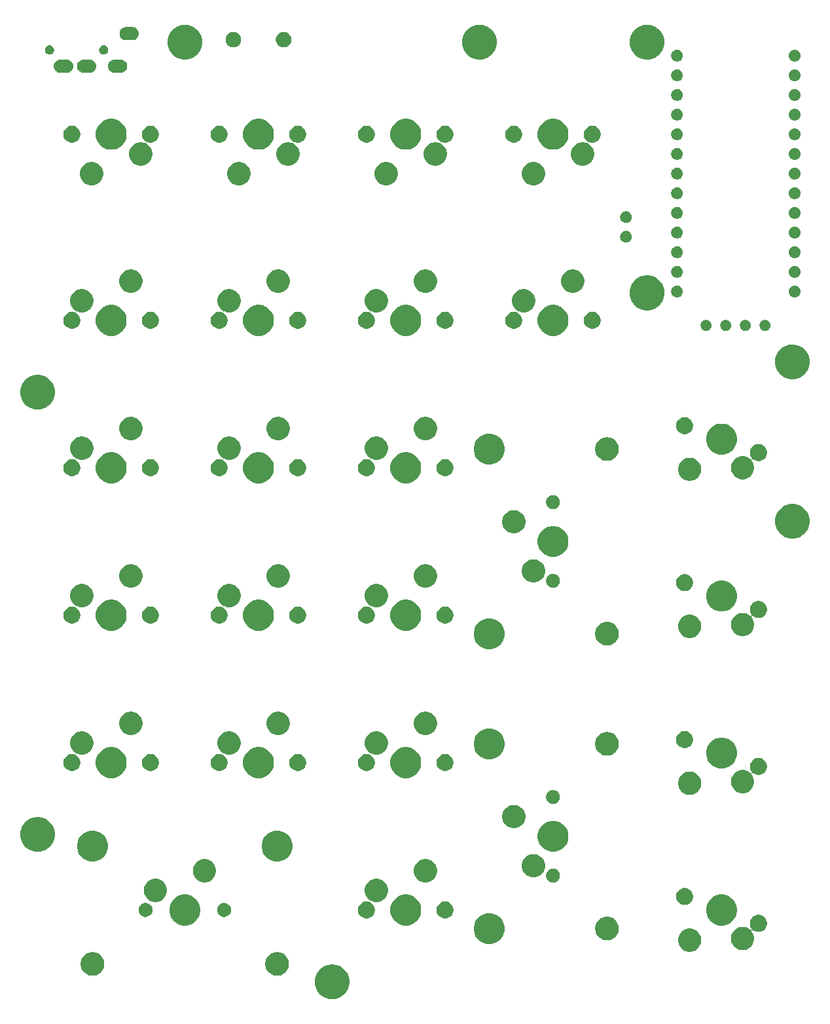
<source format=gts>
G04 #@! TF.GenerationSoftware,KiCad,Pcbnew,(5.1.5)-3*
G04 #@! TF.CreationDate,2021-03-06T02:31:41+09:00*
G04 #@! TF.ProjectId,Getta25,47657474-6132-4352-9e6b-696361645f70,rev?*
G04 #@! TF.SameCoordinates,Original*
G04 #@! TF.FileFunction,Soldermask,Top*
G04 #@! TF.FilePolarity,Negative*
%FSLAX46Y46*%
G04 Gerber Fmt 4.6, Leading zero omitted, Abs format (unit mm)*
G04 Created by KiCad (PCBNEW (5.1.5)-3) date 2021-03-06 02:31:41*
%MOMM*%
%LPD*%
G04 APERTURE LIST*
%ADD10C,0.100000*%
G04 APERTURE END LIST*
D10*
G36*
X64263953Y-131830733D02*
G01*
X64481301Y-131873966D01*
X64890775Y-132043576D01*
X65259292Y-132289811D01*
X65572689Y-132603208D01*
X65818924Y-132971725D01*
X65988534Y-133381199D01*
X66075000Y-133815894D01*
X66075000Y-134259106D01*
X65988534Y-134693801D01*
X65818924Y-135103275D01*
X65572689Y-135471792D01*
X65259292Y-135785189D01*
X64890775Y-136031424D01*
X64481301Y-136201034D01*
X64263953Y-136244267D01*
X64046607Y-136287500D01*
X63603393Y-136287500D01*
X63386047Y-136244267D01*
X63168699Y-136201034D01*
X62759225Y-136031424D01*
X62390708Y-135785189D01*
X62077311Y-135471792D01*
X61831076Y-135103275D01*
X61661466Y-134693801D01*
X61575000Y-134259106D01*
X61575000Y-133815894D01*
X61661466Y-133381199D01*
X61831076Y-132971725D01*
X62077311Y-132603208D01*
X62390708Y-132289811D01*
X62759225Y-132043576D01*
X63168699Y-131873966D01*
X63386047Y-131830733D01*
X63603393Y-131787500D01*
X64046607Y-131787500D01*
X64263953Y-131830733D01*
G37*
G36*
X57010317Y-130240283D02*
G01*
X57157534Y-130269566D01*
X57434885Y-130384449D01*
X57684493Y-130551232D01*
X57896768Y-130763507D01*
X58063551Y-131013115D01*
X58178434Y-131290466D01*
X58237000Y-131584899D01*
X58237000Y-131885101D01*
X58178434Y-132179534D01*
X58063551Y-132456885D01*
X57896768Y-132706493D01*
X57684493Y-132918768D01*
X57434885Y-133085551D01*
X57157534Y-133200434D01*
X57010317Y-133229717D01*
X56863102Y-133259000D01*
X56562898Y-133259000D01*
X56415683Y-133229717D01*
X56268466Y-133200434D01*
X55991115Y-133085551D01*
X55741507Y-132918768D01*
X55529232Y-132706493D01*
X55362449Y-132456885D01*
X55247566Y-132179534D01*
X55189000Y-131885101D01*
X55189000Y-131584899D01*
X55247566Y-131290466D01*
X55362449Y-131013115D01*
X55529232Y-130763507D01*
X55741507Y-130551232D01*
X55991115Y-130384449D01*
X56268466Y-130269566D01*
X56415683Y-130240283D01*
X56562898Y-130211000D01*
X56863102Y-130211000D01*
X57010317Y-130240283D01*
G37*
G36*
X33134317Y-130240283D02*
G01*
X33281534Y-130269566D01*
X33558885Y-130384449D01*
X33808493Y-130551232D01*
X34020768Y-130763507D01*
X34187551Y-131013115D01*
X34302434Y-131290466D01*
X34361000Y-131584899D01*
X34361000Y-131885101D01*
X34302434Y-132179534D01*
X34187551Y-132456885D01*
X34020768Y-132706493D01*
X33808493Y-132918768D01*
X33558885Y-133085551D01*
X33281534Y-133200434D01*
X33134317Y-133229717D01*
X32987102Y-133259000D01*
X32686898Y-133259000D01*
X32539683Y-133229717D01*
X32392466Y-133200434D01*
X32115115Y-133085551D01*
X31865507Y-132918768D01*
X31653232Y-132706493D01*
X31486449Y-132456885D01*
X31371566Y-132179534D01*
X31313000Y-131885101D01*
X31313000Y-131584899D01*
X31371566Y-131290466D01*
X31486449Y-131013115D01*
X31653232Y-130763507D01*
X31865507Y-130551232D01*
X32115115Y-130384449D01*
X32392466Y-130269566D01*
X32539683Y-130240283D01*
X32686898Y-130211000D01*
X32987102Y-130211000D01*
X33134317Y-130240283D01*
G37*
G36*
X110513251Y-127212550D02*
G01*
X110786232Y-127325623D01*
X110786234Y-127325624D01*
X110859751Y-127374747D01*
X111031910Y-127489780D01*
X111240844Y-127698714D01*
X111405001Y-127944392D01*
X111518074Y-128217373D01*
X111575717Y-128507169D01*
X111575717Y-128802645D01*
X111518074Y-129092441D01*
X111405001Y-129365422D01*
X111405000Y-129365424D01*
X111240843Y-129611101D01*
X111031911Y-129820033D01*
X110786234Y-129984190D01*
X110786233Y-129984191D01*
X110786232Y-129984191D01*
X110513251Y-130097264D01*
X110223455Y-130154907D01*
X109927979Y-130154907D01*
X109638183Y-130097264D01*
X109365202Y-129984191D01*
X109365201Y-129984191D01*
X109365200Y-129984190D01*
X109119523Y-129820033D01*
X108910591Y-129611101D01*
X108746434Y-129365424D01*
X108746433Y-129365422D01*
X108633360Y-129092441D01*
X108575717Y-128802645D01*
X108575717Y-128507169D01*
X108633360Y-128217373D01*
X108746433Y-127944392D01*
X108910590Y-127698714D01*
X109119524Y-127489780D01*
X109291683Y-127374747D01*
X109365200Y-127325624D01*
X109365202Y-127325623D01*
X109638183Y-127212550D01*
X109927979Y-127154907D01*
X110223455Y-127154907D01*
X110513251Y-127212550D01*
G37*
G36*
X119294496Y-125429734D02*
G01*
X119494682Y-125512654D01*
X119494684Y-125512655D01*
X119546938Y-125547570D01*
X119674847Y-125633036D01*
X119828065Y-125786254D01*
X119948447Y-125966419D01*
X120031367Y-126166605D01*
X120073639Y-126379120D01*
X120073639Y-126595804D01*
X120031367Y-126808319D01*
X119948447Y-127008505D01*
X119828065Y-127188670D01*
X119674847Y-127341888D01*
X119625670Y-127374747D01*
X119494684Y-127462269D01*
X119494683Y-127462270D01*
X119494682Y-127462270D01*
X119294496Y-127545190D01*
X119081981Y-127587462D01*
X118865297Y-127587462D01*
X118652782Y-127545190D01*
X118452593Y-127462269D01*
X118269991Y-127340259D01*
X118248381Y-127328708D01*
X118224932Y-127321595D01*
X118200546Y-127319193D01*
X118176160Y-127321595D01*
X118152711Y-127328708D01*
X118131100Y-127340259D01*
X118112158Y-127355805D01*
X118096613Y-127374747D01*
X118085062Y-127396357D01*
X118077949Y-127419806D01*
X118075547Y-127444192D01*
X118077949Y-127468578D01*
X118085062Y-127492027D01*
X118096612Y-127513635D01*
X118240781Y-127729399D01*
X118240782Y-127729401D01*
X118353855Y-128002382D01*
X118411498Y-128292178D01*
X118411498Y-128587654D01*
X118353855Y-128877450D01*
X118240782Y-129150431D01*
X118076625Y-129396109D01*
X117867691Y-129605043D01*
X117745688Y-129686563D01*
X117622015Y-129769199D01*
X117622014Y-129769200D01*
X117622013Y-129769200D01*
X117349032Y-129882273D01*
X117059236Y-129939916D01*
X116763760Y-129939916D01*
X116473964Y-129882273D01*
X116200983Y-129769200D01*
X116200982Y-129769200D01*
X116200981Y-129769199D01*
X116077308Y-129686563D01*
X115955305Y-129605043D01*
X115746371Y-129396109D01*
X115582214Y-129150431D01*
X115469141Y-128877450D01*
X115411498Y-128587654D01*
X115411498Y-128292178D01*
X115469141Y-128002382D01*
X115582214Y-127729401D01*
X115746371Y-127483723D01*
X115955305Y-127274789D01*
X116140632Y-127150957D01*
X116200981Y-127110633D01*
X116200983Y-127110632D01*
X116473964Y-126997559D01*
X116763760Y-126939916D01*
X117059236Y-126939916D01*
X117349032Y-126997559D01*
X117622013Y-127110632D01*
X117622015Y-127110633D01*
X117682364Y-127150957D01*
X117867691Y-127274789D01*
X117901693Y-127308791D01*
X117920635Y-127324336D01*
X117942246Y-127335887D01*
X117965695Y-127343000D01*
X117990081Y-127345402D01*
X118014467Y-127343000D01*
X118037916Y-127335887D01*
X118059527Y-127324336D01*
X118078469Y-127308791D01*
X118094014Y-127289849D01*
X118105565Y-127268238D01*
X118112678Y-127244789D01*
X118115080Y-127220403D01*
X118112678Y-127196017D01*
X118105565Y-127172568D01*
X118094014Y-127150957D01*
X117998831Y-127008505D01*
X117915911Y-126808319D01*
X117873639Y-126595804D01*
X117873639Y-126379120D01*
X117915911Y-126166605D01*
X117998831Y-125966419D01*
X118119213Y-125786254D01*
X118272431Y-125633036D01*
X118400340Y-125547570D01*
X118452594Y-125512655D01*
X118452596Y-125512654D01*
X118652782Y-125429734D01*
X118865297Y-125387462D01*
X119081981Y-125387462D01*
X119294496Y-125429734D01*
G37*
G36*
X84396199Y-125180004D02*
G01*
X84726599Y-125245724D01*
X85089466Y-125396028D01*
X85416037Y-125614236D01*
X85693764Y-125891963D01*
X85911972Y-126218534D01*
X86062276Y-126581401D01*
X86138900Y-126966618D01*
X86138900Y-127359382D01*
X86062276Y-127744599D01*
X85911972Y-128107466D01*
X85693764Y-128434037D01*
X85416037Y-128711764D01*
X85089466Y-128929972D01*
X84726599Y-129080276D01*
X84396199Y-129145996D01*
X84341383Y-129156900D01*
X83948617Y-129156900D01*
X83893801Y-129145996D01*
X83563401Y-129080276D01*
X83200534Y-128929972D01*
X82873963Y-128711764D01*
X82596236Y-128434037D01*
X82378028Y-128107466D01*
X82227724Y-127744599D01*
X82151100Y-127359382D01*
X82151100Y-126966618D01*
X82227724Y-126581401D01*
X82378028Y-126218534D01*
X82596236Y-125891963D01*
X82873963Y-125614236D01*
X83200534Y-125396028D01*
X83563401Y-125245724D01*
X83893801Y-125180004D01*
X83948617Y-125169100D01*
X84341383Y-125169100D01*
X84396199Y-125180004D01*
G37*
G36*
X99829534Y-125697566D02*
G01*
X100106885Y-125812449D01*
X100356493Y-125979232D01*
X100568768Y-126191507D01*
X100735551Y-126441115D01*
X100831660Y-126673141D01*
X100850434Y-126718467D01*
X100909000Y-127012898D01*
X100909000Y-127313102D01*
X100887775Y-127419806D01*
X100850434Y-127607534D01*
X100735551Y-127884885D01*
X100568768Y-128134493D01*
X100356493Y-128346768D01*
X100106885Y-128513551D01*
X99829534Y-128628434D01*
X99682317Y-128657717D01*
X99535102Y-128687000D01*
X99234898Y-128687000D01*
X99087683Y-128657717D01*
X98940466Y-128628434D01*
X98663115Y-128513551D01*
X98413507Y-128346768D01*
X98201232Y-128134493D01*
X98034449Y-127884885D01*
X97919566Y-127607534D01*
X97882225Y-127419806D01*
X97861000Y-127313102D01*
X97861000Y-127012898D01*
X97919566Y-126718467D01*
X97938341Y-126673141D01*
X98034449Y-126441115D01*
X98201232Y-126191507D01*
X98413507Y-125979232D01*
X98663115Y-125812449D01*
X98940466Y-125697566D01*
X99234898Y-125639000D01*
X99535102Y-125639000D01*
X99829534Y-125697566D01*
G37*
G36*
X45358377Y-122826858D02*
G01*
X45722353Y-122977622D01*
X45722355Y-122977623D01*
X45887251Y-123087803D01*
X46049925Y-123196498D01*
X46328502Y-123475075D01*
X46428947Y-123625402D01*
X46534408Y-123783235D01*
X46547378Y-123802647D01*
X46698142Y-124166623D01*
X46775000Y-124553016D01*
X46775000Y-124946984D01*
X46698142Y-125333377D01*
X46566992Y-125650000D01*
X46547377Y-125697355D01*
X46473629Y-125807727D01*
X46367596Y-125966417D01*
X46328501Y-126024926D01*
X46049926Y-126303501D01*
X45722355Y-126522377D01*
X45722354Y-126522378D01*
X45722353Y-126522378D01*
X45358377Y-126673142D01*
X44971984Y-126750000D01*
X44578016Y-126750000D01*
X44191623Y-126673142D01*
X43827647Y-126522378D01*
X43827646Y-126522378D01*
X43827645Y-126522377D01*
X43500074Y-126303501D01*
X43221499Y-126024926D01*
X43182405Y-125966417D01*
X43076371Y-125807727D01*
X43002623Y-125697355D01*
X42983008Y-125650000D01*
X42851858Y-125333377D01*
X42775000Y-124946984D01*
X42775000Y-124553016D01*
X42851858Y-124166623D01*
X43002622Y-123802647D01*
X43015593Y-123783235D01*
X43121053Y-123625402D01*
X43221498Y-123475075D01*
X43500075Y-123196498D01*
X43662749Y-123087803D01*
X43827645Y-122977623D01*
X43827647Y-122977622D01*
X44191623Y-122826858D01*
X44578016Y-122750000D01*
X44971984Y-122750000D01*
X45358377Y-122826858D01*
G37*
G36*
X73933377Y-122826858D02*
G01*
X74297353Y-122977622D01*
X74297355Y-122977623D01*
X74462251Y-123087803D01*
X74624925Y-123196498D01*
X74903502Y-123475075D01*
X75003947Y-123625402D01*
X75109408Y-123783235D01*
X75122378Y-123802647D01*
X75273142Y-124166623D01*
X75350000Y-124553016D01*
X75350000Y-124946984D01*
X75273142Y-125333377D01*
X75141992Y-125650000D01*
X75122377Y-125697355D01*
X75048629Y-125807727D01*
X74942596Y-125966417D01*
X74903501Y-126024926D01*
X74624926Y-126303501D01*
X74297355Y-126522377D01*
X74297354Y-126522378D01*
X74297353Y-126522378D01*
X73933377Y-126673142D01*
X73546984Y-126750000D01*
X73153016Y-126750000D01*
X72766623Y-126673142D01*
X72402647Y-126522378D01*
X72402646Y-126522378D01*
X72402645Y-126522377D01*
X72075074Y-126303501D01*
X71796499Y-126024926D01*
X71757405Y-125966417D01*
X71651371Y-125807727D01*
X71577623Y-125697355D01*
X71558008Y-125650000D01*
X71426858Y-125333377D01*
X71350000Y-124946984D01*
X71350000Y-124553016D01*
X71426858Y-124166623D01*
X71577622Y-123802647D01*
X71590593Y-123783235D01*
X71696053Y-123625402D01*
X71796498Y-123475075D01*
X72075075Y-123196498D01*
X72237749Y-123087803D01*
X72402645Y-122977623D01*
X72402647Y-122977622D01*
X72766623Y-122826858D01*
X73153016Y-122750000D01*
X73546984Y-122750000D01*
X73933377Y-122826858D01*
G37*
G36*
X114783377Y-122826858D02*
G01*
X115147353Y-122977622D01*
X115147355Y-122977623D01*
X115312251Y-123087803D01*
X115474925Y-123196498D01*
X115753502Y-123475075D01*
X115853947Y-123625402D01*
X115959408Y-123783235D01*
X115972378Y-123802647D01*
X116123142Y-124166623D01*
X116200000Y-124553016D01*
X116200000Y-124946984D01*
X116123142Y-125333377D01*
X115991992Y-125650000D01*
X115972377Y-125697355D01*
X115898629Y-125807727D01*
X115792596Y-125966417D01*
X115753501Y-126024926D01*
X115474926Y-126303501D01*
X115147355Y-126522377D01*
X115147354Y-126522378D01*
X115147353Y-126522378D01*
X114783377Y-126673142D01*
X114396984Y-126750000D01*
X114003016Y-126750000D01*
X113616623Y-126673142D01*
X113252647Y-126522378D01*
X113252646Y-126522378D01*
X113252645Y-126522377D01*
X112925074Y-126303501D01*
X112646499Y-126024926D01*
X112607405Y-125966417D01*
X112501371Y-125807727D01*
X112427623Y-125697355D01*
X112408008Y-125650000D01*
X112276858Y-125333377D01*
X112200000Y-124946984D01*
X112200000Y-124553016D01*
X112276858Y-124166623D01*
X112427622Y-123802647D01*
X112440593Y-123783235D01*
X112546053Y-123625402D01*
X112646498Y-123475075D01*
X112925075Y-123196498D01*
X113087749Y-123087803D01*
X113252645Y-122977623D01*
X113252647Y-122977622D01*
X113616623Y-122826858D01*
X114003016Y-122750000D01*
X114396984Y-122750000D01*
X114783377Y-122826858D01*
G37*
G36*
X69977534Y-120767643D02*
G01*
X70245689Y-120878717D01*
X70250517Y-120880717D01*
X70374190Y-120963353D01*
X70496193Y-121044873D01*
X70705127Y-121253807D01*
X70869284Y-121499485D01*
X70982357Y-121772466D01*
X71040000Y-122062262D01*
X71040000Y-122357738D01*
X70982357Y-122647534D01*
X70876043Y-122904197D01*
X70869283Y-122920517D01*
X70705126Y-123166194D01*
X70496194Y-123375126D01*
X70250517Y-123539283D01*
X70250516Y-123539284D01*
X70250515Y-123539284D01*
X69977534Y-123652357D01*
X69687738Y-123710000D01*
X69392262Y-123710000D01*
X69102467Y-123652357D01*
X68971977Y-123598306D01*
X68948528Y-123591193D01*
X68924142Y-123588791D01*
X68899756Y-123591193D01*
X68876307Y-123598306D01*
X68854697Y-123609857D01*
X68835755Y-123625402D01*
X68820209Y-123644344D01*
X68808658Y-123665955D01*
X68801545Y-123689404D01*
X68799143Y-123713790D01*
X68801545Y-123738176D01*
X68808658Y-123761625D01*
X68820209Y-123783235D01*
X68835754Y-123802177D01*
X68854696Y-123817723D01*
X68971208Y-123895574D01*
X69124426Y-124048792D01*
X69184208Y-124138262D01*
X69209613Y-124176283D01*
X69244808Y-124228957D01*
X69327728Y-124429143D01*
X69370000Y-124641658D01*
X69370000Y-124858342D01*
X69327728Y-125070857D01*
X69255295Y-125245725D01*
X69244807Y-125271045D01*
X69203158Y-125333377D01*
X69124426Y-125451208D01*
X68971208Y-125604426D01*
X68954763Y-125615414D01*
X68791045Y-125724807D01*
X68791044Y-125724808D01*
X68791043Y-125724808D01*
X68590857Y-125807728D01*
X68378342Y-125850000D01*
X68161658Y-125850000D01*
X67949143Y-125807728D01*
X67748957Y-125724808D01*
X67748956Y-125724808D01*
X67748955Y-125724807D01*
X67585237Y-125615414D01*
X67568792Y-125604426D01*
X67415574Y-125451208D01*
X67336842Y-125333377D01*
X67295193Y-125271045D01*
X67284705Y-125245725D01*
X67212272Y-125070857D01*
X67170000Y-124858342D01*
X67170000Y-124641658D01*
X67212272Y-124429143D01*
X67295192Y-124228957D01*
X67330388Y-124176283D01*
X67355792Y-124138262D01*
X67415574Y-124048792D01*
X67568792Y-123895574D01*
X67658262Y-123835792D01*
X67748955Y-123775193D01*
X67781711Y-123761625D01*
X67949143Y-123692272D01*
X68161658Y-123650000D01*
X68378342Y-123650000D01*
X68590857Y-123692272D01*
X68648552Y-123716170D01*
X68672001Y-123723283D01*
X68696387Y-123725685D01*
X68720773Y-123723283D01*
X68744222Y-123716170D01*
X68765833Y-123704619D01*
X68784775Y-123689074D01*
X68800320Y-123670132D01*
X68811871Y-123648521D01*
X68818984Y-123625072D01*
X68821386Y-123600686D01*
X68818984Y-123576300D01*
X68811871Y-123552851D01*
X68800320Y-123531240D01*
X68784775Y-123512298D01*
X68765833Y-123496753D01*
X68733390Y-123475075D01*
X68583806Y-123375126D01*
X68374874Y-123166194D01*
X68210717Y-122920517D01*
X68203957Y-122904197D01*
X68097643Y-122647534D01*
X68040000Y-122357738D01*
X68040000Y-122062262D01*
X68097643Y-121772466D01*
X68210716Y-121499485D01*
X68374873Y-121253807D01*
X68583807Y-121044873D01*
X68705810Y-120963353D01*
X68829483Y-120880717D01*
X68834311Y-120878717D01*
X69102466Y-120767643D01*
X69392262Y-120710000D01*
X69687738Y-120710000D01*
X69977534Y-120767643D01*
G37*
G36*
X78750857Y-123692272D02*
G01*
X78918289Y-123761625D01*
X78951045Y-123775193D01*
X79041738Y-123835792D01*
X79131208Y-123895574D01*
X79284426Y-124048792D01*
X79344208Y-124138262D01*
X79369613Y-124176283D01*
X79404808Y-124228957D01*
X79487728Y-124429143D01*
X79530000Y-124641658D01*
X79530000Y-124858342D01*
X79487728Y-125070857D01*
X79415295Y-125245725D01*
X79404807Y-125271045D01*
X79363158Y-125333377D01*
X79284426Y-125451208D01*
X79131208Y-125604426D01*
X79114763Y-125615414D01*
X78951045Y-125724807D01*
X78951044Y-125724808D01*
X78951043Y-125724808D01*
X78750857Y-125807728D01*
X78538342Y-125850000D01*
X78321658Y-125850000D01*
X78109143Y-125807728D01*
X77908957Y-125724808D01*
X77908956Y-125724808D01*
X77908955Y-125724807D01*
X77745237Y-125615414D01*
X77728792Y-125604426D01*
X77575574Y-125451208D01*
X77496842Y-125333377D01*
X77455193Y-125271045D01*
X77444705Y-125245725D01*
X77372272Y-125070857D01*
X77330000Y-124858342D01*
X77330000Y-124641658D01*
X77372272Y-124429143D01*
X77455192Y-124228957D01*
X77490388Y-124176283D01*
X77515792Y-124138262D01*
X77575574Y-124048792D01*
X77728792Y-123895574D01*
X77818262Y-123835792D01*
X77908955Y-123775193D01*
X77941711Y-123761625D01*
X78109143Y-123692272D01*
X78321658Y-123650000D01*
X78538342Y-123650000D01*
X78750857Y-123692272D01*
G37*
G36*
X39957520Y-123884586D02*
G01*
X40121310Y-123952430D01*
X40268717Y-124050924D01*
X40394076Y-124176283D01*
X40492570Y-124323690D01*
X40492571Y-124323692D01*
X40560414Y-124487480D01*
X40595000Y-124661356D01*
X40595000Y-124838644D01*
X40560414Y-125012520D01*
X40495557Y-125169100D01*
X40492570Y-125176310D01*
X40394076Y-125323717D01*
X40268717Y-125449076D01*
X40121310Y-125547570D01*
X40121309Y-125547571D01*
X40121308Y-125547571D01*
X39957520Y-125615414D01*
X39783644Y-125650000D01*
X39606356Y-125650000D01*
X39432480Y-125615414D01*
X39268692Y-125547571D01*
X39268691Y-125547571D01*
X39268690Y-125547570D01*
X39121283Y-125449076D01*
X38995924Y-125323717D01*
X38897430Y-125176310D01*
X38894444Y-125169100D01*
X38829586Y-125012520D01*
X38795000Y-124838644D01*
X38795000Y-124661356D01*
X38829586Y-124487480D01*
X38897429Y-124323692D01*
X38897430Y-124323690D01*
X38995924Y-124176283D01*
X39121283Y-124050924D01*
X39268690Y-123952430D01*
X39432480Y-123884586D01*
X39606356Y-123850000D01*
X39783644Y-123850000D01*
X39957520Y-123884586D01*
G37*
G36*
X50117520Y-123884586D02*
G01*
X50281310Y-123952430D01*
X50428717Y-124050924D01*
X50554076Y-124176283D01*
X50652570Y-124323690D01*
X50652571Y-124323692D01*
X50720414Y-124487480D01*
X50755000Y-124661356D01*
X50755000Y-124838644D01*
X50720414Y-125012520D01*
X50655557Y-125169100D01*
X50652570Y-125176310D01*
X50554076Y-125323717D01*
X50428717Y-125449076D01*
X50281310Y-125547570D01*
X50281309Y-125547571D01*
X50281308Y-125547571D01*
X50117520Y-125615414D01*
X49943644Y-125650000D01*
X49766356Y-125650000D01*
X49592480Y-125615414D01*
X49428692Y-125547571D01*
X49428691Y-125547571D01*
X49428690Y-125547570D01*
X49281283Y-125449076D01*
X49155924Y-125323717D01*
X49057430Y-125176310D01*
X49054444Y-125169100D01*
X48989586Y-125012520D01*
X48955000Y-124838644D01*
X48955000Y-124661356D01*
X48989586Y-124487480D01*
X49057429Y-124323692D01*
X49057430Y-124323690D01*
X49155924Y-124176283D01*
X49281283Y-124050924D01*
X49428690Y-123952430D01*
X49592480Y-123884586D01*
X49766356Y-123850000D01*
X49943644Y-123850000D01*
X50117520Y-123884586D01*
G37*
G36*
X109747218Y-121954810D02*
G01*
X109947404Y-122037730D01*
X109947406Y-122037731D01*
X110038099Y-122098330D01*
X110127569Y-122158112D01*
X110280787Y-122311330D01*
X110401169Y-122491495D01*
X110484089Y-122691681D01*
X110526361Y-122904196D01*
X110526361Y-123120880D01*
X110484089Y-123333395D01*
X110409985Y-123512298D01*
X110401168Y-123533583D01*
X110372625Y-123576300D01*
X110280787Y-123713746D01*
X110127569Y-123866964D01*
X110084751Y-123895574D01*
X109947406Y-123987345D01*
X109947405Y-123987346D01*
X109947404Y-123987346D01*
X109747218Y-124070266D01*
X109534703Y-124112538D01*
X109318019Y-124112538D01*
X109105504Y-124070266D01*
X108905318Y-123987346D01*
X108905317Y-123987346D01*
X108905316Y-123987345D01*
X108767971Y-123895574D01*
X108725153Y-123866964D01*
X108571935Y-123713746D01*
X108480097Y-123576300D01*
X108451554Y-123533583D01*
X108442737Y-123512298D01*
X108368633Y-123333395D01*
X108326361Y-123120880D01*
X108326361Y-122904196D01*
X108368633Y-122691681D01*
X108451553Y-122491495D01*
X108571935Y-122311330D01*
X108725153Y-122158112D01*
X108814623Y-122098330D01*
X108905316Y-122037731D01*
X108905318Y-122037730D01*
X109105504Y-121954810D01*
X109318019Y-121912538D01*
X109534703Y-121912538D01*
X109747218Y-121954810D01*
G37*
G36*
X41402534Y-120767643D02*
G01*
X41670689Y-120878717D01*
X41675517Y-120880717D01*
X41799190Y-120963353D01*
X41921193Y-121044873D01*
X42130127Y-121253807D01*
X42294284Y-121499485D01*
X42407357Y-121772466D01*
X42465000Y-122062262D01*
X42465000Y-122357738D01*
X42407357Y-122647534D01*
X42301043Y-122904197D01*
X42294283Y-122920517D01*
X42130126Y-123166194D01*
X41921194Y-123375126D01*
X41675517Y-123539283D01*
X41675516Y-123539284D01*
X41675515Y-123539284D01*
X41402534Y-123652357D01*
X41112738Y-123710000D01*
X40817262Y-123710000D01*
X40527466Y-123652357D01*
X40254485Y-123539284D01*
X40254484Y-123539284D01*
X40254483Y-123539283D01*
X40008806Y-123375126D01*
X39799874Y-123166194D01*
X39635717Y-122920517D01*
X39628957Y-122904197D01*
X39522643Y-122647534D01*
X39465000Y-122357738D01*
X39465000Y-122062262D01*
X39522643Y-121772466D01*
X39635716Y-121499485D01*
X39799873Y-121253807D01*
X40008807Y-121044873D01*
X40130810Y-120963353D01*
X40254483Y-120880717D01*
X40259311Y-120878717D01*
X40527466Y-120767643D01*
X40817262Y-120710000D01*
X41112738Y-120710000D01*
X41402534Y-120767643D01*
G37*
G36*
X92662520Y-119439586D02*
G01*
X92826310Y-119507430D01*
X92973717Y-119605924D01*
X93099076Y-119731283D01*
X93156843Y-119817738D01*
X93197571Y-119878692D01*
X93265414Y-120042480D01*
X93300000Y-120216356D01*
X93300000Y-120393644D01*
X93265414Y-120567520D01*
X93241111Y-120626194D01*
X93197570Y-120731310D01*
X93099076Y-120878717D01*
X92973717Y-121004076D01*
X92826310Y-121102570D01*
X92826309Y-121102571D01*
X92826308Y-121102571D01*
X92662520Y-121170414D01*
X92488644Y-121205000D01*
X92311356Y-121205000D01*
X92137480Y-121170414D01*
X91973692Y-121102571D01*
X91973691Y-121102571D01*
X91973690Y-121102570D01*
X91826283Y-121004076D01*
X91700924Y-120878717D01*
X91602430Y-120731310D01*
X91558890Y-120626194D01*
X91534586Y-120567520D01*
X91500000Y-120393644D01*
X91500000Y-120216356D01*
X91534586Y-120042480D01*
X91602429Y-119878692D01*
X91643157Y-119817738D01*
X91700924Y-119731283D01*
X91826283Y-119605924D01*
X91973690Y-119507430D01*
X92137480Y-119439586D01*
X92311356Y-119405000D01*
X92488644Y-119405000D01*
X92662520Y-119439586D01*
G37*
G36*
X47752534Y-118227643D02*
G01*
X48025515Y-118340716D01*
X48025517Y-118340717D01*
X48132612Y-118412276D01*
X48271193Y-118504873D01*
X48480127Y-118713807D01*
X48644284Y-118959485D01*
X48757357Y-119232466D01*
X48815000Y-119522262D01*
X48815000Y-119817738D01*
X48757357Y-120107534D01*
X48651007Y-120364284D01*
X48644283Y-120380517D01*
X48579577Y-120477356D01*
X48480127Y-120626193D01*
X48271193Y-120835127D01*
X48205956Y-120878717D01*
X48025517Y-120999283D01*
X48025516Y-120999284D01*
X48025515Y-120999284D01*
X47752534Y-121112357D01*
X47462738Y-121170000D01*
X47167262Y-121170000D01*
X46877466Y-121112357D01*
X46604485Y-120999284D01*
X46604484Y-120999284D01*
X46604483Y-120999283D01*
X46424044Y-120878717D01*
X46358807Y-120835127D01*
X46149873Y-120626193D01*
X46050423Y-120477356D01*
X45985717Y-120380517D01*
X45978993Y-120364284D01*
X45872643Y-120107534D01*
X45815000Y-119817738D01*
X45815000Y-119522262D01*
X45872643Y-119232466D01*
X45985716Y-118959485D01*
X46149873Y-118713807D01*
X46358807Y-118504873D01*
X46497388Y-118412276D01*
X46604483Y-118340717D01*
X46604485Y-118340716D01*
X46877466Y-118227643D01*
X47167262Y-118170000D01*
X47462738Y-118170000D01*
X47752534Y-118227643D01*
G37*
G36*
X76327534Y-118227643D02*
G01*
X76600515Y-118340716D01*
X76600517Y-118340717D01*
X76707612Y-118412276D01*
X76846193Y-118504873D01*
X77055127Y-118713807D01*
X77219284Y-118959485D01*
X77332357Y-119232466D01*
X77390000Y-119522262D01*
X77390000Y-119817738D01*
X77332357Y-120107534D01*
X77226007Y-120364284D01*
X77219283Y-120380517D01*
X77154577Y-120477356D01*
X77055127Y-120626193D01*
X76846193Y-120835127D01*
X76780956Y-120878717D01*
X76600517Y-120999283D01*
X76600516Y-120999284D01*
X76600515Y-120999284D01*
X76327534Y-121112357D01*
X76037738Y-121170000D01*
X75742262Y-121170000D01*
X75452466Y-121112357D01*
X75179485Y-120999284D01*
X75179484Y-120999284D01*
X75179483Y-120999283D01*
X74999044Y-120878717D01*
X74933807Y-120835127D01*
X74724873Y-120626193D01*
X74625423Y-120477356D01*
X74560717Y-120380517D01*
X74553993Y-120364284D01*
X74447643Y-120107534D01*
X74390000Y-119817738D01*
X74390000Y-119522262D01*
X74447643Y-119232466D01*
X74560716Y-118959485D01*
X74724873Y-118713807D01*
X74933807Y-118504873D01*
X75072388Y-118412276D01*
X75179483Y-118340717D01*
X75179485Y-118340716D01*
X75452466Y-118227643D01*
X75742262Y-118170000D01*
X76037738Y-118170000D01*
X76327534Y-118227643D01*
G37*
G36*
X90297534Y-117592643D02*
G01*
X90570515Y-117705716D01*
X90570517Y-117705717D01*
X90660790Y-117766036D01*
X90816193Y-117869873D01*
X91025127Y-118078807D01*
X91189284Y-118324485D01*
X91302357Y-118597466D01*
X91360000Y-118887262D01*
X91360000Y-119182738D01*
X91302357Y-119472534D01*
X91189284Y-119745515D01*
X91025127Y-119991193D01*
X90816193Y-120200127D01*
X90694190Y-120281647D01*
X90570517Y-120364283D01*
X90570516Y-120364284D01*
X90570515Y-120364284D01*
X90297534Y-120477357D01*
X90007738Y-120535000D01*
X89712262Y-120535000D01*
X89422466Y-120477357D01*
X89149485Y-120364284D01*
X89149484Y-120364284D01*
X89149483Y-120364283D01*
X89025810Y-120281647D01*
X88903807Y-120200127D01*
X88694873Y-119991193D01*
X88530716Y-119745515D01*
X88417643Y-119472534D01*
X88360000Y-119182738D01*
X88360000Y-118887262D01*
X88417643Y-118597466D01*
X88530716Y-118324485D01*
X88694873Y-118078807D01*
X88903807Y-117869873D01*
X89059210Y-117766036D01*
X89149483Y-117705717D01*
X89149485Y-117705716D01*
X89422466Y-117592643D01*
X89712262Y-117535000D01*
X90007738Y-117535000D01*
X90297534Y-117592643D01*
G37*
G36*
X33088199Y-114512004D02*
G01*
X33418599Y-114577724D01*
X33781466Y-114728028D01*
X34108037Y-114946236D01*
X34385764Y-115223963D01*
X34603972Y-115550534D01*
X34754276Y-115913401D01*
X34830900Y-116298618D01*
X34830900Y-116691382D01*
X34754276Y-117076599D01*
X34603972Y-117439466D01*
X34385764Y-117766037D01*
X34108037Y-118043764D01*
X33781466Y-118261972D01*
X33418599Y-118412276D01*
X33088199Y-118477996D01*
X33033383Y-118488900D01*
X32640617Y-118488900D01*
X32585801Y-118477996D01*
X32255401Y-118412276D01*
X31892534Y-118261972D01*
X31565963Y-118043764D01*
X31288236Y-117766037D01*
X31070028Y-117439466D01*
X30919724Y-117076599D01*
X30843100Y-116691382D01*
X30843100Y-116298618D01*
X30919724Y-115913401D01*
X31070028Y-115550534D01*
X31288236Y-115223963D01*
X31565963Y-114946236D01*
X31892534Y-114728028D01*
X32255401Y-114577724D01*
X32585801Y-114512004D01*
X32640617Y-114501100D01*
X33033383Y-114501100D01*
X33088199Y-114512004D01*
G37*
G36*
X56964199Y-114512004D02*
G01*
X57294599Y-114577724D01*
X57657466Y-114728028D01*
X57984037Y-114946236D01*
X58261764Y-115223963D01*
X58479972Y-115550534D01*
X58630276Y-115913401D01*
X58706900Y-116298618D01*
X58706900Y-116691382D01*
X58630276Y-117076599D01*
X58479972Y-117439466D01*
X58261764Y-117766037D01*
X57984037Y-118043764D01*
X57657466Y-118261972D01*
X57294599Y-118412276D01*
X56964199Y-118477996D01*
X56909383Y-118488900D01*
X56516617Y-118488900D01*
X56461801Y-118477996D01*
X56131401Y-118412276D01*
X55768534Y-118261972D01*
X55441963Y-118043764D01*
X55164236Y-117766037D01*
X54946028Y-117439466D01*
X54795724Y-117076599D01*
X54719100Y-116691382D01*
X54719100Y-116298618D01*
X54795724Y-115913401D01*
X54946028Y-115550534D01*
X55164236Y-115223963D01*
X55441963Y-114946236D01*
X55768534Y-114728028D01*
X56131401Y-114577724D01*
X56461801Y-114512004D01*
X56516617Y-114501100D01*
X56909383Y-114501100D01*
X56964199Y-114512004D01*
G37*
G36*
X26163953Y-112780733D02*
G01*
X26381301Y-112823966D01*
X26790775Y-112993576D01*
X27159292Y-113239811D01*
X27472689Y-113553208D01*
X27718924Y-113921725D01*
X27888534Y-114331199D01*
X27975000Y-114765894D01*
X27975000Y-115209106D01*
X27888534Y-115643801D01*
X27718924Y-116053275D01*
X27472689Y-116421792D01*
X27159292Y-116735189D01*
X26790775Y-116981424D01*
X26381301Y-117151034D01*
X25946607Y-117237500D01*
X25503393Y-117237500D01*
X25068699Y-117151034D01*
X24659225Y-116981424D01*
X24290708Y-116735189D01*
X23977311Y-116421792D01*
X23731076Y-116053275D01*
X23561466Y-115643801D01*
X23475000Y-115209106D01*
X23475000Y-114765894D01*
X23561466Y-114331199D01*
X23731076Y-113921725D01*
X23977311Y-113553208D01*
X24290708Y-113239811D01*
X24659225Y-112993576D01*
X25068699Y-112823966D01*
X25286047Y-112780733D01*
X25503393Y-112737500D01*
X25946607Y-112737500D01*
X26163953Y-112780733D01*
G37*
G36*
X92983377Y-113301858D02*
G01*
X93347353Y-113452622D01*
X93347355Y-113452623D01*
X93497891Y-113553208D01*
X93629572Y-113641194D01*
X93674926Y-113671499D01*
X93953501Y-113950074D01*
X94110474Y-114185000D01*
X94172378Y-114277647D01*
X94323142Y-114641623D01*
X94400000Y-115028016D01*
X94400000Y-115421984D01*
X94323142Y-115808377D01*
X94172378Y-116172353D01*
X94005709Y-116421792D01*
X93953501Y-116499926D01*
X93674926Y-116778501D01*
X93347355Y-116997377D01*
X93347354Y-116997378D01*
X93347353Y-116997378D01*
X92983377Y-117148142D01*
X92596984Y-117225000D01*
X92203016Y-117225000D01*
X91816623Y-117148142D01*
X91452647Y-116997378D01*
X91452646Y-116997378D01*
X91452645Y-116997377D01*
X91125074Y-116778501D01*
X90846499Y-116499926D01*
X90794292Y-116421792D01*
X90627622Y-116172353D01*
X90476858Y-115808377D01*
X90400000Y-115421984D01*
X90400000Y-115028016D01*
X90476858Y-114641623D01*
X90627622Y-114277647D01*
X90689527Y-114185000D01*
X90846499Y-113950074D01*
X91125074Y-113671499D01*
X91170429Y-113641194D01*
X91302109Y-113553208D01*
X91452645Y-113452623D01*
X91452647Y-113452622D01*
X91816623Y-113301858D01*
X92203016Y-113225000D01*
X92596984Y-113225000D01*
X92983377Y-113301858D01*
G37*
G36*
X87757534Y-111242643D02*
G01*
X88030515Y-111355716D01*
X88030517Y-111355717D01*
X88154190Y-111438353D01*
X88276193Y-111519873D01*
X88485127Y-111728807D01*
X88649284Y-111974485D01*
X88762357Y-112247466D01*
X88820000Y-112537262D01*
X88820000Y-112832738D01*
X88762357Y-113122534D01*
X88649284Y-113395515D01*
X88649283Y-113395517D01*
X88485126Y-113641194D01*
X88276194Y-113850126D01*
X88030517Y-114014283D01*
X88030516Y-114014284D01*
X88030515Y-114014284D01*
X87757534Y-114127357D01*
X87467738Y-114185000D01*
X87172262Y-114185000D01*
X86882466Y-114127357D01*
X86609485Y-114014284D01*
X86609484Y-114014284D01*
X86609483Y-114014283D01*
X86363806Y-113850126D01*
X86154874Y-113641194D01*
X85990717Y-113395517D01*
X85990716Y-113395515D01*
X85877643Y-113122534D01*
X85820000Y-112832738D01*
X85820000Y-112537262D01*
X85877643Y-112247466D01*
X85990716Y-111974485D01*
X86154873Y-111728807D01*
X86363807Y-111519873D01*
X86485810Y-111438353D01*
X86609483Y-111355717D01*
X86609485Y-111355716D01*
X86882466Y-111242643D01*
X87172262Y-111185000D01*
X87467738Y-111185000D01*
X87757534Y-111242643D01*
G37*
G36*
X92662520Y-109279586D02*
G01*
X92786889Y-109331101D01*
X92826310Y-109347430D01*
X92973717Y-109445924D01*
X93099076Y-109571283D01*
X93197570Y-109718690D01*
X93265414Y-109882480D01*
X93300000Y-110056358D01*
X93300000Y-110233642D01*
X93265414Y-110407520D01*
X93197570Y-110571310D01*
X93099076Y-110718717D01*
X92973717Y-110844076D01*
X92826310Y-110942570D01*
X92826309Y-110942571D01*
X92826308Y-110942571D01*
X92662520Y-111010414D01*
X92488644Y-111045000D01*
X92311356Y-111045000D01*
X92137480Y-111010414D01*
X91973692Y-110942571D01*
X91973691Y-110942571D01*
X91973690Y-110942570D01*
X91826283Y-110844076D01*
X91700924Y-110718717D01*
X91602430Y-110571310D01*
X91534586Y-110407520D01*
X91500000Y-110233642D01*
X91500000Y-110056358D01*
X91534586Y-109882480D01*
X91602430Y-109718690D01*
X91700924Y-109571283D01*
X91826283Y-109445924D01*
X91973690Y-109347430D01*
X92013112Y-109331101D01*
X92137480Y-109279586D01*
X92311356Y-109245000D01*
X92488644Y-109245000D01*
X92662520Y-109279586D01*
G37*
G36*
X110513251Y-106932550D02*
G01*
X110786232Y-107045623D01*
X110786234Y-107045624D01*
X110859751Y-107094747D01*
X111031910Y-107209780D01*
X111240844Y-107418714D01*
X111405001Y-107664392D01*
X111518074Y-107937373D01*
X111575717Y-108227169D01*
X111575717Y-108522645D01*
X111518074Y-108812441D01*
X111405001Y-109085422D01*
X111240844Y-109331100D01*
X111031910Y-109540034D01*
X110985141Y-109571284D01*
X110786234Y-109704190D01*
X110786233Y-109704191D01*
X110786232Y-109704191D01*
X110513251Y-109817264D01*
X110223455Y-109874907D01*
X109927979Y-109874907D01*
X109638183Y-109817264D01*
X109365202Y-109704191D01*
X109365201Y-109704191D01*
X109365200Y-109704190D01*
X109166293Y-109571284D01*
X109119524Y-109540034D01*
X108910590Y-109331100D01*
X108746433Y-109085422D01*
X108633360Y-108812441D01*
X108575717Y-108522645D01*
X108575717Y-108227169D01*
X108633360Y-107937373D01*
X108746433Y-107664392D01*
X108910590Y-107418714D01*
X109119524Y-107209780D01*
X109291683Y-107094747D01*
X109365200Y-107045624D01*
X109365202Y-107045623D01*
X109638183Y-106932550D01*
X109927979Y-106874907D01*
X110223455Y-106874907D01*
X110513251Y-106932550D01*
G37*
G36*
X119294496Y-105149734D02*
G01*
X119494682Y-105232654D01*
X119494684Y-105232655D01*
X119585377Y-105293254D01*
X119674847Y-105353036D01*
X119828065Y-105506254D01*
X119948447Y-105686419D01*
X120031367Y-105886605D01*
X120073639Y-106099120D01*
X120073639Y-106315804D01*
X120031367Y-106528319D01*
X119948447Y-106728505D01*
X119828065Y-106908670D01*
X119674847Y-107061888D01*
X119625670Y-107094747D01*
X119494684Y-107182269D01*
X119494683Y-107182270D01*
X119494682Y-107182270D01*
X119294496Y-107265190D01*
X119081981Y-107307462D01*
X118865297Y-107307462D01*
X118652782Y-107265190D01*
X118452593Y-107182269D01*
X118269991Y-107060259D01*
X118248381Y-107048708D01*
X118224932Y-107041595D01*
X118200546Y-107039193D01*
X118176160Y-107041595D01*
X118152711Y-107048708D01*
X118131100Y-107060259D01*
X118112158Y-107075805D01*
X118096613Y-107094747D01*
X118085062Y-107116357D01*
X118077949Y-107139806D01*
X118075547Y-107164192D01*
X118077949Y-107188578D01*
X118085062Y-107212027D01*
X118096612Y-107233635D01*
X118240781Y-107449399D01*
X118240782Y-107449401D01*
X118353855Y-107722382D01*
X118411498Y-108012178D01*
X118411498Y-108307654D01*
X118353855Y-108597450D01*
X118240782Y-108870431D01*
X118076625Y-109116109D01*
X117867691Y-109325043D01*
X117745688Y-109406563D01*
X117622015Y-109489199D01*
X117622014Y-109489200D01*
X117622013Y-109489200D01*
X117349032Y-109602273D01*
X117059236Y-109659916D01*
X116763760Y-109659916D01*
X116473964Y-109602273D01*
X116200983Y-109489200D01*
X116200982Y-109489200D01*
X116200981Y-109489199D01*
X116077308Y-109406563D01*
X115955305Y-109325043D01*
X115746371Y-109116109D01*
X115582214Y-108870431D01*
X115469141Y-108597450D01*
X115411498Y-108307654D01*
X115411498Y-108012178D01*
X115469141Y-107722382D01*
X115582214Y-107449401D01*
X115746371Y-107203723D01*
X115955305Y-106994789D01*
X116140632Y-106870957D01*
X116200981Y-106830633D01*
X116200983Y-106830632D01*
X116473964Y-106717559D01*
X116763760Y-106659916D01*
X117059236Y-106659916D01*
X117349032Y-106717559D01*
X117622013Y-106830632D01*
X117622015Y-106830633D01*
X117682364Y-106870957D01*
X117867691Y-106994789D01*
X117901693Y-107028791D01*
X117920635Y-107044336D01*
X117942246Y-107055887D01*
X117965695Y-107063000D01*
X117990081Y-107065402D01*
X118014467Y-107063000D01*
X118037916Y-107055887D01*
X118059527Y-107044336D01*
X118078469Y-107028791D01*
X118094014Y-107009849D01*
X118105565Y-106988238D01*
X118112678Y-106964789D01*
X118115080Y-106940403D01*
X118112678Y-106916017D01*
X118105565Y-106892568D01*
X118094014Y-106870957D01*
X117998831Y-106728505D01*
X117915911Y-106528319D01*
X117873639Y-106315804D01*
X117873639Y-106099120D01*
X117915911Y-105886605D01*
X117998831Y-105686419D01*
X118119213Y-105506254D01*
X118272431Y-105353036D01*
X118361901Y-105293254D01*
X118452594Y-105232655D01*
X118452596Y-105232654D01*
X118652782Y-105149734D01*
X118865297Y-105107462D01*
X119081981Y-105107462D01*
X119294496Y-105149734D01*
G37*
G36*
X54883377Y-103776858D02*
G01*
X55247353Y-103927622D01*
X55247355Y-103927623D01*
X55368969Y-104008883D01*
X55574925Y-104146498D01*
X55853502Y-104425075D01*
X55953947Y-104575402D01*
X56059408Y-104733235D01*
X56072378Y-104752647D01*
X56223142Y-105116623D01*
X56300000Y-105503016D01*
X56300000Y-105896984D01*
X56223142Y-106283377D01*
X56072378Y-106647353D01*
X56072377Y-106647355D01*
X56018154Y-106728505D01*
X55853502Y-106974925D01*
X55574925Y-107253502D01*
X55494168Y-107307462D01*
X55247355Y-107472377D01*
X55247354Y-107472378D01*
X55247353Y-107472378D01*
X54883377Y-107623142D01*
X54496984Y-107700000D01*
X54103016Y-107700000D01*
X53716623Y-107623142D01*
X53352647Y-107472378D01*
X53352646Y-107472378D01*
X53352645Y-107472377D01*
X53105832Y-107307462D01*
X53025075Y-107253502D01*
X52746498Y-106974925D01*
X52581846Y-106728505D01*
X52527623Y-106647355D01*
X52527622Y-106647353D01*
X52376858Y-106283377D01*
X52300000Y-105896984D01*
X52300000Y-105503016D01*
X52376858Y-105116623D01*
X52527622Y-104752647D01*
X52540593Y-104733235D01*
X52646053Y-104575402D01*
X52746498Y-104425075D01*
X53025075Y-104146498D01*
X53231031Y-104008883D01*
X53352645Y-103927623D01*
X53352647Y-103927622D01*
X53716623Y-103776858D01*
X54103016Y-103700000D01*
X54496984Y-103700000D01*
X54883377Y-103776858D01*
G37*
G36*
X35833377Y-103776858D02*
G01*
X36197353Y-103927622D01*
X36197355Y-103927623D01*
X36318969Y-104008883D01*
X36524925Y-104146498D01*
X36803502Y-104425075D01*
X36903947Y-104575402D01*
X37009408Y-104733235D01*
X37022378Y-104752647D01*
X37173142Y-105116623D01*
X37250000Y-105503016D01*
X37250000Y-105896984D01*
X37173142Y-106283377D01*
X37022378Y-106647353D01*
X37022377Y-106647355D01*
X36968154Y-106728505D01*
X36803502Y-106974925D01*
X36524925Y-107253502D01*
X36444168Y-107307462D01*
X36197355Y-107472377D01*
X36197354Y-107472378D01*
X36197353Y-107472378D01*
X35833377Y-107623142D01*
X35446984Y-107700000D01*
X35053016Y-107700000D01*
X34666623Y-107623142D01*
X34302647Y-107472378D01*
X34302646Y-107472378D01*
X34302645Y-107472377D01*
X34055832Y-107307462D01*
X33975075Y-107253502D01*
X33696498Y-106974925D01*
X33531846Y-106728505D01*
X33477623Y-106647355D01*
X33477622Y-106647353D01*
X33326858Y-106283377D01*
X33250000Y-105896984D01*
X33250000Y-105503016D01*
X33326858Y-105116623D01*
X33477622Y-104752647D01*
X33490593Y-104733235D01*
X33596053Y-104575402D01*
X33696498Y-104425075D01*
X33975075Y-104146498D01*
X34181031Y-104008883D01*
X34302645Y-103927623D01*
X34302647Y-103927622D01*
X34666623Y-103776858D01*
X35053016Y-103700000D01*
X35446984Y-103700000D01*
X35833377Y-103776858D01*
G37*
G36*
X73933377Y-103776858D02*
G01*
X74297353Y-103927622D01*
X74297355Y-103927623D01*
X74418969Y-104008883D01*
X74624925Y-104146498D01*
X74903502Y-104425075D01*
X75003947Y-104575402D01*
X75109408Y-104733235D01*
X75122378Y-104752647D01*
X75273142Y-105116623D01*
X75350000Y-105503016D01*
X75350000Y-105896984D01*
X75273142Y-106283377D01*
X75122378Y-106647353D01*
X75122377Y-106647355D01*
X75068154Y-106728505D01*
X74903502Y-106974925D01*
X74624925Y-107253502D01*
X74544168Y-107307462D01*
X74297355Y-107472377D01*
X74297354Y-107472378D01*
X74297353Y-107472378D01*
X73933377Y-107623142D01*
X73546984Y-107700000D01*
X73153016Y-107700000D01*
X72766623Y-107623142D01*
X72402647Y-107472378D01*
X72402646Y-107472378D01*
X72402645Y-107472377D01*
X72155832Y-107307462D01*
X72075075Y-107253502D01*
X71796498Y-106974925D01*
X71631846Y-106728505D01*
X71577623Y-106647355D01*
X71577622Y-106647353D01*
X71426858Y-106283377D01*
X71350000Y-105896984D01*
X71350000Y-105503016D01*
X71426858Y-105116623D01*
X71577622Y-104752647D01*
X71590593Y-104733235D01*
X71696053Y-104575402D01*
X71796498Y-104425075D01*
X72075075Y-104146498D01*
X72281031Y-104008883D01*
X72402645Y-103927623D01*
X72402647Y-103927622D01*
X72766623Y-103776858D01*
X73153016Y-103700000D01*
X73546984Y-103700000D01*
X73933377Y-103776858D01*
G37*
G36*
X78750857Y-104642272D02*
G01*
X78918289Y-104711625D01*
X78951045Y-104725193D01*
X79041738Y-104785792D01*
X79131208Y-104845574D01*
X79284426Y-104998792D01*
X79404808Y-105178957D01*
X79487728Y-105379143D01*
X79530000Y-105591658D01*
X79530000Y-105808342D01*
X79487728Y-106020857D01*
X79404808Y-106221043D01*
X79404807Y-106221045D01*
X79363158Y-106283377D01*
X79289816Y-106393142D01*
X79284425Y-106401209D01*
X79131209Y-106554425D01*
X78951045Y-106674807D01*
X78951044Y-106674808D01*
X78951043Y-106674808D01*
X78750857Y-106757728D01*
X78538342Y-106800000D01*
X78321658Y-106800000D01*
X78109143Y-106757728D01*
X77908957Y-106674808D01*
X77908956Y-106674808D01*
X77908955Y-106674807D01*
X77728791Y-106554425D01*
X77575575Y-106401209D01*
X77570185Y-106393142D01*
X77496842Y-106283377D01*
X77455193Y-106221045D01*
X77455192Y-106221043D01*
X77372272Y-106020857D01*
X77330000Y-105808342D01*
X77330000Y-105591658D01*
X77372272Y-105379143D01*
X77455192Y-105178957D01*
X77575574Y-104998792D01*
X77728792Y-104845574D01*
X77818262Y-104785792D01*
X77908955Y-104725193D01*
X77941711Y-104711625D01*
X78109143Y-104642272D01*
X78321658Y-104600000D01*
X78538342Y-104600000D01*
X78750857Y-104642272D01*
G37*
G36*
X69977534Y-101717643D02*
G01*
X70250515Y-101830716D01*
X70250517Y-101830717D01*
X70321448Y-101878112D01*
X70496193Y-101994873D01*
X70705127Y-102203807D01*
X70710264Y-102211495D01*
X70844024Y-102411680D01*
X70869284Y-102449485D01*
X70982357Y-102722466D01*
X71040000Y-103012262D01*
X71040000Y-103307738D01*
X70982357Y-103597534D01*
X70869284Y-103870515D01*
X70869283Y-103870517D01*
X70705126Y-104116194D01*
X70496194Y-104325126D01*
X70250517Y-104489283D01*
X70250516Y-104489284D01*
X70250515Y-104489284D01*
X69977534Y-104602357D01*
X69687738Y-104660000D01*
X69392262Y-104660000D01*
X69102467Y-104602357D01*
X68971977Y-104548306D01*
X68948528Y-104541193D01*
X68924142Y-104538791D01*
X68899756Y-104541193D01*
X68876307Y-104548306D01*
X68854697Y-104559857D01*
X68835755Y-104575402D01*
X68820209Y-104594344D01*
X68808658Y-104615955D01*
X68801545Y-104639404D01*
X68799143Y-104663790D01*
X68801545Y-104688176D01*
X68808658Y-104711625D01*
X68820209Y-104733235D01*
X68835754Y-104752177D01*
X68854696Y-104767723D01*
X68971208Y-104845574D01*
X69124426Y-104998792D01*
X69244808Y-105178957D01*
X69327728Y-105379143D01*
X69370000Y-105591658D01*
X69370000Y-105808342D01*
X69327728Y-106020857D01*
X69244808Y-106221043D01*
X69244807Y-106221045D01*
X69203158Y-106283377D01*
X69129816Y-106393142D01*
X69124425Y-106401209D01*
X68971209Y-106554425D01*
X68791045Y-106674807D01*
X68791044Y-106674808D01*
X68791043Y-106674808D01*
X68590857Y-106757728D01*
X68378342Y-106800000D01*
X68161658Y-106800000D01*
X67949143Y-106757728D01*
X67748957Y-106674808D01*
X67748956Y-106674808D01*
X67748955Y-106674807D01*
X67568791Y-106554425D01*
X67415575Y-106401209D01*
X67410185Y-106393142D01*
X67336842Y-106283377D01*
X67295193Y-106221045D01*
X67295192Y-106221043D01*
X67212272Y-106020857D01*
X67170000Y-105808342D01*
X67170000Y-105591658D01*
X67212272Y-105379143D01*
X67295192Y-105178957D01*
X67415574Y-104998792D01*
X67568792Y-104845574D01*
X67658262Y-104785792D01*
X67748955Y-104725193D01*
X67781711Y-104711625D01*
X67949143Y-104642272D01*
X68161658Y-104600000D01*
X68378342Y-104600000D01*
X68590857Y-104642272D01*
X68648552Y-104666170D01*
X68672001Y-104673283D01*
X68696387Y-104675685D01*
X68720773Y-104673283D01*
X68744222Y-104666170D01*
X68765833Y-104654619D01*
X68784775Y-104639074D01*
X68800320Y-104620132D01*
X68811871Y-104598521D01*
X68818984Y-104575072D01*
X68821386Y-104550686D01*
X68818984Y-104526300D01*
X68811871Y-104502851D01*
X68800320Y-104481240D01*
X68784775Y-104462298D01*
X68765833Y-104446753D01*
X68733390Y-104425075D01*
X68583806Y-104325126D01*
X68374874Y-104116194D01*
X68210717Y-103870517D01*
X68210716Y-103870515D01*
X68097643Y-103597534D01*
X68040000Y-103307738D01*
X68040000Y-103012262D01*
X68097643Y-102722466D01*
X68210716Y-102449485D01*
X68235977Y-102411680D01*
X68369736Y-102211495D01*
X68374873Y-102203807D01*
X68583807Y-101994873D01*
X68758552Y-101878112D01*
X68829483Y-101830717D01*
X68829485Y-101830716D01*
X69102466Y-101717643D01*
X69392262Y-101660000D01*
X69687738Y-101660000D01*
X69977534Y-101717643D01*
G37*
G36*
X59700857Y-104642272D02*
G01*
X59868289Y-104711625D01*
X59901045Y-104725193D01*
X59991738Y-104785792D01*
X60081208Y-104845574D01*
X60234426Y-104998792D01*
X60354808Y-105178957D01*
X60437728Y-105379143D01*
X60480000Y-105591658D01*
X60480000Y-105808342D01*
X60437728Y-106020857D01*
X60354808Y-106221043D01*
X60354807Y-106221045D01*
X60313158Y-106283377D01*
X60239816Y-106393142D01*
X60234425Y-106401209D01*
X60081209Y-106554425D01*
X59901045Y-106674807D01*
X59901044Y-106674808D01*
X59901043Y-106674808D01*
X59700857Y-106757728D01*
X59488342Y-106800000D01*
X59271658Y-106800000D01*
X59059143Y-106757728D01*
X58858957Y-106674808D01*
X58858956Y-106674808D01*
X58858955Y-106674807D01*
X58678791Y-106554425D01*
X58525575Y-106401209D01*
X58520185Y-106393142D01*
X58446842Y-106283377D01*
X58405193Y-106221045D01*
X58405192Y-106221043D01*
X58322272Y-106020857D01*
X58280000Y-105808342D01*
X58280000Y-105591658D01*
X58322272Y-105379143D01*
X58405192Y-105178957D01*
X58525574Y-104998792D01*
X58678792Y-104845574D01*
X58768262Y-104785792D01*
X58858955Y-104725193D01*
X58891711Y-104711625D01*
X59059143Y-104642272D01*
X59271658Y-104600000D01*
X59488342Y-104600000D01*
X59700857Y-104642272D01*
G37*
G36*
X31877534Y-101717643D02*
G01*
X32150515Y-101830716D01*
X32150517Y-101830717D01*
X32221448Y-101878112D01*
X32396193Y-101994873D01*
X32605127Y-102203807D01*
X32610264Y-102211495D01*
X32744024Y-102411680D01*
X32769284Y-102449485D01*
X32882357Y-102722466D01*
X32940000Y-103012262D01*
X32940000Y-103307738D01*
X32882357Y-103597534D01*
X32769284Y-103870515D01*
X32769283Y-103870517D01*
X32605126Y-104116194D01*
X32396194Y-104325126D01*
X32150517Y-104489283D01*
X32150516Y-104489284D01*
X32150515Y-104489284D01*
X31877534Y-104602357D01*
X31587738Y-104660000D01*
X31292262Y-104660000D01*
X31002467Y-104602357D01*
X30871977Y-104548306D01*
X30848528Y-104541193D01*
X30824142Y-104538791D01*
X30799756Y-104541193D01*
X30776307Y-104548306D01*
X30754697Y-104559857D01*
X30735755Y-104575402D01*
X30720209Y-104594344D01*
X30708658Y-104615955D01*
X30701545Y-104639404D01*
X30699143Y-104663790D01*
X30701545Y-104688176D01*
X30708658Y-104711625D01*
X30720209Y-104733235D01*
X30735754Y-104752177D01*
X30754696Y-104767723D01*
X30871208Y-104845574D01*
X31024426Y-104998792D01*
X31144808Y-105178957D01*
X31227728Y-105379143D01*
X31270000Y-105591658D01*
X31270000Y-105808342D01*
X31227728Y-106020857D01*
X31144808Y-106221043D01*
X31144807Y-106221045D01*
X31103158Y-106283377D01*
X31029816Y-106393142D01*
X31024425Y-106401209D01*
X30871209Y-106554425D01*
X30691045Y-106674807D01*
X30691044Y-106674808D01*
X30691043Y-106674808D01*
X30490857Y-106757728D01*
X30278342Y-106800000D01*
X30061658Y-106800000D01*
X29849143Y-106757728D01*
X29648957Y-106674808D01*
X29648956Y-106674808D01*
X29648955Y-106674807D01*
X29468791Y-106554425D01*
X29315575Y-106401209D01*
X29310185Y-106393142D01*
X29236842Y-106283377D01*
X29195193Y-106221045D01*
X29195192Y-106221043D01*
X29112272Y-106020857D01*
X29070000Y-105808342D01*
X29070000Y-105591658D01*
X29112272Y-105379143D01*
X29195192Y-105178957D01*
X29315574Y-104998792D01*
X29468792Y-104845574D01*
X29558262Y-104785792D01*
X29648955Y-104725193D01*
X29681711Y-104711625D01*
X29849143Y-104642272D01*
X30061658Y-104600000D01*
X30278342Y-104600000D01*
X30490857Y-104642272D01*
X30548552Y-104666170D01*
X30572001Y-104673283D01*
X30596387Y-104675685D01*
X30620773Y-104673283D01*
X30644222Y-104666170D01*
X30665833Y-104654619D01*
X30684775Y-104639074D01*
X30700320Y-104620132D01*
X30711871Y-104598521D01*
X30718984Y-104575072D01*
X30721386Y-104550686D01*
X30718984Y-104526300D01*
X30711871Y-104502851D01*
X30700320Y-104481240D01*
X30684775Y-104462298D01*
X30665833Y-104446753D01*
X30633390Y-104425075D01*
X30483806Y-104325126D01*
X30274874Y-104116194D01*
X30110717Y-103870517D01*
X30110716Y-103870515D01*
X29997643Y-103597534D01*
X29940000Y-103307738D01*
X29940000Y-103012262D01*
X29997643Y-102722466D01*
X30110716Y-102449485D01*
X30135977Y-102411680D01*
X30269736Y-102211495D01*
X30274873Y-102203807D01*
X30483807Y-101994873D01*
X30658552Y-101878112D01*
X30729483Y-101830717D01*
X30729485Y-101830716D01*
X31002466Y-101717643D01*
X31292262Y-101660000D01*
X31587738Y-101660000D01*
X31877534Y-101717643D01*
G37*
G36*
X50927534Y-101717643D02*
G01*
X51200515Y-101830716D01*
X51200517Y-101830717D01*
X51271448Y-101878112D01*
X51446193Y-101994873D01*
X51655127Y-102203807D01*
X51660264Y-102211495D01*
X51794024Y-102411680D01*
X51819284Y-102449485D01*
X51932357Y-102722466D01*
X51990000Y-103012262D01*
X51990000Y-103307738D01*
X51932357Y-103597534D01*
X51819284Y-103870515D01*
X51819283Y-103870517D01*
X51655126Y-104116194D01*
X51446194Y-104325126D01*
X51200517Y-104489283D01*
X51200516Y-104489284D01*
X51200515Y-104489284D01*
X50927534Y-104602357D01*
X50637738Y-104660000D01*
X50342262Y-104660000D01*
X50052467Y-104602357D01*
X49921977Y-104548306D01*
X49898528Y-104541193D01*
X49874142Y-104538791D01*
X49849756Y-104541193D01*
X49826307Y-104548306D01*
X49804697Y-104559857D01*
X49785755Y-104575402D01*
X49770209Y-104594344D01*
X49758658Y-104615955D01*
X49751545Y-104639404D01*
X49749143Y-104663790D01*
X49751545Y-104688176D01*
X49758658Y-104711625D01*
X49770209Y-104733235D01*
X49785754Y-104752177D01*
X49804696Y-104767723D01*
X49921208Y-104845574D01*
X50074426Y-104998792D01*
X50194808Y-105178957D01*
X50277728Y-105379143D01*
X50320000Y-105591658D01*
X50320000Y-105808342D01*
X50277728Y-106020857D01*
X50194808Y-106221043D01*
X50194807Y-106221045D01*
X50153158Y-106283377D01*
X50079816Y-106393142D01*
X50074425Y-106401209D01*
X49921209Y-106554425D01*
X49741045Y-106674807D01*
X49741044Y-106674808D01*
X49741043Y-106674808D01*
X49540857Y-106757728D01*
X49328342Y-106800000D01*
X49111658Y-106800000D01*
X48899143Y-106757728D01*
X48698957Y-106674808D01*
X48698956Y-106674808D01*
X48698955Y-106674807D01*
X48518791Y-106554425D01*
X48365575Y-106401209D01*
X48360185Y-106393142D01*
X48286842Y-106283377D01*
X48245193Y-106221045D01*
X48245192Y-106221043D01*
X48162272Y-106020857D01*
X48120000Y-105808342D01*
X48120000Y-105591658D01*
X48162272Y-105379143D01*
X48245192Y-105178957D01*
X48365574Y-104998792D01*
X48518792Y-104845574D01*
X48608262Y-104785792D01*
X48698955Y-104725193D01*
X48731711Y-104711625D01*
X48899143Y-104642272D01*
X49111658Y-104600000D01*
X49328342Y-104600000D01*
X49540857Y-104642272D01*
X49598552Y-104666170D01*
X49622001Y-104673283D01*
X49646387Y-104675685D01*
X49670773Y-104673283D01*
X49694222Y-104666170D01*
X49715833Y-104654619D01*
X49734775Y-104639074D01*
X49750320Y-104620132D01*
X49761871Y-104598521D01*
X49768984Y-104575072D01*
X49771386Y-104550686D01*
X49768984Y-104526300D01*
X49761871Y-104502851D01*
X49750320Y-104481240D01*
X49734775Y-104462298D01*
X49715833Y-104446753D01*
X49683390Y-104425075D01*
X49533806Y-104325126D01*
X49324874Y-104116194D01*
X49160717Y-103870517D01*
X49160716Y-103870515D01*
X49047643Y-103597534D01*
X48990000Y-103307738D01*
X48990000Y-103012262D01*
X49047643Y-102722466D01*
X49160716Y-102449485D01*
X49185977Y-102411680D01*
X49319736Y-102211495D01*
X49324873Y-102203807D01*
X49533807Y-101994873D01*
X49708552Y-101878112D01*
X49779483Y-101830717D01*
X49779485Y-101830716D01*
X50052466Y-101717643D01*
X50342262Y-101660000D01*
X50637738Y-101660000D01*
X50927534Y-101717643D01*
G37*
G36*
X40650857Y-104642272D02*
G01*
X40818289Y-104711625D01*
X40851045Y-104725193D01*
X40941738Y-104785792D01*
X41031208Y-104845574D01*
X41184426Y-104998792D01*
X41304808Y-105178957D01*
X41387728Y-105379143D01*
X41430000Y-105591658D01*
X41430000Y-105808342D01*
X41387728Y-106020857D01*
X41304808Y-106221043D01*
X41304807Y-106221045D01*
X41263158Y-106283377D01*
X41189816Y-106393142D01*
X41184425Y-106401209D01*
X41031209Y-106554425D01*
X40851045Y-106674807D01*
X40851044Y-106674808D01*
X40851043Y-106674808D01*
X40650857Y-106757728D01*
X40438342Y-106800000D01*
X40221658Y-106800000D01*
X40009143Y-106757728D01*
X39808957Y-106674808D01*
X39808956Y-106674808D01*
X39808955Y-106674807D01*
X39628791Y-106554425D01*
X39475575Y-106401209D01*
X39470185Y-106393142D01*
X39396842Y-106283377D01*
X39355193Y-106221045D01*
X39355192Y-106221043D01*
X39272272Y-106020857D01*
X39230000Y-105808342D01*
X39230000Y-105591658D01*
X39272272Y-105379143D01*
X39355192Y-105178957D01*
X39475574Y-104998792D01*
X39628792Y-104845574D01*
X39718262Y-104785792D01*
X39808955Y-104725193D01*
X39841711Y-104711625D01*
X40009143Y-104642272D01*
X40221658Y-104600000D01*
X40438342Y-104600000D01*
X40650857Y-104642272D01*
G37*
G36*
X114783377Y-102546858D02*
G01*
X115147353Y-102697622D01*
X115147355Y-102697623D01*
X115158997Y-102705402D01*
X115474925Y-102916498D01*
X115753502Y-103195075D01*
X115828780Y-103307737D01*
X115912977Y-103433746D01*
X115972378Y-103522647D01*
X116123142Y-103886623D01*
X116200000Y-104273016D01*
X116200000Y-104666984D01*
X116123142Y-105053377D01*
X115988205Y-105379143D01*
X115972377Y-105417355D01*
X115862197Y-105582251D01*
X115792596Y-105686417D01*
X115753501Y-105744926D01*
X115474926Y-106023501D01*
X115147355Y-106242377D01*
X115147354Y-106242378D01*
X115147353Y-106242378D01*
X114783377Y-106393142D01*
X114396984Y-106470000D01*
X114003016Y-106470000D01*
X113616623Y-106393142D01*
X113252647Y-106242378D01*
X113252646Y-106242378D01*
X113252645Y-106242377D01*
X112925074Y-106023501D01*
X112646499Y-105744926D01*
X112607405Y-105686417D01*
X112537803Y-105582251D01*
X112427623Y-105417355D01*
X112411795Y-105379143D01*
X112276858Y-105053377D01*
X112200000Y-104666984D01*
X112200000Y-104273016D01*
X112276858Y-103886623D01*
X112427622Y-103522647D01*
X112487024Y-103433746D01*
X112571220Y-103307737D01*
X112646498Y-103195075D01*
X112925075Y-102916498D01*
X113241003Y-102705402D01*
X113252645Y-102697623D01*
X113252647Y-102697622D01*
X113616623Y-102546858D01*
X114003016Y-102470000D01*
X114396984Y-102470000D01*
X114783377Y-102546858D01*
G37*
G36*
X84396199Y-101304004D02*
G01*
X84726599Y-101369724D01*
X85089466Y-101520028D01*
X85416037Y-101738236D01*
X85693764Y-102015963D01*
X85911972Y-102342534D01*
X86062276Y-102705401D01*
X86138900Y-103090618D01*
X86138900Y-103483382D01*
X86062276Y-103868599D01*
X85911972Y-104231466D01*
X85693764Y-104558037D01*
X85416037Y-104835764D01*
X85089466Y-105053972D01*
X84726599Y-105204276D01*
X84396199Y-105269996D01*
X84341383Y-105280900D01*
X83948617Y-105280900D01*
X83893801Y-105269996D01*
X83563401Y-105204276D01*
X83200534Y-105053972D01*
X82873963Y-104835764D01*
X82596236Y-104558037D01*
X82378028Y-104231466D01*
X82227724Y-103868599D01*
X82151100Y-103483382D01*
X82151100Y-103090618D01*
X82227724Y-102705401D01*
X82378028Y-102342534D01*
X82596236Y-102015963D01*
X82873963Y-101738236D01*
X83200534Y-101520028D01*
X83563401Y-101369724D01*
X83893801Y-101304004D01*
X83948617Y-101293100D01*
X84341383Y-101293100D01*
X84396199Y-101304004D01*
G37*
G36*
X99646337Y-101785126D02*
G01*
X99829534Y-101821566D01*
X100106885Y-101936449D01*
X100356493Y-102103232D01*
X100568768Y-102315507D01*
X100735551Y-102565115D01*
X100850434Y-102842466D01*
X100909000Y-103136899D01*
X100909000Y-103437101D01*
X100850434Y-103731534D01*
X100735551Y-104008885D01*
X100568768Y-104258493D01*
X100356493Y-104470768D01*
X100106885Y-104637551D01*
X100106884Y-104637552D01*
X100106883Y-104637552D01*
X100052689Y-104660000D01*
X99829534Y-104752434D01*
X99535102Y-104811000D01*
X99234898Y-104811000D01*
X98940466Y-104752434D01*
X98717311Y-104660000D01*
X98663117Y-104637552D01*
X98663116Y-104637552D01*
X98663115Y-104637551D01*
X98413507Y-104470768D01*
X98201232Y-104258493D01*
X98034449Y-104008885D01*
X97919566Y-103731534D01*
X97861000Y-103437101D01*
X97861000Y-103136899D01*
X97919566Y-102842466D01*
X98034449Y-102565115D01*
X98201232Y-102315507D01*
X98413507Y-102103232D01*
X98663115Y-101936449D01*
X98940466Y-101821566D01*
X99123663Y-101785126D01*
X99234898Y-101763000D01*
X99535102Y-101763000D01*
X99646337Y-101785126D01*
G37*
G36*
X109747218Y-101674810D02*
G01*
X109947404Y-101757730D01*
X109947406Y-101757731D01*
X109988405Y-101785126D01*
X110127569Y-101878112D01*
X110280787Y-102031330D01*
X110328830Y-102103232D01*
X110396032Y-102203806D01*
X110401169Y-102211495D01*
X110484089Y-102411681D01*
X110526361Y-102624196D01*
X110526361Y-102840880D01*
X110484089Y-103053395D01*
X110401169Y-103253581D01*
X110280787Y-103433746D01*
X110127569Y-103586964D01*
X110038099Y-103646746D01*
X109947406Y-103707345D01*
X109947405Y-103707346D01*
X109947404Y-103707346D01*
X109747218Y-103790266D01*
X109534703Y-103832538D01*
X109318019Y-103832538D01*
X109105504Y-103790266D01*
X108905318Y-103707346D01*
X108905317Y-103707346D01*
X108905316Y-103707345D01*
X108814623Y-103646746D01*
X108725153Y-103586964D01*
X108571935Y-103433746D01*
X108451553Y-103253581D01*
X108368633Y-103053395D01*
X108326361Y-102840880D01*
X108326361Y-102624196D01*
X108368633Y-102411681D01*
X108451553Y-102211495D01*
X108456691Y-102203806D01*
X108523892Y-102103232D01*
X108571935Y-102031330D01*
X108725153Y-101878112D01*
X108864317Y-101785126D01*
X108905316Y-101757731D01*
X108905318Y-101757730D01*
X109105504Y-101674810D01*
X109318019Y-101632538D01*
X109534703Y-101632538D01*
X109747218Y-101674810D01*
G37*
G36*
X57277534Y-99177643D02*
G01*
X57550515Y-99290716D01*
X57550517Y-99290717D01*
X57674190Y-99373353D01*
X57796193Y-99454873D01*
X58005127Y-99663807D01*
X58169284Y-99909485D01*
X58282357Y-100182466D01*
X58340000Y-100472262D01*
X58340000Y-100767738D01*
X58282357Y-101057534D01*
X58184782Y-101293100D01*
X58169283Y-101330517D01*
X58005126Y-101576194D01*
X57796194Y-101785126D01*
X57550517Y-101949283D01*
X57550516Y-101949284D01*
X57550515Y-101949284D01*
X57277534Y-102062357D01*
X56987738Y-102120000D01*
X56692262Y-102120000D01*
X56402466Y-102062357D01*
X56129485Y-101949284D01*
X56129484Y-101949284D01*
X56129483Y-101949283D01*
X55883806Y-101785126D01*
X55674874Y-101576194D01*
X55510717Y-101330517D01*
X55495218Y-101293100D01*
X55397643Y-101057534D01*
X55340000Y-100767738D01*
X55340000Y-100472262D01*
X55397643Y-100182466D01*
X55510716Y-99909485D01*
X55674873Y-99663807D01*
X55883807Y-99454873D01*
X56005810Y-99373353D01*
X56129483Y-99290717D01*
X56129485Y-99290716D01*
X56402466Y-99177643D01*
X56692262Y-99120000D01*
X56987738Y-99120000D01*
X57277534Y-99177643D01*
G37*
G36*
X76327534Y-99177643D02*
G01*
X76600515Y-99290716D01*
X76600517Y-99290717D01*
X76724190Y-99373353D01*
X76846193Y-99454873D01*
X77055127Y-99663807D01*
X77219284Y-99909485D01*
X77332357Y-100182466D01*
X77390000Y-100472262D01*
X77390000Y-100767738D01*
X77332357Y-101057534D01*
X77234782Y-101293100D01*
X77219283Y-101330517D01*
X77055126Y-101576194D01*
X76846194Y-101785126D01*
X76600517Y-101949283D01*
X76600516Y-101949284D01*
X76600515Y-101949284D01*
X76327534Y-102062357D01*
X76037738Y-102120000D01*
X75742262Y-102120000D01*
X75452466Y-102062357D01*
X75179485Y-101949284D01*
X75179484Y-101949284D01*
X75179483Y-101949283D01*
X74933806Y-101785126D01*
X74724874Y-101576194D01*
X74560717Y-101330517D01*
X74545218Y-101293100D01*
X74447643Y-101057534D01*
X74390000Y-100767738D01*
X74390000Y-100472262D01*
X74447643Y-100182466D01*
X74560716Y-99909485D01*
X74724873Y-99663807D01*
X74933807Y-99454873D01*
X75055810Y-99373353D01*
X75179483Y-99290717D01*
X75179485Y-99290716D01*
X75452466Y-99177643D01*
X75742262Y-99120000D01*
X76037738Y-99120000D01*
X76327534Y-99177643D01*
G37*
G36*
X38227534Y-99177643D02*
G01*
X38500515Y-99290716D01*
X38500517Y-99290717D01*
X38624190Y-99373353D01*
X38746193Y-99454873D01*
X38955127Y-99663807D01*
X39119284Y-99909485D01*
X39232357Y-100182466D01*
X39290000Y-100472262D01*
X39290000Y-100767738D01*
X39232357Y-101057534D01*
X39134782Y-101293100D01*
X39119283Y-101330517D01*
X38955126Y-101576194D01*
X38746194Y-101785126D01*
X38500517Y-101949283D01*
X38500516Y-101949284D01*
X38500515Y-101949284D01*
X38227534Y-102062357D01*
X37937738Y-102120000D01*
X37642262Y-102120000D01*
X37352466Y-102062357D01*
X37079485Y-101949284D01*
X37079484Y-101949284D01*
X37079483Y-101949283D01*
X36833806Y-101785126D01*
X36624874Y-101576194D01*
X36460717Y-101330517D01*
X36445218Y-101293100D01*
X36347643Y-101057534D01*
X36290000Y-100767738D01*
X36290000Y-100472262D01*
X36347643Y-100182466D01*
X36460716Y-99909485D01*
X36624873Y-99663807D01*
X36833807Y-99454873D01*
X36955810Y-99373353D01*
X37079483Y-99290717D01*
X37079485Y-99290716D01*
X37352466Y-99177643D01*
X37642262Y-99120000D01*
X37937738Y-99120000D01*
X38227534Y-99177643D01*
G37*
G36*
X84396199Y-87080004D02*
G01*
X84726599Y-87145724D01*
X85089466Y-87296028D01*
X85416037Y-87514236D01*
X85693764Y-87791963D01*
X85911972Y-88118534D01*
X86062276Y-88481401D01*
X86138900Y-88866618D01*
X86138900Y-89259382D01*
X86062276Y-89644599D01*
X85911972Y-90007466D01*
X85693764Y-90334037D01*
X85416037Y-90611764D01*
X85089466Y-90829972D01*
X84726599Y-90980276D01*
X84396199Y-91045996D01*
X84341383Y-91056900D01*
X83948617Y-91056900D01*
X83893801Y-91045996D01*
X83563401Y-90980276D01*
X83200534Y-90829972D01*
X82873963Y-90611764D01*
X82596236Y-90334037D01*
X82378028Y-90007466D01*
X82227724Y-89644599D01*
X82151100Y-89259382D01*
X82151100Y-88866618D01*
X82227724Y-88481401D01*
X82378028Y-88118534D01*
X82596236Y-87791963D01*
X82873963Y-87514236D01*
X83200534Y-87296028D01*
X83563401Y-87145724D01*
X83893801Y-87080004D01*
X83948617Y-87069100D01*
X84341383Y-87069100D01*
X84396199Y-87080004D01*
G37*
G36*
X99829534Y-87597566D02*
G01*
X100106885Y-87712449D01*
X100356493Y-87879232D01*
X100568768Y-88091507D01*
X100735551Y-88341115D01*
X100850434Y-88618466D01*
X100909000Y-88912899D01*
X100909000Y-89213101D01*
X100850434Y-89507534D01*
X100735551Y-89784885D01*
X100568768Y-90034493D01*
X100356493Y-90246768D01*
X100106885Y-90413551D01*
X99829534Y-90528434D01*
X99535102Y-90587000D01*
X99234898Y-90587000D01*
X98940466Y-90528434D01*
X98663115Y-90413551D01*
X98413507Y-90246768D01*
X98201232Y-90034493D01*
X98034449Y-89784885D01*
X97919566Y-89507534D01*
X97861000Y-89213101D01*
X97861000Y-88912899D01*
X97919566Y-88618466D01*
X98034449Y-88341115D01*
X98201232Y-88091507D01*
X98413507Y-87879232D01*
X98663115Y-87712449D01*
X98940466Y-87597566D01*
X99234898Y-87539000D01*
X99535102Y-87539000D01*
X99829534Y-87597566D01*
G37*
G36*
X110513251Y-86642550D02*
G01*
X110786232Y-86755623D01*
X110786234Y-86755624D01*
X110859751Y-86804747D01*
X111031910Y-86919780D01*
X111240844Y-87128714D01*
X111405001Y-87374392D01*
X111518074Y-87647373D01*
X111575717Y-87937169D01*
X111575717Y-88232645D01*
X111518074Y-88522441D01*
X111405001Y-88795422D01*
X111240844Y-89041100D01*
X111031910Y-89250034D01*
X111017918Y-89259383D01*
X110786234Y-89414190D01*
X110786233Y-89414191D01*
X110786232Y-89414191D01*
X110513251Y-89527264D01*
X110223455Y-89584907D01*
X109927979Y-89584907D01*
X109638183Y-89527264D01*
X109365202Y-89414191D01*
X109365201Y-89414191D01*
X109365200Y-89414190D01*
X109133516Y-89259383D01*
X109119524Y-89250034D01*
X108910590Y-89041100D01*
X108746433Y-88795422D01*
X108633360Y-88522441D01*
X108575717Y-88232645D01*
X108575717Y-87937169D01*
X108633360Y-87647373D01*
X108746433Y-87374392D01*
X108910590Y-87128714D01*
X109119524Y-86919780D01*
X109291683Y-86804747D01*
X109365200Y-86755624D01*
X109365202Y-86755623D01*
X109638183Y-86642550D01*
X109927979Y-86584907D01*
X110223455Y-86584907D01*
X110513251Y-86642550D01*
G37*
G36*
X119294496Y-84859734D02*
G01*
X119494682Y-84942654D01*
X119494684Y-84942655D01*
X119585377Y-85003254D01*
X119674847Y-85063036D01*
X119828065Y-85216254D01*
X119887847Y-85305724D01*
X119934186Y-85375075D01*
X119948447Y-85396419D01*
X120031367Y-85596605D01*
X120073639Y-85809120D01*
X120073639Y-86025804D01*
X120031367Y-86238319D01*
X119948447Y-86438505D01*
X119948446Y-86438507D01*
X119887847Y-86529200D01*
X119828065Y-86618670D01*
X119674847Y-86771888D01*
X119625670Y-86804747D01*
X119494684Y-86892269D01*
X119494683Y-86892270D01*
X119494682Y-86892270D01*
X119294496Y-86975190D01*
X119081981Y-87017462D01*
X118865297Y-87017462D01*
X118652782Y-86975190D01*
X118452593Y-86892269D01*
X118269991Y-86770259D01*
X118248381Y-86758708D01*
X118224932Y-86751595D01*
X118200546Y-86749193D01*
X118176160Y-86751595D01*
X118152711Y-86758708D01*
X118131100Y-86770259D01*
X118112158Y-86785805D01*
X118096613Y-86804747D01*
X118085062Y-86826357D01*
X118077949Y-86849806D01*
X118075547Y-86874192D01*
X118077949Y-86898578D01*
X118085062Y-86922027D01*
X118096612Y-86943635D01*
X118231644Y-87145725D01*
X118240782Y-87159401D01*
X118353855Y-87432382D01*
X118411498Y-87722178D01*
X118411498Y-88017654D01*
X118353855Y-88307450D01*
X118243801Y-88573142D01*
X118240781Y-88580433D01*
X118158145Y-88704106D01*
X118076625Y-88826109D01*
X117867691Y-89035043D01*
X117745688Y-89116563D01*
X117622015Y-89199199D01*
X117622014Y-89199200D01*
X117622013Y-89199200D01*
X117349032Y-89312273D01*
X117059236Y-89369916D01*
X116763760Y-89369916D01*
X116473964Y-89312273D01*
X116200983Y-89199200D01*
X116200982Y-89199200D01*
X116200981Y-89199199D01*
X116077308Y-89116563D01*
X115955305Y-89035043D01*
X115746371Y-88826109D01*
X115664851Y-88704106D01*
X115582215Y-88580433D01*
X115579195Y-88573142D01*
X115469141Y-88307450D01*
X115411498Y-88017654D01*
X115411498Y-87722178D01*
X115469141Y-87432382D01*
X115582214Y-87159401D01*
X115591353Y-87145724D01*
X115708195Y-86970857D01*
X115746371Y-86913723D01*
X115955305Y-86704789D01*
X116140632Y-86580957D01*
X116200981Y-86540633D01*
X116200983Y-86540632D01*
X116473964Y-86427559D01*
X116763760Y-86369916D01*
X117059236Y-86369916D01*
X117349032Y-86427559D01*
X117622013Y-86540632D01*
X117622015Y-86540633D01*
X117682364Y-86580957D01*
X117867691Y-86704789D01*
X117901693Y-86738791D01*
X117920635Y-86754336D01*
X117942246Y-86765887D01*
X117965695Y-86773000D01*
X117990081Y-86775402D01*
X118014467Y-86773000D01*
X118037916Y-86765887D01*
X118059527Y-86754336D01*
X118078469Y-86738791D01*
X118094014Y-86719849D01*
X118105565Y-86698238D01*
X118112678Y-86674789D01*
X118115080Y-86650403D01*
X118112678Y-86626017D01*
X118105565Y-86602568D01*
X118094014Y-86580957D01*
X118052914Y-86519447D01*
X117998832Y-86438507D01*
X117998831Y-86438505D01*
X117915911Y-86238319D01*
X117873639Y-86025804D01*
X117873639Y-85809120D01*
X117915911Y-85596605D01*
X117998831Y-85396419D01*
X118013093Y-85375075D01*
X118059431Y-85305724D01*
X118119213Y-85216254D01*
X118272431Y-85063036D01*
X118361901Y-85003254D01*
X118452594Y-84942655D01*
X118452596Y-84942654D01*
X118652782Y-84859734D01*
X118865297Y-84817462D01*
X119081981Y-84817462D01*
X119294496Y-84859734D01*
G37*
G36*
X54883377Y-84726858D02*
G01*
X55247353Y-84877622D01*
X55247355Y-84877623D01*
X55344681Y-84942654D01*
X55574925Y-85096498D01*
X55853502Y-85375075D01*
X55953947Y-85525402D01*
X56059408Y-85683235D01*
X56072378Y-85702647D01*
X56223142Y-86066623D01*
X56300000Y-86453016D01*
X56300000Y-86846984D01*
X56223142Y-87233377D01*
X56072378Y-87597353D01*
X55853502Y-87924925D01*
X55574925Y-88203502D01*
X55531309Y-88232645D01*
X55247355Y-88422377D01*
X55247354Y-88422378D01*
X55247353Y-88422378D01*
X54883377Y-88573142D01*
X54496984Y-88650000D01*
X54103016Y-88650000D01*
X53716623Y-88573142D01*
X53352647Y-88422378D01*
X53352646Y-88422378D01*
X53352645Y-88422377D01*
X53068691Y-88232645D01*
X53025075Y-88203502D01*
X52746498Y-87924925D01*
X52527622Y-87597353D01*
X52376858Y-87233377D01*
X52300000Y-86846984D01*
X52300000Y-86453016D01*
X52376858Y-86066623D01*
X52527622Y-85702647D01*
X52540593Y-85683235D01*
X52646053Y-85525402D01*
X52746498Y-85375075D01*
X53025075Y-85096498D01*
X53255319Y-84942654D01*
X53352645Y-84877623D01*
X53352647Y-84877622D01*
X53716623Y-84726858D01*
X54103016Y-84650000D01*
X54496984Y-84650000D01*
X54883377Y-84726858D01*
G37*
G36*
X35833377Y-84726858D02*
G01*
X36197353Y-84877622D01*
X36197355Y-84877623D01*
X36294681Y-84942654D01*
X36524925Y-85096498D01*
X36803502Y-85375075D01*
X36903947Y-85525402D01*
X37009408Y-85683235D01*
X37022378Y-85702647D01*
X37173142Y-86066623D01*
X37250000Y-86453016D01*
X37250000Y-86846984D01*
X37173142Y-87233377D01*
X37022378Y-87597353D01*
X36803502Y-87924925D01*
X36524925Y-88203502D01*
X36481309Y-88232645D01*
X36197355Y-88422377D01*
X36197354Y-88422378D01*
X36197353Y-88422378D01*
X35833377Y-88573142D01*
X35446984Y-88650000D01*
X35053016Y-88650000D01*
X34666623Y-88573142D01*
X34302647Y-88422378D01*
X34302646Y-88422378D01*
X34302645Y-88422377D01*
X34018691Y-88232645D01*
X33975075Y-88203502D01*
X33696498Y-87924925D01*
X33477622Y-87597353D01*
X33326858Y-87233377D01*
X33250000Y-86846984D01*
X33250000Y-86453016D01*
X33326858Y-86066623D01*
X33477622Y-85702647D01*
X33490593Y-85683235D01*
X33596053Y-85525402D01*
X33696498Y-85375075D01*
X33975075Y-85096498D01*
X34205319Y-84942654D01*
X34302645Y-84877623D01*
X34302647Y-84877622D01*
X34666623Y-84726858D01*
X35053016Y-84650000D01*
X35446984Y-84650000D01*
X35833377Y-84726858D01*
G37*
G36*
X73933377Y-84726858D02*
G01*
X74297353Y-84877622D01*
X74297355Y-84877623D01*
X74394681Y-84942654D01*
X74624925Y-85096498D01*
X74903502Y-85375075D01*
X75003947Y-85525402D01*
X75109408Y-85683235D01*
X75122378Y-85702647D01*
X75273142Y-86066623D01*
X75350000Y-86453016D01*
X75350000Y-86846984D01*
X75273142Y-87233377D01*
X75122378Y-87597353D01*
X74903502Y-87924925D01*
X74624925Y-88203502D01*
X74581309Y-88232645D01*
X74297355Y-88422377D01*
X74297354Y-88422378D01*
X74297353Y-88422378D01*
X73933377Y-88573142D01*
X73546984Y-88650000D01*
X73153016Y-88650000D01*
X72766623Y-88573142D01*
X72402647Y-88422378D01*
X72402646Y-88422378D01*
X72402645Y-88422377D01*
X72118691Y-88232645D01*
X72075075Y-88203502D01*
X71796498Y-87924925D01*
X71577622Y-87597353D01*
X71426858Y-87233377D01*
X71350000Y-86846984D01*
X71350000Y-86453016D01*
X71426858Y-86066623D01*
X71577622Y-85702647D01*
X71590593Y-85683235D01*
X71696053Y-85525402D01*
X71796498Y-85375075D01*
X72075075Y-85096498D01*
X72305319Y-84942654D01*
X72402645Y-84877623D01*
X72402647Y-84877622D01*
X72766623Y-84726858D01*
X73153016Y-84650000D01*
X73546984Y-84650000D01*
X73933377Y-84726858D01*
G37*
G36*
X78750857Y-85592272D02*
G01*
X78918289Y-85661625D01*
X78951045Y-85675193D01*
X79131209Y-85795575D01*
X79284425Y-85948791D01*
X79387559Y-86103141D01*
X79404808Y-86128957D01*
X79487728Y-86329143D01*
X79530000Y-86541658D01*
X79530000Y-86758342D01*
X79487728Y-86970857D01*
X79404808Y-87171043D01*
X79284426Y-87351208D01*
X79131208Y-87504426D01*
X79079464Y-87539000D01*
X78951045Y-87624807D01*
X78951044Y-87624808D01*
X78951043Y-87624808D01*
X78750857Y-87707728D01*
X78538342Y-87750000D01*
X78321658Y-87750000D01*
X78109143Y-87707728D01*
X77908957Y-87624808D01*
X77908956Y-87624808D01*
X77908955Y-87624807D01*
X77780536Y-87539000D01*
X77728792Y-87504426D01*
X77575574Y-87351208D01*
X77455192Y-87171043D01*
X77372272Y-86970857D01*
X77330000Y-86758342D01*
X77330000Y-86541658D01*
X77372272Y-86329143D01*
X77455192Y-86128957D01*
X77472442Y-86103141D01*
X77575575Y-85948791D01*
X77728791Y-85795575D01*
X77908955Y-85675193D01*
X77941711Y-85661625D01*
X78109143Y-85592272D01*
X78321658Y-85550000D01*
X78538342Y-85550000D01*
X78750857Y-85592272D01*
G37*
G36*
X59700857Y-85592272D02*
G01*
X59868289Y-85661625D01*
X59901045Y-85675193D01*
X60081209Y-85795575D01*
X60234425Y-85948791D01*
X60337559Y-86103141D01*
X60354808Y-86128957D01*
X60437728Y-86329143D01*
X60480000Y-86541658D01*
X60480000Y-86758342D01*
X60437728Y-86970857D01*
X60354808Y-87171043D01*
X60234426Y-87351208D01*
X60081208Y-87504426D01*
X60029464Y-87539000D01*
X59901045Y-87624807D01*
X59901044Y-87624808D01*
X59901043Y-87624808D01*
X59700857Y-87707728D01*
X59488342Y-87750000D01*
X59271658Y-87750000D01*
X59059143Y-87707728D01*
X58858957Y-87624808D01*
X58858956Y-87624808D01*
X58858955Y-87624807D01*
X58730536Y-87539000D01*
X58678792Y-87504426D01*
X58525574Y-87351208D01*
X58405192Y-87171043D01*
X58322272Y-86970857D01*
X58280000Y-86758342D01*
X58280000Y-86541658D01*
X58322272Y-86329143D01*
X58405192Y-86128957D01*
X58422442Y-86103141D01*
X58525575Y-85948791D01*
X58678791Y-85795575D01*
X58858955Y-85675193D01*
X58891711Y-85661625D01*
X59059143Y-85592272D01*
X59271658Y-85550000D01*
X59488342Y-85550000D01*
X59700857Y-85592272D01*
G37*
G36*
X31877534Y-82667643D02*
G01*
X32145689Y-82778717D01*
X32150517Y-82780717D01*
X32274190Y-82863353D01*
X32396193Y-82944873D01*
X32605127Y-83153807D01*
X32769284Y-83399485D01*
X32882357Y-83672466D01*
X32940000Y-83962262D01*
X32940000Y-84257738D01*
X32882357Y-84547534D01*
X32769284Y-84820515D01*
X32607236Y-85063037D01*
X32605126Y-85066194D01*
X32396194Y-85275126D01*
X32150517Y-85439283D01*
X32150516Y-85439284D01*
X32150515Y-85439284D01*
X31877534Y-85552357D01*
X31587738Y-85610000D01*
X31292262Y-85610000D01*
X31002467Y-85552357D01*
X30871977Y-85498306D01*
X30848528Y-85491193D01*
X30824142Y-85488791D01*
X30799756Y-85491193D01*
X30776307Y-85498306D01*
X30754697Y-85509857D01*
X30735755Y-85525402D01*
X30720209Y-85544344D01*
X30708658Y-85565955D01*
X30701545Y-85589404D01*
X30699143Y-85613790D01*
X30701545Y-85638176D01*
X30708658Y-85661625D01*
X30720209Y-85683235D01*
X30735754Y-85702177D01*
X30754696Y-85717723D01*
X30778311Y-85733502D01*
X30871209Y-85795575D01*
X31024425Y-85948791D01*
X31127559Y-86103141D01*
X31144808Y-86128957D01*
X31227728Y-86329143D01*
X31270000Y-86541658D01*
X31270000Y-86758342D01*
X31227728Y-86970857D01*
X31144808Y-87171043D01*
X31024426Y-87351208D01*
X30871208Y-87504426D01*
X30819464Y-87539000D01*
X30691045Y-87624807D01*
X30691044Y-87624808D01*
X30691043Y-87624808D01*
X30490857Y-87707728D01*
X30278342Y-87750000D01*
X30061658Y-87750000D01*
X29849143Y-87707728D01*
X29648957Y-87624808D01*
X29648956Y-87624808D01*
X29648955Y-87624807D01*
X29520536Y-87539000D01*
X29468792Y-87504426D01*
X29315574Y-87351208D01*
X29195192Y-87171043D01*
X29112272Y-86970857D01*
X29070000Y-86758342D01*
X29070000Y-86541658D01*
X29112272Y-86329143D01*
X29195192Y-86128957D01*
X29212442Y-86103141D01*
X29315575Y-85948791D01*
X29468791Y-85795575D01*
X29648955Y-85675193D01*
X29681711Y-85661625D01*
X29849143Y-85592272D01*
X30061658Y-85550000D01*
X30278342Y-85550000D01*
X30490857Y-85592272D01*
X30548552Y-85616170D01*
X30572001Y-85623283D01*
X30596387Y-85625685D01*
X30620773Y-85623283D01*
X30644222Y-85616170D01*
X30665833Y-85604619D01*
X30684775Y-85589074D01*
X30700320Y-85570132D01*
X30711871Y-85548521D01*
X30718984Y-85525072D01*
X30721386Y-85500686D01*
X30718984Y-85476300D01*
X30711871Y-85452851D01*
X30700320Y-85431240D01*
X30684775Y-85412298D01*
X30665833Y-85396753D01*
X30633390Y-85375075D01*
X30483806Y-85275126D01*
X30274874Y-85066194D01*
X30272765Y-85063037D01*
X30110716Y-84820515D01*
X29997643Y-84547534D01*
X29940000Y-84257738D01*
X29940000Y-83962262D01*
X29997643Y-83672466D01*
X30110716Y-83399485D01*
X30274873Y-83153807D01*
X30483807Y-82944873D01*
X30605810Y-82863353D01*
X30729483Y-82780717D01*
X30734311Y-82778717D01*
X31002466Y-82667643D01*
X31292262Y-82610000D01*
X31587738Y-82610000D01*
X31877534Y-82667643D01*
G37*
G36*
X69977534Y-82667643D02*
G01*
X70245689Y-82778717D01*
X70250517Y-82780717D01*
X70374190Y-82863353D01*
X70496193Y-82944873D01*
X70705127Y-83153807D01*
X70869284Y-83399485D01*
X70982357Y-83672466D01*
X71040000Y-83962262D01*
X71040000Y-84257738D01*
X70982357Y-84547534D01*
X70869284Y-84820515D01*
X70707236Y-85063037D01*
X70705126Y-85066194D01*
X70496194Y-85275126D01*
X70250517Y-85439283D01*
X70250516Y-85439284D01*
X70250515Y-85439284D01*
X69977534Y-85552357D01*
X69687738Y-85610000D01*
X69392262Y-85610000D01*
X69102467Y-85552357D01*
X68971977Y-85498306D01*
X68948528Y-85491193D01*
X68924142Y-85488791D01*
X68899756Y-85491193D01*
X68876307Y-85498306D01*
X68854697Y-85509857D01*
X68835755Y-85525402D01*
X68820209Y-85544344D01*
X68808658Y-85565955D01*
X68801545Y-85589404D01*
X68799143Y-85613790D01*
X68801545Y-85638176D01*
X68808658Y-85661625D01*
X68820209Y-85683235D01*
X68835754Y-85702177D01*
X68854696Y-85717723D01*
X68878311Y-85733502D01*
X68971209Y-85795575D01*
X69124425Y-85948791D01*
X69227559Y-86103141D01*
X69244808Y-86128957D01*
X69327728Y-86329143D01*
X69370000Y-86541658D01*
X69370000Y-86758342D01*
X69327728Y-86970857D01*
X69244808Y-87171043D01*
X69124426Y-87351208D01*
X68971208Y-87504426D01*
X68919464Y-87539000D01*
X68791045Y-87624807D01*
X68791044Y-87624808D01*
X68791043Y-87624808D01*
X68590857Y-87707728D01*
X68378342Y-87750000D01*
X68161658Y-87750000D01*
X67949143Y-87707728D01*
X67748957Y-87624808D01*
X67748956Y-87624808D01*
X67748955Y-87624807D01*
X67620536Y-87539000D01*
X67568792Y-87504426D01*
X67415574Y-87351208D01*
X67295192Y-87171043D01*
X67212272Y-86970857D01*
X67170000Y-86758342D01*
X67170000Y-86541658D01*
X67212272Y-86329143D01*
X67295192Y-86128957D01*
X67312442Y-86103141D01*
X67415575Y-85948791D01*
X67568791Y-85795575D01*
X67748955Y-85675193D01*
X67781711Y-85661625D01*
X67949143Y-85592272D01*
X68161658Y-85550000D01*
X68378342Y-85550000D01*
X68590857Y-85592272D01*
X68648552Y-85616170D01*
X68672001Y-85623283D01*
X68696387Y-85625685D01*
X68720773Y-85623283D01*
X68744222Y-85616170D01*
X68765833Y-85604619D01*
X68784775Y-85589074D01*
X68800320Y-85570132D01*
X68811871Y-85548521D01*
X68818984Y-85525072D01*
X68821386Y-85500686D01*
X68818984Y-85476300D01*
X68811871Y-85452851D01*
X68800320Y-85431240D01*
X68784775Y-85412298D01*
X68765833Y-85396753D01*
X68733390Y-85375075D01*
X68583806Y-85275126D01*
X68374874Y-85066194D01*
X68372765Y-85063037D01*
X68210716Y-84820515D01*
X68097643Y-84547534D01*
X68040000Y-84257738D01*
X68040000Y-83962262D01*
X68097643Y-83672466D01*
X68210716Y-83399485D01*
X68374873Y-83153807D01*
X68583807Y-82944873D01*
X68705810Y-82863353D01*
X68829483Y-82780717D01*
X68834311Y-82778717D01*
X69102466Y-82667643D01*
X69392262Y-82610000D01*
X69687738Y-82610000D01*
X69977534Y-82667643D01*
G37*
G36*
X50927534Y-82667643D02*
G01*
X51195689Y-82778717D01*
X51200517Y-82780717D01*
X51324190Y-82863353D01*
X51446193Y-82944873D01*
X51655127Y-83153807D01*
X51819284Y-83399485D01*
X51932357Y-83672466D01*
X51990000Y-83962262D01*
X51990000Y-84257738D01*
X51932357Y-84547534D01*
X51819284Y-84820515D01*
X51657236Y-85063037D01*
X51655126Y-85066194D01*
X51446194Y-85275126D01*
X51200517Y-85439283D01*
X51200516Y-85439284D01*
X51200515Y-85439284D01*
X50927534Y-85552357D01*
X50637738Y-85610000D01*
X50342262Y-85610000D01*
X50052467Y-85552357D01*
X49921977Y-85498306D01*
X49898528Y-85491193D01*
X49874142Y-85488791D01*
X49849756Y-85491193D01*
X49826307Y-85498306D01*
X49804697Y-85509857D01*
X49785755Y-85525402D01*
X49770209Y-85544344D01*
X49758658Y-85565955D01*
X49751545Y-85589404D01*
X49749143Y-85613790D01*
X49751545Y-85638176D01*
X49758658Y-85661625D01*
X49770209Y-85683235D01*
X49785754Y-85702177D01*
X49804696Y-85717723D01*
X49828311Y-85733502D01*
X49921209Y-85795575D01*
X50074425Y-85948791D01*
X50177559Y-86103141D01*
X50194808Y-86128957D01*
X50277728Y-86329143D01*
X50320000Y-86541658D01*
X50320000Y-86758342D01*
X50277728Y-86970857D01*
X50194808Y-87171043D01*
X50074426Y-87351208D01*
X49921208Y-87504426D01*
X49869464Y-87539000D01*
X49741045Y-87624807D01*
X49741044Y-87624808D01*
X49741043Y-87624808D01*
X49540857Y-87707728D01*
X49328342Y-87750000D01*
X49111658Y-87750000D01*
X48899143Y-87707728D01*
X48698957Y-87624808D01*
X48698956Y-87624808D01*
X48698955Y-87624807D01*
X48570536Y-87539000D01*
X48518792Y-87504426D01*
X48365574Y-87351208D01*
X48245192Y-87171043D01*
X48162272Y-86970857D01*
X48120000Y-86758342D01*
X48120000Y-86541658D01*
X48162272Y-86329143D01*
X48245192Y-86128957D01*
X48262442Y-86103141D01*
X48365575Y-85948791D01*
X48518791Y-85795575D01*
X48698955Y-85675193D01*
X48731711Y-85661625D01*
X48899143Y-85592272D01*
X49111658Y-85550000D01*
X49328342Y-85550000D01*
X49540857Y-85592272D01*
X49598552Y-85616170D01*
X49622001Y-85623283D01*
X49646387Y-85625685D01*
X49670773Y-85623283D01*
X49694222Y-85616170D01*
X49715833Y-85604619D01*
X49734775Y-85589074D01*
X49750320Y-85570132D01*
X49761871Y-85548521D01*
X49768984Y-85525072D01*
X49771386Y-85500686D01*
X49768984Y-85476300D01*
X49761871Y-85452851D01*
X49750320Y-85431240D01*
X49734775Y-85412298D01*
X49715833Y-85396753D01*
X49683390Y-85375075D01*
X49533806Y-85275126D01*
X49324874Y-85066194D01*
X49322765Y-85063037D01*
X49160716Y-84820515D01*
X49047643Y-84547534D01*
X48990000Y-84257738D01*
X48990000Y-83962262D01*
X49047643Y-83672466D01*
X49160716Y-83399485D01*
X49324873Y-83153807D01*
X49533807Y-82944873D01*
X49655810Y-82863353D01*
X49779483Y-82780717D01*
X49784311Y-82778717D01*
X50052466Y-82667643D01*
X50342262Y-82610000D01*
X50637738Y-82610000D01*
X50927534Y-82667643D01*
G37*
G36*
X40650857Y-85592272D02*
G01*
X40818289Y-85661625D01*
X40851045Y-85675193D01*
X41031209Y-85795575D01*
X41184425Y-85948791D01*
X41287559Y-86103141D01*
X41304808Y-86128957D01*
X41387728Y-86329143D01*
X41430000Y-86541658D01*
X41430000Y-86758342D01*
X41387728Y-86970857D01*
X41304808Y-87171043D01*
X41184426Y-87351208D01*
X41031208Y-87504426D01*
X40979464Y-87539000D01*
X40851045Y-87624807D01*
X40851044Y-87624808D01*
X40851043Y-87624808D01*
X40650857Y-87707728D01*
X40438342Y-87750000D01*
X40221658Y-87750000D01*
X40009143Y-87707728D01*
X39808957Y-87624808D01*
X39808956Y-87624808D01*
X39808955Y-87624807D01*
X39680536Y-87539000D01*
X39628792Y-87504426D01*
X39475574Y-87351208D01*
X39355192Y-87171043D01*
X39272272Y-86970857D01*
X39230000Y-86758342D01*
X39230000Y-86541658D01*
X39272272Y-86329143D01*
X39355192Y-86128957D01*
X39372442Y-86103141D01*
X39475575Y-85948791D01*
X39628791Y-85795575D01*
X39808955Y-85675193D01*
X39841711Y-85661625D01*
X40009143Y-85592272D01*
X40221658Y-85550000D01*
X40438342Y-85550000D01*
X40650857Y-85592272D01*
G37*
G36*
X114783377Y-82256858D02*
G01*
X115147353Y-82407622D01*
X115147355Y-82407623D01*
X115236997Y-82467520D01*
X115474925Y-82626498D01*
X115753502Y-82905075D01*
X115825185Y-83012356D01*
X115912977Y-83143746D01*
X115972378Y-83232647D01*
X116123142Y-83596623D01*
X116200000Y-83983016D01*
X116200000Y-84376984D01*
X116123142Y-84763377D01*
X115985158Y-85096499D01*
X115972377Y-85127355D01*
X115873640Y-85275126D01*
X115754888Y-85452851D01*
X115753501Y-85454926D01*
X115474926Y-85733501D01*
X115147355Y-85952377D01*
X115147354Y-85952378D01*
X115147353Y-85952378D01*
X114783377Y-86103142D01*
X114396984Y-86180000D01*
X114003016Y-86180000D01*
X113616623Y-86103142D01*
X113252647Y-85952378D01*
X113252646Y-85952378D01*
X113252645Y-85952377D01*
X112925074Y-85733501D01*
X112646499Y-85454926D01*
X112645113Y-85452851D01*
X112526360Y-85275126D01*
X112427623Y-85127355D01*
X112414842Y-85096499D01*
X112276858Y-84763377D01*
X112200000Y-84376984D01*
X112200000Y-83983016D01*
X112276858Y-83596623D01*
X112427622Y-83232647D01*
X112487024Y-83143746D01*
X112574815Y-83012356D01*
X112646498Y-82905075D01*
X112925075Y-82626498D01*
X113163003Y-82467520D01*
X113252645Y-82407623D01*
X113252647Y-82407622D01*
X113616623Y-82256858D01*
X114003016Y-82180000D01*
X114396984Y-82180000D01*
X114783377Y-82256858D01*
G37*
G36*
X109747218Y-81384810D02*
G01*
X109947404Y-81467730D01*
X109947406Y-81467731D01*
X110004566Y-81505924D01*
X110127569Y-81588112D01*
X110280787Y-81741330D01*
X110401169Y-81921495D01*
X110484089Y-82121681D01*
X110526361Y-82334196D01*
X110526361Y-82550880D01*
X110484089Y-82763395D01*
X110425817Y-82904076D01*
X110401168Y-82963583D01*
X110280786Y-83143747D01*
X110127570Y-83296963D01*
X109947406Y-83417345D01*
X109947405Y-83417346D01*
X109947404Y-83417346D01*
X109747218Y-83500266D01*
X109534703Y-83542538D01*
X109318019Y-83542538D01*
X109105504Y-83500266D01*
X108905318Y-83417346D01*
X108905317Y-83417346D01*
X108905316Y-83417345D01*
X108725152Y-83296963D01*
X108571936Y-83143747D01*
X108451554Y-82963583D01*
X108426905Y-82904076D01*
X108368633Y-82763395D01*
X108326361Y-82550880D01*
X108326361Y-82334196D01*
X108368633Y-82121681D01*
X108451553Y-81921495D01*
X108571935Y-81741330D01*
X108725153Y-81588112D01*
X108848156Y-81505924D01*
X108905316Y-81467731D01*
X108905318Y-81467730D01*
X109105504Y-81384810D01*
X109318019Y-81342538D01*
X109534703Y-81342538D01*
X109747218Y-81384810D01*
G37*
G36*
X92662520Y-81339586D02*
G01*
X92771701Y-81384810D01*
X92826310Y-81407430D01*
X92973717Y-81505924D01*
X93099076Y-81631283D01*
X93197570Y-81778690D01*
X93197571Y-81778692D01*
X93265414Y-81942480D01*
X93300000Y-82116356D01*
X93300000Y-82293644D01*
X93265414Y-82467520D01*
X93241111Y-82526194D01*
X93197570Y-82631310D01*
X93099076Y-82778717D01*
X92973717Y-82904076D01*
X92826310Y-83002570D01*
X92826309Y-83002571D01*
X92826308Y-83002571D01*
X92662520Y-83070414D01*
X92488644Y-83105000D01*
X92311356Y-83105000D01*
X92137480Y-83070414D01*
X91973692Y-83002571D01*
X91973691Y-83002571D01*
X91973690Y-83002570D01*
X91826283Y-82904076D01*
X91700924Y-82778717D01*
X91602430Y-82631310D01*
X91558890Y-82526194D01*
X91534586Y-82467520D01*
X91500000Y-82293644D01*
X91500000Y-82116356D01*
X91534586Y-81942480D01*
X91602429Y-81778692D01*
X91602430Y-81778690D01*
X91700924Y-81631283D01*
X91826283Y-81505924D01*
X91973690Y-81407430D01*
X92028300Y-81384810D01*
X92137480Y-81339586D01*
X92311356Y-81305000D01*
X92488644Y-81305000D01*
X92662520Y-81339586D01*
G37*
G36*
X57277534Y-80127643D02*
G01*
X57550515Y-80240716D01*
X57550517Y-80240717D01*
X57674190Y-80323353D01*
X57796193Y-80404873D01*
X58005127Y-80613807D01*
X58169284Y-80859485D01*
X58282357Y-81132466D01*
X58340000Y-81422262D01*
X58340000Y-81717738D01*
X58282357Y-82007534D01*
X58176007Y-82264284D01*
X58169283Y-82280517D01*
X58133415Y-82334197D01*
X58005127Y-82526193D01*
X57796193Y-82735127D01*
X57730956Y-82778717D01*
X57550517Y-82899283D01*
X57550516Y-82899284D01*
X57550515Y-82899284D01*
X57277534Y-83012357D01*
X56987738Y-83070000D01*
X56692262Y-83070000D01*
X56402466Y-83012357D01*
X56129485Y-82899284D01*
X56129484Y-82899284D01*
X56129483Y-82899283D01*
X55949044Y-82778717D01*
X55883807Y-82735127D01*
X55674873Y-82526193D01*
X55546585Y-82334197D01*
X55510717Y-82280517D01*
X55503993Y-82264284D01*
X55397643Y-82007534D01*
X55340000Y-81717738D01*
X55340000Y-81422262D01*
X55397643Y-81132466D01*
X55510716Y-80859485D01*
X55674873Y-80613807D01*
X55883807Y-80404873D01*
X56005810Y-80323353D01*
X56129483Y-80240717D01*
X56129485Y-80240716D01*
X56402466Y-80127643D01*
X56692262Y-80070000D01*
X56987738Y-80070000D01*
X57277534Y-80127643D01*
G37*
G36*
X76327534Y-80127643D02*
G01*
X76600515Y-80240716D01*
X76600517Y-80240717D01*
X76724190Y-80323353D01*
X76846193Y-80404873D01*
X77055127Y-80613807D01*
X77219284Y-80859485D01*
X77332357Y-81132466D01*
X77390000Y-81422262D01*
X77390000Y-81717738D01*
X77332357Y-82007534D01*
X77226007Y-82264284D01*
X77219283Y-82280517D01*
X77183415Y-82334197D01*
X77055127Y-82526193D01*
X76846193Y-82735127D01*
X76780956Y-82778717D01*
X76600517Y-82899283D01*
X76600516Y-82899284D01*
X76600515Y-82899284D01*
X76327534Y-83012357D01*
X76037738Y-83070000D01*
X75742262Y-83070000D01*
X75452466Y-83012357D01*
X75179485Y-82899284D01*
X75179484Y-82899284D01*
X75179483Y-82899283D01*
X74999044Y-82778717D01*
X74933807Y-82735127D01*
X74724873Y-82526193D01*
X74596585Y-82334197D01*
X74560717Y-82280517D01*
X74553993Y-82264284D01*
X74447643Y-82007534D01*
X74390000Y-81717738D01*
X74390000Y-81422262D01*
X74447643Y-81132466D01*
X74560716Y-80859485D01*
X74724873Y-80613807D01*
X74933807Y-80404873D01*
X75055810Y-80323353D01*
X75179483Y-80240717D01*
X75179485Y-80240716D01*
X75452466Y-80127643D01*
X75742262Y-80070000D01*
X76037738Y-80070000D01*
X76327534Y-80127643D01*
G37*
G36*
X38227534Y-80127643D02*
G01*
X38500515Y-80240716D01*
X38500517Y-80240717D01*
X38624190Y-80323353D01*
X38746193Y-80404873D01*
X38955127Y-80613807D01*
X39119284Y-80859485D01*
X39232357Y-81132466D01*
X39290000Y-81422262D01*
X39290000Y-81717738D01*
X39232357Y-82007534D01*
X39126007Y-82264284D01*
X39119283Y-82280517D01*
X39083415Y-82334197D01*
X38955127Y-82526193D01*
X38746193Y-82735127D01*
X38680956Y-82778717D01*
X38500517Y-82899283D01*
X38500516Y-82899284D01*
X38500515Y-82899284D01*
X38227534Y-83012357D01*
X37937738Y-83070000D01*
X37642262Y-83070000D01*
X37352466Y-83012357D01*
X37079485Y-82899284D01*
X37079484Y-82899284D01*
X37079483Y-82899283D01*
X36899044Y-82778717D01*
X36833807Y-82735127D01*
X36624873Y-82526193D01*
X36496585Y-82334197D01*
X36460717Y-82280517D01*
X36453993Y-82264284D01*
X36347643Y-82007534D01*
X36290000Y-81717738D01*
X36290000Y-81422262D01*
X36347643Y-81132466D01*
X36460716Y-80859485D01*
X36624873Y-80613807D01*
X36833807Y-80404873D01*
X36955810Y-80323353D01*
X37079483Y-80240717D01*
X37079485Y-80240716D01*
X37352466Y-80127643D01*
X37642262Y-80070000D01*
X37937738Y-80070000D01*
X38227534Y-80127643D01*
G37*
G36*
X90297534Y-79492643D02*
G01*
X90570515Y-79605716D01*
X90570517Y-79605717D01*
X90694190Y-79688353D01*
X90816193Y-79769873D01*
X91025127Y-79978807D01*
X91189284Y-80224485D01*
X91302357Y-80497466D01*
X91360000Y-80787262D01*
X91360000Y-81082738D01*
X91302357Y-81372534D01*
X91189284Y-81645515D01*
X91025127Y-81891193D01*
X90816193Y-82100127D01*
X90783935Y-82121681D01*
X90570517Y-82264283D01*
X90570516Y-82264284D01*
X90570515Y-82264284D01*
X90297534Y-82377357D01*
X90007738Y-82435000D01*
X89712262Y-82435000D01*
X89422466Y-82377357D01*
X89149485Y-82264284D01*
X89149484Y-82264284D01*
X89149483Y-82264283D01*
X88936065Y-82121681D01*
X88903807Y-82100127D01*
X88694873Y-81891193D01*
X88530716Y-81645515D01*
X88417643Y-81372534D01*
X88360000Y-81082738D01*
X88360000Y-80787262D01*
X88417643Y-80497466D01*
X88530716Y-80224485D01*
X88694873Y-79978807D01*
X88903807Y-79769873D01*
X89025810Y-79688353D01*
X89149483Y-79605717D01*
X89149485Y-79605716D01*
X89422466Y-79492643D01*
X89712262Y-79435000D01*
X90007738Y-79435000D01*
X90297534Y-79492643D01*
G37*
G36*
X92983377Y-75201858D02*
G01*
X93347353Y-75352622D01*
X93347355Y-75352623D01*
X93512251Y-75462803D01*
X93629572Y-75541194D01*
X93674926Y-75571499D01*
X93953501Y-75850074D01*
X94110474Y-76085000D01*
X94172378Y-76177647D01*
X94323142Y-76541623D01*
X94400000Y-76928016D01*
X94400000Y-77321984D01*
X94323142Y-77708377D01*
X94172378Y-78072353D01*
X94172377Y-78072355D01*
X93953501Y-78399926D01*
X93674926Y-78678501D01*
X93347355Y-78897377D01*
X93347354Y-78897378D01*
X93347353Y-78897378D01*
X92983377Y-79048142D01*
X92596984Y-79125000D01*
X92203016Y-79125000D01*
X91816623Y-79048142D01*
X91452647Y-78897378D01*
X91452646Y-78897378D01*
X91452645Y-78897377D01*
X91125074Y-78678501D01*
X90846499Y-78399926D01*
X90627623Y-78072355D01*
X90627622Y-78072353D01*
X90476858Y-77708377D01*
X90400000Y-77321984D01*
X90400000Y-76928016D01*
X90476858Y-76541623D01*
X90627622Y-76177647D01*
X90689527Y-76085000D01*
X90846499Y-75850074D01*
X91125074Y-75571499D01*
X91170429Y-75541194D01*
X91287749Y-75462803D01*
X91452645Y-75352623D01*
X91452647Y-75352622D01*
X91816623Y-75201858D01*
X92203016Y-75125000D01*
X92596984Y-75125000D01*
X92983377Y-75201858D01*
G37*
G36*
X124012551Y-72342716D02*
G01*
X124422025Y-72512326D01*
X124790542Y-72758561D01*
X125103939Y-73071958D01*
X125350174Y-73440475D01*
X125519784Y-73849949D01*
X125606250Y-74284644D01*
X125606250Y-74727856D01*
X125519784Y-75162551D01*
X125350174Y-75572025D01*
X125103939Y-75940542D01*
X124790542Y-76253939D01*
X124422025Y-76500174D01*
X124422024Y-76500175D01*
X124422023Y-76500175D01*
X124302092Y-76549852D01*
X124012551Y-76669784D01*
X123577857Y-76756250D01*
X123134643Y-76756250D01*
X122699949Y-76669784D01*
X122410408Y-76549852D01*
X122290477Y-76500175D01*
X122290476Y-76500175D01*
X122290475Y-76500174D01*
X121921958Y-76253939D01*
X121608561Y-75940542D01*
X121362326Y-75572025D01*
X121192716Y-75162551D01*
X121106250Y-74727856D01*
X121106250Y-74284644D01*
X121192716Y-73849949D01*
X121362326Y-73440475D01*
X121608561Y-73071958D01*
X121921958Y-72758561D01*
X122290475Y-72512326D01*
X122699949Y-72342716D01*
X123134643Y-72256250D01*
X123577857Y-72256250D01*
X124012551Y-72342716D01*
G37*
G36*
X87757534Y-73142643D02*
G01*
X88030515Y-73255716D01*
X88030517Y-73255717D01*
X88154190Y-73338353D01*
X88276193Y-73419873D01*
X88485127Y-73628807D01*
X88649284Y-73874485D01*
X88762357Y-74147466D01*
X88820000Y-74437262D01*
X88820000Y-74732738D01*
X88762357Y-75022534D01*
X88649284Y-75295515D01*
X88649283Y-75295517D01*
X88485126Y-75541194D01*
X88276194Y-75750126D01*
X88030517Y-75914283D01*
X88030516Y-75914284D01*
X88030515Y-75914284D01*
X87757534Y-76027357D01*
X87467738Y-76085000D01*
X87172262Y-76085000D01*
X86882466Y-76027357D01*
X86609485Y-75914284D01*
X86609484Y-75914284D01*
X86609483Y-75914283D01*
X86363806Y-75750126D01*
X86154874Y-75541194D01*
X85990717Y-75295517D01*
X85990716Y-75295515D01*
X85877643Y-75022534D01*
X85820000Y-74732738D01*
X85820000Y-74437262D01*
X85877643Y-74147466D01*
X85990716Y-73874485D01*
X86154873Y-73628807D01*
X86363807Y-73419873D01*
X86485810Y-73338353D01*
X86609483Y-73255717D01*
X86609485Y-73255716D01*
X86882466Y-73142643D01*
X87172262Y-73085000D01*
X87467738Y-73085000D01*
X87757534Y-73142643D01*
G37*
G36*
X92662520Y-71179586D02*
G01*
X92826310Y-71247430D01*
X92973717Y-71345924D01*
X93099076Y-71471283D01*
X93197570Y-71618690D01*
X93265414Y-71782480D01*
X93300000Y-71956358D01*
X93300000Y-72133642D01*
X93265414Y-72307520D01*
X93197570Y-72471310D01*
X93099076Y-72618717D01*
X92973717Y-72744076D01*
X92826310Y-72842570D01*
X92826309Y-72842571D01*
X92826308Y-72842571D01*
X92662520Y-72910414D01*
X92488644Y-72945000D01*
X92311356Y-72945000D01*
X92137480Y-72910414D01*
X91973692Y-72842571D01*
X91973691Y-72842571D01*
X91973690Y-72842570D01*
X91826283Y-72744076D01*
X91700924Y-72618717D01*
X91602430Y-72471310D01*
X91534586Y-72307520D01*
X91500000Y-72133642D01*
X91500000Y-71956358D01*
X91534586Y-71782480D01*
X91602430Y-71618690D01*
X91700924Y-71471283D01*
X91826283Y-71345924D01*
X91973690Y-71247430D01*
X92137480Y-71179586D01*
X92311356Y-71145000D01*
X92488644Y-71145000D01*
X92662520Y-71179586D01*
G37*
G36*
X35833377Y-65676858D02*
G01*
X36186537Y-65823142D01*
X36197355Y-65827623D01*
X36305675Y-65900000D01*
X36524925Y-66046498D01*
X36803502Y-66325075D01*
X36903947Y-66475402D01*
X37013782Y-66639781D01*
X37022378Y-66652647D01*
X37173142Y-67016623D01*
X37250000Y-67403016D01*
X37250000Y-67796984D01*
X37173142Y-68183377D01*
X37022378Y-68547353D01*
X36879557Y-68761101D01*
X36803501Y-68874926D01*
X36524926Y-69153501D01*
X36197355Y-69372377D01*
X36197354Y-69372378D01*
X36197353Y-69372378D01*
X35833377Y-69523142D01*
X35446984Y-69600000D01*
X35053016Y-69600000D01*
X34666623Y-69523142D01*
X34302647Y-69372378D01*
X34302646Y-69372378D01*
X34302645Y-69372377D01*
X33975074Y-69153501D01*
X33696499Y-68874926D01*
X33620444Y-68761101D01*
X33477622Y-68547353D01*
X33326858Y-68183377D01*
X33250000Y-67796984D01*
X33250000Y-67403016D01*
X33326858Y-67016623D01*
X33477622Y-66652647D01*
X33486219Y-66639781D01*
X33596053Y-66475402D01*
X33696498Y-66325075D01*
X33975075Y-66046498D01*
X34194325Y-65900000D01*
X34302645Y-65827623D01*
X34313463Y-65823142D01*
X34666623Y-65676858D01*
X35053016Y-65600000D01*
X35446984Y-65600000D01*
X35833377Y-65676858D01*
G37*
G36*
X73933377Y-65676858D02*
G01*
X74286537Y-65823142D01*
X74297355Y-65827623D01*
X74405675Y-65900000D01*
X74624925Y-66046498D01*
X74903502Y-66325075D01*
X75003947Y-66475402D01*
X75113782Y-66639781D01*
X75122378Y-66652647D01*
X75273142Y-67016623D01*
X75350000Y-67403016D01*
X75350000Y-67796984D01*
X75273142Y-68183377D01*
X75122378Y-68547353D01*
X74979557Y-68761101D01*
X74903501Y-68874926D01*
X74624926Y-69153501D01*
X74297355Y-69372377D01*
X74297354Y-69372378D01*
X74297353Y-69372378D01*
X73933377Y-69523142D01*
X73546984Y-69600000D01*
X73153016Y-69600000D01*
X72766623Y-69523142D01*
X72402647Y-69372378D01*
X72402646Y-69372378D01*
X72402645Y-69372377D01*
X72075074Y-69153501D01*
X71796499Y-68874926D01*
X71720444Y-68761101D01*
X71577622Y-68547353D01*
X71426858Y-68183377D01*
X71350000Y-67796984D01*
X71350000Y-67403016D01*
X71426858Y-67016623D01*
X71577622Y-66652647D01*
X71586219Y-66639781D01*
X71696053Y-66475402D01*
X71796498Y-66325075D01*
X72075075Y-66046498D01*
X72294325Y-65900000D01*
X72402645Y-65827623D01*
X72413463Y-65823142D01*
X72766623Y-65676858D01*
X73153016Y-65600000D01*
X73546984Y-65600000D01*
X73933377Y-65676858D01*
G37*
G36*
X54883377Y-65676858D02*
G01*
X55236537Y-65823142D01*
X55247355Y-65827623D01*
X55355675Y-65900000D01*
X55574925Y-66046498D01*
X55853502Y-66325075D01*
X55953947Y-66475402D01*
X56063782Y-66639781D01*
X56072378Y-66652647D01*
X56223142Y-67016623D01*
X56300000Y-67403016D01*
X56300000Y-67796984D01*
X56223142Y-68183377D01*
X56072378Y-68547353D01*
X55929557Y-68761101D01*
X55853501Y-68874926D01*
X55574926Y-69153501D01*
X55247355Y-69372377D01*
X55247354Y-69372378D01*
X55247353Y-69372378D01*
X54883377Y-69523142D01*
X54496984Y-69600000D01*
X54103016Y-69600000D01*
X53716623Y-69523142D01*
X53352647Y-69372378D01*
X53352646Y-69372378D01*
X53352645Y-69372377D01*
X53025074Y-69153501D01*
X52746499Y-68874926D01*
X52670444Y-68761101D01*
X52527622Y-68547353D01*
X52376858Y-68183377D01*
X52300000Y-67796984D01*
X52300000Y-67403016D01*
X52376858Y-67016623D01*
X52527622Y-66652647D01*
X52536219Y-66639781D01*
X52646053Y-66475402D01*
X52746498Y-66325075D01*
X53025075Y-66046498D01*
X53244325Y-65900000D01*
X53352645Y-65827623D01*
X53363463Y-65823142D01*
X53716623Y-65676858D01*
X54103016Y-65600000D01*
X54496984Y-65600000D01*
X54883377Y-65676858D01*
G37*
G36*
X110513251Y-66362550D02*
G01*
X110785698Y-66475402D01*
X110786234Y-66475624D01*
X110859751Y-66524747D01*
X111022844Y-66633722D01*
X111031911Y-66639781D01*
X111240843Y-66848713D01*
X111394687Y-67078955D01*
X111405001Y-67094392D01*
X111518074Y-67367373D01*
X111575717Y-67657169D01*
X111575717Y-67952645D01*
X111518074Y-68242441D01*
X111493731Y-68301209D01*
X111405000Y-68515424D01*
X111240843Y-68761101D01*
X111031911Y-68970033D01*
X110786234Y-69134190D01*
X110786233Y-69134191D01*
X110786232Y-69134191D01*
X110513251Y-69247264D01*
X110223455Y-69304907D01*
X109927979Y-69304907D01*
X109638183Y-69247264D01*
X109365202Y-69134191D01*
X109365201Y-69134191D01*
X109365200Y-69134190D01*
X109119523Y-68970033D01*
X108910591Y-68761101D01*
X108746434Y-68515424D01*
X108657703Y-68301209D01*
X108633360Y-68242441D01*
X108575717Y-67952645D01*
X108575717Y-67657169D01*
X108633360Y-67367373D01*
X108746433Y-67094392D01*
X108756748Y-67078955D01*
X108910591Y-66848713D01*
X109119523Y-66639781D01*
X109128591Y-66633722D01*
X109291683Y-66524747D01*
X109365200Y-66475624D01*
X109365736Y-66475402D01*
X109638183Y-66362550D01*
X109927979Y-66304907D01*
X110223455Y-66304907D01*
X110513251Y-66362550D01*
G37*
G36*
X119294496Y-64579734D02*
G01*
X119494682Y-64662654D01*
X119494684Y-64662655D01*
X119585377Y-64723254D01*
X119674847Y-64783036D01*
X119828065Y-64936254D01*
X119948447Y-65116419D01*
X120031367Y-65316605D01*
X120073639Y-65529120D01*
X120073639Y-65745804D01*
X120031367Y-65958319D01*
X119948452Y-66158493D01*
X119948446Y-66158507D01*
X119903932Y-66225127D01*
X119828065Y-66338670D01*
X119674847Y-66491888D01*
X119625670Y-66524747D01*
X119494684Y-66612269D01*
X119494683Y-66612270D01*
X119494682Y-66612270D01*
X119294496Y-66695190D01*
X119081981Y-66737462D01*
X118865297Y-66737462D01*
X118652782Y-66695190D01*
X118452593Y-66612269D01*
X118269991Y-66490259D01*
X118248381Y-66478708D01*
X118224932Y-66471595D01*
X118200546Y-66469193D01*
X118176160Y-66471595D01*
X118152711Y-66478708D01*
X118131100Y-66490259D01*
X118112158Y-66505805D01*
X118096613Y-66524747D01*
X118085062Y-66546357D01*
X118077949Y-66569806D01*
X118075547Y-66594192D01*
X118077949Y-66618578D01*
X118085062Y-66642027D01*
X118096612Y-66663635D01*
X118240781Y-66879399D01*
X118240782Y-66879401D01*
X118353855Y-67152382D01*
X118411498Y-67442178D01*
X118411498Y-67737654D01*
X118353855Y-68027450D01*
X118240782Y-68300431D01*
X118076625Y-68546109D01*
X117867691Y-68755043D01*
X117745688Y-68836563D01*
X117622015Y-68919199D01*
X117622014Y-68919200D01*
X117622013Y-68919200D01*
X117349032Y-69032273D01*
X117059236Y-69089916D01*
X116763760Y-69089916D01*
X116473964Y-69032273D01*
X116200983Y-68919200D01*
X116200982Y-68919200D01*
X116200981Y-68919199D01*
X116077308Y-68836563D01*
X115955305Y-68755043D01*
X115746371Y-68546109D01*
X115582214Y-68300431D01*
X115469141Y-68027450D01*
X115411498Y-67737654D01*
X115411498Y-67442178D01*
X115469141Y-67152382D01*
X115582214Y-66879401D01*
X115746371Y-66633723D01*
X115955305Y-66424789D01*
X116140632Y-66300957D01*
X116200981Y-66260633D01*
X116200983Y-66260632D01*
X116473964Y-66147559D01*
X116763760Y-66089916D01*
X117059236Y-66089916D01*
X117349032Y-66147559D01*
X117622013Y-66260632D01*
X117622015Y-66260633D01*
X117682364Y-66300957D01*
X117867691Y-66424789D01*
X117901693Y-66458791D01*
X117920635Y-66474336D01*
X117942246Y-66485887D01*
X117965695Y-66493000D01*
X117990081Y-66495402D01*
X118014467Y-66493000D01*
X118037916Y-66485887D01*
X118059527Y-66474336D01*
X118078469Y-66458791D01*
X118094014Y-66439849D01*
X118105565Y-66418238D01*
X118112678Y-66394789D01*
X118115080Y-66370403D01*
X118112678Y-66346017D01*
X118105565Y-66322568D01*
X118094014Y-66300957D01*
X118043346Y-66225127D01*
X117998832Y-66158507D01*
X117998826Y-66158493D01*
X117915911Y-65958319D01*
X117873639Y-65745804D01*
X117873639Y-65529120D01*
X117915911Y-65316605D01*
X117998831Y-65116419D01*
X118119213Y-64936254D01*
X118272431Y-64783036D01*
X118361901Y-64723254D01*
X118452594Y-64662655D01*
X118452596Y-64662654D01*
X118652782Y-64579734D01*
X118865297Y-64537462D01*
X119081981Y-64537462D01*
X119294496Y-64579734D01*
G37*
G36*
X31877534Y-63617643D02*
G01*
X32150515Y-63730716D01*
X32150517Y-63730717D01*
X32274190Y-63813353D01*
X32396193Y-63894873D01*
X32605127Y-64103807D01*
X32769284Y-64349485D01*
X32882357Y-64622466D01*
X32940000Y-64912262D01*
X32940000Y-65207738D01*
X32882357Y-65497534D01*
X32769284Y-65770515D01*
X32769283Y-65770517D01*
X32734120Y-65823142D01*
X32605127Y-66016193D01*
X32396193Y-66225127D01*
X32276794Y-66304907D01*
X32150517Y-66389283D01*
X32150516Y-66389284D01*
X32150515Y-66389284D01*
X31877534Y-66502357D01*
X31587738Y-66560000D01*
X31292262Y-66560000D01*
X31002467Y-66502357D01*
X30871977Y-66448306D01*
X30848528Y-66441193D01*
X30824142Y-66438791D01*
X30799756Y-66441193D01*
X30776307Y-66448306D01*
X30754697Y-66459857D01*
X30735755Y-66475402D01*
X30720209Y-66494344D01*
X30708658Y-66515955D01*
X30701545Y-66539404D01*
X30699143Y-66563790D01*
X30701545Y-66588176D01*
X30708658Y-66611625D01*
X30720209Y-66633235D01*
X30735754Y-66652177D01*
X30754696Y-66667723D01*
X30871208Y-66745574D01*
X31024426Y-66898792D01*
X31144808Y-67078957D01*
X31227728Y-67279143D01*
X31270000Y-67491658D01*
X31270000Y-67708342D01*
X31227728Y-67920857D01*
X31144808Y-68121043D01*
X31144807Y-68121045D01*
X31024425Y-68301209D01*
X30871209Y-68454425D01*
X30691045Y-68574807D01*
X30691044Y-68574808D01*
X30691043Y-68574808D01*
X30490857Y-68657728D01*
X30278342Y-68700000D01*
X30061658Y-68700000D01*
X29849143Y-68657728D01*
X29648957Y-68574808D01*
X29648956Y-68574808D01*
X29648955Y-68574807D01*
X29468791Y-68454425D01*
X29315575Y-68301209D01*
X29195193Y-68121045D01*
X29195192Y-68121043D01*
X29112272Y-67920857D01*
X29070000Y-67708342D01*
X29070000Y-67491658D01*
X29112272Y-67279143D01*
X29195192Y-67078957D01*
X29315574Y-66898792D01*
X29468792Y-66745574D01*
X29558262Y-66685792D01*
X29648955Y-66625193D01*
X29664925Y-66618578D01*
X29849143Y-66542272D01*
X30061658Y-66500000D01*
X30278342Y-66500000D01*
X30490857Y-66542272D01*
X30548552Y-66566170D01*
X30572001Y-66573283D01*
X30596387Y-66575685D01*
X30620773Y-66573283D01*
X30644222Y-66566170D01*
X30665833Y-66554619D01*
X30684775Y-66539074D01*
X30700320Y-66520132D01*
X30711871Y-66498521D01*
X30718984Y-66475072D01*
X30721386Y-66450686D01*
X30718984Y-66426300D01*
X30711871Y-66402851D01*
X30700320Y-66381240D01*
X30684775Y-66362298D01*
X30665833Y-66346753D01*
X30664732Y-66346017D01*
X30483806Y-66225126D01*
X30274874Y-66016194D01*
X30236204Y-65958320D01*
X30145880Y-65823142D01*
X30110717Y-65770517D01*
X30110716Y-65770515D01*
X29997643Y-65497534D01*
X29940000Y-65207738D01*
X29940000Y-64912262D01*
X29997643Y-64622466D01*
X30110716Y-64349485D01*
X30274873Y-64103807D01*
X30483807Y-63894873D01*
X30605810Y-63813353D01*
X30729483Y-63730717D01*
X30729485Y-63730716D01*
X31002466Y-63617643D01*
X31292262Y-63560000D01*
X31587738Y-63560000D01*
X31877534Y-63617643D01*
G37*
G36*
X40650857Y-66542272D02*
G01*
X40835075Y-66618578D01*
X40851045Y-66625193D01*
X40941738Y-66685792D01*
X41031208Y-66745574D01*
X41184426Y-66898792D01*
X41304808Y-67078957D01*
X41387728Y-67279143D01*
X41430000Y-67491658D01*
X41430000Y-67708342D01*
X41387728Y-67920857D01*
X41304808Y-68121043D01*
X41304807Y-68121045D01*
X41184425Y-68301209D01*
X41031209Y-68454425D01*
X40851045Y-68574807D01*
X40851044Y-68574808D01*
X40851043Y-68574808D01*
X40650857Y-68657728D01*
X40438342Y-68700000D01*
X40221658Y-68700000D01*
X40009143Y-68657728D01*
X39808957Y-68574808D01*
X39808956Y-68574808D01*
X39808955Y-68574807D01*
X39628791Y-68454425D01*
X39475575Y-68301209D01*
X39355193Y-68121045D01*
X39355192Y-68121043D01*
X39272272Y-67920857D01*
X39230000Y-67708342D01*
X39230000Y-67491658D01*
X39272272Y-67279143D01*
X39355192Y-67078957D01*
X39475574Y-66898792D01*
X39628792Y-66745574D01*
X39718262Y-66685792D01*
X39808955Y-66625193D01*
X39824925Y-66618578D01*
X40009143Y-66542272D01*
X40221658Y-66500000D01*
X40438342Y-66500000D01*
X40650857Y-66542272D01*
G37*
G36*
X59700857Y-66542272D02*
G01*
X59885075Y-66618578D01*
X59901045Y-66625193D01*
X59991738Y-66685792D01*
X60081208Y-66745574D01*
X60234426Y-66898792D01*
X60354808Y-67078957D01*
X60437728Y-67279143D01*
X60480000Y-67491658D01*
X60480000Y-67708342D01*
X60437728Y-67920857D01*
X60354808Y-68121043D01*
X60354807Y-68121045D01*
X60234425Y-68301209D01*
X60081209Y-68454425D01*
X59901045Y-68574807D01*
X59901044Y-68574808D01*
X59901043Y-68574808D01*
X59700857Y-68657728D01*
X59488342Y-68700000D01*
X59271658Y-68700000D01*
X59059143Y-68657728D01*
X58858957Y-68574808D01*
X58858956Y-68574808D01*
X58858955Y-68574807D01*
X58678791Y-68454425D01*
X58525575Y-68301209D01*
X58405193Y-68121045D01*
X58405192Y-68121043D01*
X58322272Y-67920857D01*
X58280000Y-67708342D01*
X58280000Y-67491658D01*
X58322272Y-67279143D01*
X58405192Y-67078957D01*
X58525574Y-66898792D01*
X58678792Y-66745574D01*
X58768262Y-66685792D01*
X58858955Y-66625193D01*
X58874925Y-66618578D01*
X59059143Y-66542272D01*
X59271658Y-66500000D01*
X59488342Y-66500000D01*
X59700857Y-66542272D01*
G37*
G36*
X69977534Y-63617643D02*
G01*
X70250515Y-63730716D01*
X70250517Y-63730717D01*
X70374190Y-63813353D01*
X70496193Y-63894873D01*
X70705127Y-64103807D01*
X70869284Y-64349485D01*
X70982357Y-64622466D01*
X71040000Y-64912262D01*
X71040000Y-65207738D01*
X70982357Y-65497534D01*
X70869284Y-65770515D01*
X70869283Y-65770517D01*
X70834120Y-65823142D01*
X70705127Y-66016193D01*
X70496193Y-66225127D01*
X70376794Y-66304907D01*
X70250517Y-66389283D01*
X70250516Y-66389284D01*
X70250515Y-66389284D01*
X69977534Y-66502357D01*
X69687738Y-66560000D01*
X69392262Y-66560000D01*
X69102467Y-66502357D01*
X68971977Y-66448306D01*
X68948528Y-66441193D01*
X68924142Y-66438791D01*
X68899756Y-66441193D01*
X68876307Y-66448306D01*
X68854697Y-66459857D01*
X68835755Y-66475402D01*
X68820209Y-66494344D01*
X68808658Y-66515955D01*
X68801545Y-66539404D01*
X68799143Y-66563790D01*
X68801545Y-66588176D01*
X68808658Y-66611625D01*
X68820209Y-66633235D01*
X68835754Y-66652177D01*
X68854696Y-66667723D01*
X68971208Y-66745574D01*
X69124426Y-66898792D01*
X69244808Y-67078957D01*
X69327728Y-67279143D01*
X69370000Y-67491658D01*
X69370000Y-67708342D01*
X69327728Y-67920857D01*
X69244808Y-68121043D01*
X69244807Y-68121045D01*
X69124425Y-68301209D01*
X68971209Y-68454425D01*
X68791045Y-68574807D01*
X68791044Y-68574808D01*
X68791043Y-68574808D01*
X68590857Y-68657728D01*
X68378342Y-68700000D01*
X68161658Y-68700000D01*
X67949143Y-68657728D01*
X67748957Y-68574808D01*
X67748956Y-68574808D01*
X67748955Y-68574807D01*
X67568791Y-68454425D01*
X67415575Y-68301209D01*
X67295193Y-68121045D01*
X67295192Y-68121043D01*
X67212272Y-67920857D01*
X67170000Y-67708342D01*
X67170000Y-67491658D01*
X67212272Y-67279143D01*
X67295192Y-67078957D01*
X67415574Y-66898792D01*
X67568792Y-66745574D01*
X67658262Y-66685792D01*
X67748955Y-66625193D01*
X67764925Y-66618578D01*
X67949143Y-66542272D01*
X68161658Y-66500000D01*
X68378342Y-66500000D01*
X68590857Y-66542272D01*
X68648552Y-66566170D01*
X68672001Y-66573283D01*
X68696387Y-66575685D01*
X68720773Y-66573283D01*
X68744222Y-66566170D01*
X68765833Y-66554619D01*
X68784775Y-66539074D01*
X68800320Y-66520132D01*
X68811871Y-66498521D01*
X68818984Y-66475072D01*
X68821386Y-66450686D01*
X68818984Y-66426300D01*
X68811871Y-66402851D01*
X68800320Y-66381240D01*
X68784775Y-66362298D01*
X68765833Y-66346753D01*
X68764732Y-66346017D01*
X68583806Y-66225126D01*
X68374874Y-66016194D01*
X68336204Y-65958320D01*
X68245880Y-65823142D01*
X68210717Y-65770517D01*
X68210716Y-65770515D01*
X68097643Y-65497534D01*
X68040000Y-65207738D01*
X68040000Y-64912262D01*
X68097643Y-64622466D01*
X68210716Y-64349485D01*
X68374873Y-64103807D01*
X68583807Y-63894873D01*
X68705810Y-63813353D01*
X68829483Y-63730717D01*
X68829485Y-63730716D01*
X69102466Y-63617643D01*
X69392262Y-63560000D01*
X69687738Y-63560000D01*
X69977534Y-63617643D01*
G37*
G36*
X50927534Y-63617643D02*
G01*
X51200515Y-63730716D01*
X51200517Y-63730717D01*
X51324190Y-63813353D01*
X51446193Y-63894873D01*
X51655127Y-64103807D01*
X51819284Y-64349485D01*
X51932357Y-64622466D01*
X51990000Y-64912262D01*
X51990000Y-65207738D01*
X51932357Y-65497534D01*
X51819284Y-65770515D01*
X51819283Y-65770517D01*
X51784120Y-65823142D01*
X51655127Y-66016193D01*
X51446193Y-66225127D01*
X51326794Y-66304907D01*
X51200517Y-66389283D01*
X51200516Y-66389284D01*
X51200515Y-66389284D01*
X50927534Y-66502357D01*
X50637738Y-66560000D01*
X50342262Y-66560000D01*
X50052467Y-66502357D01*
X49921977Y-66448306D01*
X49898528Y-66441193D01*
X49874142Y-66438791D01*
X49849756Y-66441193D01*
X49826307Y-66448306D01*
X49804697Y-66459857D01*
X49785755Y-66475402D01*
X49770209Y-66494344D01*
X49758658Y-66515955D01*
X49751545Y-66539404D01*
X49749143Y-66563790D01*
X49751545Y-66588176D01*
X49758658Y-66611625D01*
X49770209Y-66633235D01*
X49785754Y-66652177D01*
X49804696Y-66667723D01*
X49921208Y-66745574D01*
X50074426Y-66898792D01*
X50194808Y-67078957D01*
X50277728Y-67279143D01*
X50320000Y-67491658D01*
X50320000Y-67708342D01*
X50277728Y-67920857D01*
X50194808Y-68121043D01*
X50194807Y-68121045D01*
X50074425Y-68301209D01*
X49921209Y-68454425D01*
X49741045Y-68574807D01*
X49741044Y-68574808D01*
X49741043Y-68574808D01*
X49540857Y-68657728D01*
X49328342Y-68700000D01*
X49111658Y-68700000D01*
X48899143Y-68657728D01*
X48698957Y-68574808D01*
X48698956Y-68574808D01*
X48698955Y-68574807D01*
X48518791Y-68454425D01*
X48365575Y-68301209D01*
X48245193Y-68121045D01*
X48245192Y-68121043D01*
X48162272Y-67920857D01*
X48120000Y-67708342D01*
X48120000Y-67491658D01*
X48162272Y-67279143D01*
X48245192Y-67078957D01*
X48365574Y-66898792D01*
X48518792Y-66745574D01*
X48608262Y-66685792D01*
X48698955Y-66625193D01*
X48714925Y-66618578D01*
X48899143Y-66542272D01*
X49111658Y-66500000D01*
X49328342Y-66500000D01*
X49540857Y-66542272D01*
X49598552Y-66566170D01*
X49622001Y-66573283D01*
X49646387Y-66575685D01*
X49670773Y-66573283D01*
X49694222Y-66566170D01*
X49715833Y-66554619D01*
X49734775Y-66539074D01*
X49750320Y-66520132D01*
X49761871Y-66498521D01*
X49768984Y-66475072D01*
X49771386Y-66450686D01*
X49768984Y-66426300D01*
X49761871Y-66402851D01*
X49750320Y-66381240D01*
X49734775Y-66362298D01*
X49715833Y-66346753D01*
X49714732Y-66346017D01*
X49533806Y-66225126D01*
X49324874Y-66016194D01*
X49286204Y-65958320D01*
X49195880Y-65823142D01*
X49160717Y-65770517D01*
X49160716Y-65770515D01*
X49047643Y-65497534D01*
X48990000Y-65207738D01*
X48990000Y-64912262D01*
X49047643Y-64622466D01*
X49160716Y-64349485D01*
X49324873Y-64103807D01*
X49533807Y-63894873D01*
X49655810Y-63813353D01*
X49779483Y-63730717D01*
X49779485Y-63730716D01*
X50052466Y-63617643D01*
X50342262Y-63560000D01*
X50637738Y-63560000D01*
X50927534Y-63617643D01*
G37*
G36*
X78750857Y-66542272D02*
G01*
X78935075Y-66618578D01*
X78951045Y-66625193D01*
X79041738Y-66685792D01*
X79131208Y-66745574D01*
X79284426Y-66898792D01*
X79404808Y-67078957D01*
X79487728Y-67279143D01*
X79530000Y-67491658D01*
X79530000Y-67708342D01*
X79487728Y-67920857D01*
X79404808Y-68121043D01*
X79404807Y-68121045D01*
X79284425Y-68301209D01*
X79131209Y-68454425D01*
X78951045Y-68574807D01*
X78951044Y-68574808D01*
X78951043Y-68574808D01*
X78750857Y-68657728D01*
X78538342Y-68700000D01*
X78321658Y-68700000D01*
X78109143Y-68657728D01*
X77908957Y-68574808D01*
X77908956Y-68574808D01*
X77908955Y-68574807D01*
X77728791Y-68454425D01*
X77575575Y-68301209D01*
X77455193Y-68121045D01*
X77455192Y-68121043D01*
X77372272Y-67920857D01*
X77330000Y-67708342D01*
X77330000Y-67491658D01*
X77372272Y-67279143D01*
X77455192Y-67078957D01*
X77575574Y-66898792D01*
X77728792Y-66745574D01*
X77818262Y-66685792D01*
X77908955Y-66625193D01*
X77924925Y-66618578D01*
X78109143Y-66542272D01*
X78321658Y-66500000D01*
X78538342Y-66500000D01*
X78750857Y-66542272D01*
G37*
G36*
X84396199Y-63204004D02*
G01*
X84726599Y-63269724D01*
X85089466Y-63420028D01*
X85416037Y-63638236D01*
X85693764Y-63915963D01*
X85911972Y-64242534D01*
X86062276Y-64605401D01*
X86138900Y-64990618D01*
X86138900Y-65383382D01*
X86062276Y-65768599D01*
X85911972Y-66131466D01*
X85693764Y-66458037D01*
X85416037Y-66735764D01*
X85089466Y-66953972D01*
X84726599Y-67104276D01*
X84396199Y-67169996D01*
X84341383Y-67180900D01*
X83948617Y-67180900D01*
X83893801Y-67169996D01*
X83563401Y-67104276D01*
X83200534Y-66953972D01*
X82873963Y-66735764D01*
X82596236Y-66458037D01*
X82378028Y-66131466D01*
X82227724Y-65768599D01*
X82151100Y-65383382D01*
X82151100Y-64990618D01*
X82227724Y-64605401D01*
X82378028Y-64242534D01*
X82596236Y-63915963D01*
X82873963Y-63638236D01*
X83200534Y-63420028D01*
X83563401Y-63269724D01*
X83893801Y-63204004D01*
X83948617Y-63193100D01*
X84341383Y-63193100D01*
X84396199Y-63204004D01*
G37*
G36*
X99646337Y-63685126D02*
G01*
X99829534Y-63721566D01*
X100106885Y-63836449D01*
X100194324Y-63894874D01*
X100356493Y-64003232D01*
X100568768Y-64215507D01*
X100735552Y-64465117D01*
X100743116Y-64483378D01*
X100850434Y-64742466D01*
X100909000Y-65036899D01*
X100909000Y-65337101D01*
X100850434Y-65631534D01*
X100735551Y-65908885D01*
X100568768Y-66158493D01*
X100356493Y-66370768D01*
X100106885Y-66537551D01*
X100106884Y-66537552D01*
X100106883Y-66537552D01*
X100052689Y-66560000D01*
X99829534Y-66652434D01*
X99535102Y-66711000D01*
X99234898Y-66711000D01*
X98940466Y-66652434D01*
X98717311Y-66560000D01*
X98663117Y-66537552D01*
X98663116Y-66537552D01*
X98663115Y-66537551D01*
X98413507Y-66370768D01*
X98201232Y-66158493D01*
X98034449Y-65908885D01*
X97919566Y-65631534D01*
X97861000Y-65337101D01*
X97861000Y-65036899D01*
X97919566Y-64742466D01*
X98026884Y-64483378D01*
X98034448Y-64465117D01*
X98201232Y-64215507D01*
X98413507Y-64003232D01*
X98575676Y-63894874D01*
X98663115Y-63836449D01*
X98940466Y-63721566D01*
X99123663Y-63685126D01*
X99234898Y-63663000D01*
X99535102Y-63663000D01*
X99646337Y-63685126D01*
G37*
G36*
X114783377Y-61976858D02*
G01*
X115147353Y-62127622D01*
X115147355Y-62127623D01*
X115312251Y-62237803D01*
X115474925Y-62346498D01*
X115753502Y-62625075D01*
X115862197Y-62787749D01*
X115912977Y-62863746D01*
X115972378Y-62952647D01*
X116123142Y-63316623D01*
X116200000Y-63703016D01*
X116200000Y-64096984D01*
X116123142Y-64483377D01*
X115972378Y-64847353D01*
X115972377Y-64847355D01*
X115876652Y-64990617D01*
X115792596Y-65116417D01*
X115753501Y-65174926D01*
X115474926Y-65453501D01*
X115147355Y-65672377D01*
X115147354Y-65672378D01*
X115147353Y-65672378D01*
X114783377Y-65823142D01*
X114396984Y-65900000D01*
X114003016Y-65900000D01*
X113616623Y-65823142D01*
X113252647Y-65672378D01*
X113252646Y-65672378D01*
X113252645Y-65672377D01*
X112925074Y-65453501D01*
X112646499Y-65174926D01*
X112607405Y-65116417D01*
X112523348Y-64990617D01*
X112427623Y-64847355D01*
X112427622Y-64847353D01*
X112276858Y-64483377D01*
X112200000Y-64096984D01*
X112200000Y-63703016D01*
X112276858Y-63316623D01*
X112427622Y-62952647D01*
X112487024Y-62863746D01*
X112537803Y-62787749D01*
X112646498Y-62625075D01*
X112925075Y-62346498D01*
X113087749Y-62237803D01*
X113252645Y-62127623D01*
X113252647Y-62127622D01*
X113616623Y-61976858D01*
X114003016Y-61900000D01*
X114396984Y-61900000D01*
X114783377Y-61976858D01*
G37*
G36*
X57277534Y-61077643D02*
G01*
X57550515Y-61190716D01*
X57550517Y-61190717D01*
X57674190Y-61273353D01*
X57796193Y-61354873D01*
X58005127Y-61563807D01*
X58169284Y-61809485D01*
X58282357Y-62082466D01*
X58340000Y-62372262D01*
X58340000Y-62667738D01*
X58282357Y-62957534D01*
X58207876Y-63137345D01*
X58169283Y-63230517D01*
X58086647Y-63354190D01*
X58005127Y-63476193D01*
X57796193Y-63685127D01*
X57741658Y-63721566D01*
X57550517Y-63849283D01*
X57550516Y-63849284D01*
X57550515Y-63849284D01*
X57277534Y-63962357D01*
X56987738Y-64020000D01*
X56692262Y-64020000D01*
X56402466Y-63962357D01*
X56129485Y-63849284D01*
X56129484Y-63849284D01*
X56129483Y-63849283D01*
X55938342Y-63721566D01*
X55883807Y-63685127D01*
X55674873Y-63476193D01*
X55593353Y-63354190D01*
X55510717Y-63230517D01*
X55472124Y-63137345D01*
X55397643Y-62957534D01*
X55340000Y-62667738D01*
X55340000Y-62372262D01*
X55397643Y-62082466D01*
X55510716Y-61809485D01*
X55674873Y-61563807D01*
X55883807Y-61354873D01*
X56005810Y-61273353D01*
X56129483Y-61190717D01*
X56129485Y-61190716D01*
X56402466Y-61077643D01*
X56692262Y-61020000D01*
X56987738Y-61020000D01*
X57277534Y-61077643D01*
G37*
G36*
X38227534Y-61077643D02*
G01*
X38500515Y-61190716D01*
X38500517Y-61190717D01*
X38624190Y-61273353D01*
X38746193Y-61354873D01*
X38955127Y-61563807D01*
X39119284Y-61809485D01*
X39232357Y-62082466D01*
X39290000Y-62372262D01*
X39290000Y-62667738D01*
X39232357Y-62957534D01*
X39157876Y-63137345D01*
X39119283Y-63230517D01*
X39036647Y-63354190D01*
X38955127Y-63476193D01*
X38746193Y-63685127D01*
X38691658Y-63721566D01*
X38500517Y-63849283D01*
X38500516Y-63849284D01*
X38500515Y-63849284D01*
X38227534Y-63962357D01*
X37937738Y-64020000D01*
X37642262Y-64020000D01*
X37352466Y-63962357D01*
X37079485Y-63849284D01*
X37079484Y-63849284D01*
X37079483Y-63849283D01*
X36888342Y-63721566D01*
X36833807Y-63685127D01*
X36624873Y-63476193D01*
X36543353Y-63354190D01*
X36460717Y-63230517D01*
X36422124Y-63137345D01*
X36347643Y-62957534D01*
X36290000Y-62667738D01*
X36290000Y-62372262D01*
X36347643Y-62082466D01*
X36460716Y-61809485D01*
X36624873Y-61563807D01*
X36833807Y-61354873D01*
X36955810Y-61273353D01*
X37079483Y-61190717D01*
X37079485Y-61190716D01*
X37352466Y-61077643D01*
X37642262Y-61020000D01*
X37937738Y-61020000D01*
X38227534Y-61077643D01*
G37*
G36*
X76327534Y-61077643D02*
G01*
X76600515Y-61190716D01*
X76600517Y-61190717D01*
X76724190Y-61273353D01*
X76846193Y-61354873D01*
X77055127Y-61563807D01*
X77219284Y-61809485D01*
X77332357Y-62082466D01*
X77390000Y-62372262D01*
X77390000Y-62667738D01*
X77332357Y-62957534D01*
X77257876Y-63137345D01*
X77219283Y-63230517D01*
X77136647Y-63354190D01*
X77055127Y-63476193D01*
X76846193Y-63685127D01*
X76791658Y-63721566D01*
X76600517Y-63849283D01*
X76600516Y-63849284D01*
X76600515Y-63849284D01*
X76327534Y-63962357D01*
X76037738Y-64020000D01*
X75742262Y-64020000D01*
X75452466Y-63962357D01*
X75179485Y-63849284D01*
X75179484Y-63849284D01*
X75179483Y-63849283D01*
X74988342Y-63721566D01*
X74933807Y-63685127D01*
X74724873Y-63476193D01*
X74643353Y-63354190D01*
X74560717Y-63230517D01*
X74522124Y-63137345D01*
X74447643Y-62957534D01*
X74390000Y-62667738D01*
X74390000Y-62372262D01*
X74447643Y-62082466D01*
X74560716Y-61809485D01*
X74724873Y-61563807D01*
X74933807Y-61354873D01*
X75055810Y-61273353D01*
X75179483Y-61190717D01*
X75179485Y-61190716D01*
X75452466Y-61077643D01*
X75742262Y-61020000D01*
X76037738Y-61020000D01*
X76327534Y-61077643D01*
G37*
G36*
X109747218Y-61104810D02*
G01*
X109947404Y-61187730D01*
X109947406Y-61187731D01*
X110038099Y-61248330D01*
X110127569Y-61308112D01*
X110280787Y-61461330D01*
X110401169Y-61641495D01*
X110484089Y-61841681D01*
X110526361Y-62054196D01*
X110526361Y-62270880D01*
X110484089Y-62483395D01*
X110425403Y-62625074D01*
X110401168Y-62683583D01*
X110280786Y-62863747D01*
X110127570Y-63016963D01*
X109947406Y-63137345D01*
X109947405Y-63137346D01*
X109947404Y-63137346D01*
X109747218Y-63220266D01*
X109534703Y-63262538D01*
X109318019Y-63262538D01*
X109105504Y-63220266D01*
X108905318Y-63137346D01*
X108905317Y-63137346D01*
X108905316Y-63137345D01*
X108725152Y-63016963D01*
X108571936Y-62863747D01*
X108451554Y-62683583D01*
X108427319Y-62625074D01*
X108368633Y-62483395D01*
X108326361Y-62270880D01*
X108326361Y-62054196D01*
X108368633Y-61841681D01*
X108451553Y-61641495D01*
X108571935Y-61461330D01*
X108725153Y-61308112D01*
X108814623Y-61248330D01*
X108905316Y-61187731D01*
X108905318Y-61187730D01*
X109105504Y-61104810D01*
X109318019Y-61062538D01*
X109534703Y-61062538D01*
X109747218Y-61104810D01*
G37*
G36*
X26381301Y-55673966D02*
G01*
X26790775Y-55843576D01*
X27159292Y-56089811D01*
X27472689Y-56403208D01*
X27718924Y-56771725D01*
X27888534Y-57181199D01*
X27975000Y-57615894D01*
X27975000Y-58059106D01*
X27888534Y-58493801D01*
X27718924Y-58903275D01*
X27472689Y-59271792D01*
X27159292Y-59585189D01*
X26790775Y-59831424D01*
X26381301Y-60001034D01*
X25946607Y-60087500D01*
X25503393Y-60087500D01*
X25068699Y-60001034D01*
X24659225Y-59831424D01*
X24290708Y-59585189D01*
X23977311Y-59271792D01*
X23731076Y-58903275D01*
X23561466Y-58493801D01*
X23475000Y-58059106D01*
X23475000Y-57615894D01*
X23561466Y-57181199D01*
X23731076Y-56771725D01*
X23977311Y-56403208D01*
X24290708Y-56089811D01*
X24659225Y-55843576D01*
X25068699Y-55673966D01*
X25503393Y-55587500D01*
X25946607Y-55587500D01*
X26381301Y-55673966D01*
G37*
G36*
X124012551Y-51736466D02*
G01*
X124422025Y-51906076D01*
X124790542Y-52152311D01*
X125103939Y-52465708D01*
X125350174Y-52834225D01*
X125519784Y-53243699D01*
X125606250Y-53678394D01*
X125606250Y-54121606D01*
X125519784Y-54556301D01*
X125350174Y-54965775D01*
X125103939Y-55334292D01*
X124790542Y-55647689D01*
X124422025Y-55893924D01*
X124012551Y-56063534D01*
X123880447Y-56089811D01*
X123577857Y-56150000D01*
X123134643Y-56150000D01*
X122832053Y-56089811D01*
X122699949Y-56063534D01*
X122290475Y-55893924D01*
X121921958Y-55647689D01*
X121608561Y-55334292D01*
X121362326Y-54965775D01*
X121192716Y-54556301D01*
X121106250Y-54121606D01*
X121106250Y-53678394D01*
X121192716Y-53243699D01*
X121362326Y-52834225D01*
X121608561Y-52465708D01*
X121921958Y-52152311D01*
X122290475Y-51906076D01*
X122699949Y-51736466D01*
X122917297Y-51693233D01*
X123134643Y-51650000D01*
X123577857Y-51650000D01*
X124012551Y-51736466D01*
G37*
G36*
X35833377Y-46626858D02*
G01*
X36125088Y-46747689D01*
X36197355Y-46777623D01*
X36362251Y-46887803D01*
X36524925Y-46996498D01*
X36803502Y-47275075D01*
X36903947Y-47425402D01*
X37009408Y-47583235D01*
X37022378Y-47602647D01*
X37173142Y-47966623D01*
X37250000Y-48353016D01*
X37250000Y-48746984D01*
X37173142Y-49133377D01*
X37022378Y-49497353D01*
X37022377Y-49497355D01*
X36803501Y-49824926D01*
X36524926Y-50103501D01*
X36197355Y-50322377D01*
X36197354Y-50322378D01*
X36197353Y-50322378D01*
X35833377Y-50473142D01*
X35446984Y-50550000D01*
X35053016Y-50550000D01*
X34666623Y-50473142D01*
X34302647Y-50322378D01*
X34302646Y-50322378D01*
X34302645Y-50322377D01*
X33975074Y-50103501D01*
X33696499Y-49824926D01*
X33477623Y-49497355D01*
X33477622Y-49497353D01*
X33326858Y-49133377D01*
X33250000Y-48746984D01*
X33250000Y-48353016D01*
X33326858Y-47966623D01*
X33477622Y-47602647D01*
X33490593Y-47583235D01*
X33596053Y-47425402D01*
X33696498Y-47275075D01*
X33975075Y-46996498D01*
X34137749Y-46887803D01*
X34302645Y-46777623D01*
X34374912Y-46747689D01*
X34666623Y-46626858D01*
X35053016Y-46550000D01*
X35446984Y-46550000D01*
X35833377Y-46626858D01*
G37*
G36*
X54883377Y-46626858D02*
G01*
X55175088Y-46747689D01*
X55247355Y-46777623D01*
X55412251Y-46887803D01*
X55574925Y-46996498D01*
X55853502Y-47275075D01*
X55953947Y-47425402D01*
X56059408Y-47583235D01*
X56072378Y-47602647D01*
X56223142Y-47966623D01*
X56300000Y-48353016D01*
X56300000Y-48746984D01*
X56223142Y-49133377D01*
X56072378Y-49497353D01*
X56072377Y-49497355D01*
X55853501Y-49824926D01*
X55574926Y-50103501D01*
X55247355Y-50322377D01*
X55247354Y-50322378D01*
X55247353Y-50322378D01*
X54883377Y-50473142D01*
X54496984Y-50550000D01*
X54103016Y-50550000D01*
X53716623Y-50473142D01*
X53352647Y-50322378D01*
X53352646Y-50322378D01*
X53352645Y-50322377D01*
X53025074Y-50103501D01*
X52746499Y-49824926D01*
X52527623Y-49497355D01*
X52527622Y-49497353D01*
X52376858Y-49133377D01*
X52300000Y-48746984D01*
X52300000Y-48353016D01*
X52376858Y-47966623D01*
X52527622Y-47602647D01*
X52540593Y-47583235D01*
X52646053Y-47425402D01*
X52746498Y-47275075D01*
X53025075Y-46996498D01*
X53187749Y-46887803D01*
X53352645Y-46777623D01*
X53424912Y-46747689D01*
X53716623Y-46626858D01*
X54103016Y-46550000D01*
X54496984Y-46550000D01*
X54883377Y-46626858D01*
G37*
G36*
X92983377Y-46626858D02*
G01*
X93275088Y-46747689D01*
X93347355Y-46777623D01*
X93512251Y-46887803D01*
X93674925Y-46996498D01*
X93953502Y-47275075D01*
X94053947Y-47425402D01*
X94159408Y-47583235D01*
X94172378Y-47602647D01*
X94323142Y-47966623D01*
X94400000Y-48353016D01*
X94400000Y-48746984D01*
X94323142Y-49133377D01*
X94172378Y-49497353D01*
X94172377Y-49497355D01*
X93953501Y-49824926D01*
X93674926Y-50103501D01*
X93347355Y-50322377D01*
X93347354Y-50322378D01*
X93347353Y-50322378D01*
X92983377Y-50473142D01*
X92596984Y-50550000D01*
X92203016Y-50550000D01*
X91816623Y-50473142D01*
X91452647Y-50322378D01*
X91452646Y-50322378D01*
X91452645Y-50322377D01*
X91125074Y-50103501D01*
X90846499Y-49824926D01*
X90627623Y-49497355D01*
X90627622Y-49497353D01*
X90476858Y-49133377D01*
X90400000Y-48746984D01*
X90400000Y-48353016D01*
X90476858Y-47966623D01*
X90627622Y-47602647D01*
X90640593Y-47583235D01*
X90746053Y-47425402D01*
X90846498Y-47275075D01*
X91125075Y-46996498D01*
X91287749Y-46887803D01*
X91452645Y-46777623D01*
X91524912Y-46747689D01*
X91816623Y-46626858D01*
X92203016Y-46550000D01*
X92596984Y-46550000D01*
X92983377Y-46626858D01*
G37*
G36*
X73933377Y-46626858D02*
G01*
X74225088Y-46747689D01*
X74297355Y-46777623D01*
X74462251Y-46887803D01*
X74624925Y-46996498D01*
X74903502Y-47275075D01*
X75003947Y-47425402D01*
X75109408Y-47583235D01*
X75122378Y-47602647D01*
X75273142Y-47966623D01*
X75350000Y-48353016D01*
X75350000Y-48746984D01*
X75273142Y-49133377D01*
X75122378Y-49497353D01*
X75122377Y-49497355D01*
X74903501Y-49824926D01*
X74624926Y-50103501D01*
X74297355Y-50322377D01*
X74297354Y-50322378D01*
X74297353Y-50322378D01*
X73933377Y-50473142D01*
X73546984Y-50550000D01*
X73153016Y-50550000D01*
X72766623Y-50473142D01*
X72402647Y-50322378D01*
X72402646Y-50322378D01*
X72402645Y-50322377D01*
X72075074Y-50103501D01*
X71796499Y-49824926D01*
X71577623Y-49497355D01*
X71577622Y-49497353D01*
X71426858Y-49133377D01*
X71350000Y-48746984D01*
X71350000Y-48353016D01*
X71426858Y-47966623D01*
X71577622Y-47602647D01*
X71590593Y-47583235D01*
X71696053Y-47425402D01*
X71796498Y-47275075D01*
X72075075Y-46996498D01*
X72237749Y-46887803D01*
X72402645Y-46777623D01*
X72474912Y-46747689D01*
X72766623Y-46626858D01*
X73153016Y-46550000D01*
X73546984Y-46550000D01*
X73933377Y-46626858D01*
G37*
G36*
X112403745Y-48528342D02*
G01*
X112530862Y-48580996D01*
X112530864Y-48580997D01*
X112645268Y-48657439D01*
X112742561Y-48754732D01*
X112819003Y-48869136D01*
X112819004Y-48869138D01*
X112871658Y-48996255D01*
X112898500Y-49131202D01*
X112898500Y-49268798D01*
X112871658Y-49403745D01*
X112819004Y-49530862D01*
X112819003Y-49530864D01*
X112742561Y-49645268D01*
X112645268Y-49742561D01*
X112530864Y-49819003D01*
X112530863Y-49819004D01*
X112530862Y-49819004D01*
X112403745Y-49871658D01*
X112268798Y-49898500D01*
X112131202Y-49898500D01*
X111996255Y-49871658D01*
X111869138Y-49819004D01*
X111869137Y-49819004D01*
X111869136Y-49819003D01*
X111754732Y-49742561D01*
X111657439Y-49645268D01*
X111580997Y-49530864D01*
X111580996Y-49530862D01*
X111528342Y-49403745D01*
X111501500Y-49268798D01*
X111501500Y-49131202D01*
X111528342Y-48996255D01*
X111580996Y-48869138D01*
X111580997Y-48869136D01*
X111657439Y-48754732D01*
X111754732Y-48657439D01*
X111869136Y-48580997D01*
X111869138Y-48580996D01*
X111996255Y-48528342D01*
X112131202Y-48501500D01*
X112268798Y-48501500D01*
X112403745Y-48528342D01*
G37*
G36*
X114943745Y-48528342D02*
G01*
X115070862Y-48580996D01*
X115070864Y-48580997D01*
X115185268Y-48657439D01*
X115282561Y-48754732D01*
X115359003Y-48869136D01*
X115359004Y-48869138D01*
X115411658Y-48996255D01*
X115438500Y-49131202D01*
X115438500Y-49268798D01*
X115411658Y-49403745D01*
X115359004Y-49530862D01*
X115359003Y-49530864D01*
X115282561Y-49645268D01*
X115185268Y-49742561D01*
X115070864Y-49819003D01*
X115070863Y-49819004D01*
X115070862Y-49819004D01*
X114943745Y-49871658D01*
X114808798Y-49898500D01*
X114671202Y-49898500D01*
X114536255Y-49871658D01*
X114409138Y-49819004D01*
X114409137Y-49819004D01*
X114409136Y-49819003D01*
X114294732Y-49742561D01*
X114197439Y-49645268D01*
X114120997Y-49530864D01*
X114120996Y-49530862D01*
X114068342Y-49403745D01*
X114041500Y-49268798D01*
X114041500Y-49131202D01*
X114068342Y-48996255D01*
X114120996Y-48869138D01*
X114120997Y-48869136D01*
X114197439Y-48754732D01*
X114294732Y-48657439D01*
X114409136Y-48580997D01*
X114409138Y-48580996D01*
X114536255Y-48528342D01*
X114671202Y-48501500D01*
X114808798Y-48501500D01*
X114943745Y-48528342D01*
G37*
G36*
X120023745Y-48528342D02*
G01*
X120150862Y-48580996D01*
X120150864Y-48580997D01*
X120265268Y-48657439D01*
X120362561Y-48754732D01*
X120439003Y-48869136D01*
X120439004Y-48869138D01*
X120491658Y-48996255D01*
X120518500Y-49131202D01*
X120518500Y-49268798D01*
X120491658Y-49403745D01*
X120439004Y-49530862D01*
X120439003Y-49530864D01*
X120362561Y-49645268D01*
X120265268Y-49742561D01*
X120150864Y-49819003D01*
X120150863Y-49819004D01*
X120150862Y-49819004D01*
X120023745Y-49871658D01*
X119888798Y-49898500D01*
X119751202Y-49898500D01*
X119616255Y-49871658D01*
X119489138Y-49819004D01*
X119489137Y-49819004D01*
X119489136Y-49819003D01*
X119374732Y-49742561D01*
X119277439Y-49645268D01*
X119200997Y-49530864D01*
X119200996Y-49530862D01*
X119148342Y-49403745D01*
X119121500Y-49268798D01*
X119121500Y-49131202D01*
X119148342Y-48996255D01*
X119200996Y-48869138D01*
X119200997Y-48869136D01*
X119277439Y-48754732D01*
X119374732Y-48657439D01*
X119489136Y-48580997D01*
X119489138Y-48580996D01*
X119616255Y-48528342D01*
X119751202Y-48501500D01*
X119888798Y-48501500D01*
X120023745Y-48528342D01*
G37*
G36*
X117483745Y-48528342D02*
G01*
X117610862Y-48580996D01*
X117610864Y-48580997D01*
X117725268Y-48657439D01*
X117822561Y-48754732D01*
X117899003Y-48869136D01*
X117899004Y-48869138D01*
X117951658Y-48996255D01*
X117978500Y-49131202D01*
X117978500Y-49268798D01*
X117951658Y-49403745D01*
X117899004Y-49530862D01*
X117899003Y-49530864D01*
X117822561Y-49645268D01*
X117725268Y-49742561D01*
X117610864Y-49819003D01*
X117610863Y-49819004D01*
X117610862Y-49819004D01*
X117483745Y-49871658D01*
X117348798Y-49898500D01*
X117211202Y-49898500D01*
X117076255Y-49871658D01*
X116949138Y-49819004D01*
X116949137Y-49819004D01*
X116949136Y-49819003D01*
X116834732Y-49742561D01*
X116737439Y-49645268D01*
X116660997Y-49530864D01*
X116660996Y-49530862D01*
X116608342Y-49403745D01*
X116581500Y-49268798D01*
X116581500Y-49131202D01*
X116608342Y-48996255D01*
X116660996Y-48869138D01*
X116660997Y-48869136D01*
X116737439Y-48754732D01*
X116834732Y-48657439D01*
X116949136Y-48580997D01*
X116949138Y-48580996D01*
X117076255Y-48528342D01*
X117211202Y-48501500D01*
X117348798Y-48501500D01*
X117483745Y-48528342D01*
G37*
G36*
X97800857Y-47492272D02*
G01*
X97968289Y-47561625D01*
X98001045Y-47575193D01*
X98091738Y-47635792D01*
X98181208Y-47695574D01*
X98334426Y-47848792D01*
X98454808Y-48028957D01*
X98537728Y-48229143D01*
X98580000Y-48441658D01*
X98580000Y-48658342D01*
X98537728Y-48870857D01*
X98485786Y-48996255D01*
X98454807Y-49071045D01*
X98334425Y-49251209D01*
X98181209Y-49404425D01*
X98001045Y-49524807D01*
X98001044Y-49524808D01*
X98001043Y-49524808D01*
X97800857Y-49607728D01*
X97588342Y-49650000D01*
X97371658Y-49650000D01*
X97159143Y-49607728D01*
X96958957Y-49524808D01*
X96958956Y-49524808D01*
X96958955Y-49524807D01*
X96778791Y-49404425D01*
X96625575Y-49251209D01*
X96505193Y-49071045D01*
X96474214Y-48996255D01*
X96422272Y-48870857D01*
X96380000Y-48658342D01*
X96380000Y-48441658D01*
X96422272Y-48229143D01*
X96505192Y-48028957D01*
X96625574Y-47848792D01*
X96778792Y-47695574D01*
X96868262Y-47635792D01*
X96958955Y-47575193D01*
X96991711Y-47561625D01*
X97159143Y-47492272D01*
X97371658Y-47450000D01*
X97588342Y-47450000D01*
X97800857Y-47492272D01*
G37*
G36*
X89027534Y-44567643D02*
G01*
X89300515Y-44680716D01*
X89300517Y-44680717D01*
X89384672Y-44736948D01*
X89546193Y-44844873D01*
X89755127Y-45053807D01*
X89919284Y-45299485D01*
X90032357Y-45572466D01*
X90090000Y-45862262D01*
X90090000Y-46157738D01*
X90032357Y-46447534D01*
X89919284Y-46720515D01*
X89919283Y-46720517D01*
X89755126Y-46966194D01*
X89546194Y-47175126D01*
X89300517Y-47339283D01*
X89300516Y-47339284D01*
X89300515Y-47339284D01*
X89027534Y-47452357D01*
X88737738Y-47510000D01*
X88442262Y-47510000D01*
X88152467Y-47452357D01*
X88021977Y-47398306D01*
X87998528Y-47391193D01*
X87974142Y-47388791D01*
X87949756Y-47391193D01*
X87926307Y-47398306D01*
X87904697Y-47409857D01*
X87885755Y-47425402D01*
X87870209Y-47444344D01*
X87858658Y-47465955D01*
X87851545Y-47489404D01*
X87849143Y-47513790D01*
X87851545Y-47538176D01*
X87858658Y-47561625D01*
X87870209Y-47583235D01*
X87885754Y-47602177D01*
X87904696Y-47617723D01*
X88021208Y-47695574D01*
X88174426Y-47848792D01*
X88294808Y-48028957D01*
X88377728Y-48229143D01*
X88420000Y-48441658D01*
X88420000Y-48658342D01*
X88377728Y-48870857D01*
X88325786Y-48996255D01*
X88294807Y-49071045D01*
X88174425Y-49251209D01*
X88021209Y-49404425D01*
X87841045Y-49524807D01*
X87841044Y-49524808D01*
X87841043Y-49524808D01*
X87640857Y-49607728D01*
X87428342Y-49650000D01*
X87211658Y-49650000D01*
X86999143Y-49607728D01*
X86798957Y-49524808D01*
X86798956Y-49524808D01*
X86798955Y-49524807D01*
X86618791Y-49404425D01*
X86465575Y-49251209D01*
X86345193Y-49071045D01*
X86314214Y-48996255D01*
X86262272Y-48870857D01*
X86220000Y-48658342D01*
X86220000Y-48441658D01*
X86262272Y-48229143D01*
X86345192Y-48028957D01*
X86465574Y-47848792D01*
X86618792Y-47695574D01*
X86708262Y-47635792D01*
X86798955Y-47575193D01*
X86831711Y-47561625D01*
X86999143Y-47492272D01*
X87211658Y-47450000D01*
X87428342Y-47450000D01*
X87640857Y-47492272D01*
X87698552Y-47516170D01*
X87722001Y-47523283D01*
X87746387Y-47525685D01*
X87770773Y-47523283D01*
X87794222Y-47516170D01*
X87815833Y-47504619D01*
X87834775Y-47489074D01*
X87850320Y-47470132D01*
X87861871Y-47448521D01*
X87868984Y-47425072D01*
X87871386Y-47400686D01*
X87868984Y-47376300D01*
X87861871Y-47352851D01*
X87850320Y-47331240D01*
X87834775Y-47312298D01*
X87815833Y-47296753D01*
X87783390Y-47275075D01*
X87633806Y-47175126D01*
X87424874Y-46966194D01*
X87260717Y-46720517D01*
X87260716Y-46720515D01*
X87147643Y-46447534D01*
X87090000Y-46157738D01*
X87090000Y-45862262D01*
X87147643Y-45572466D01*
X87260716Y-45299485D01*
X87424873Y-45053807D01*
X87633807Y-44844873D01*
X87795328Y-44736948D01*
X87879483Y-44680717D01*
X87879485Y-44680716D01*
X88152466Y-44567643D01*
X88442262Y-44510000D01*
X88737738Y-44510000D01*
X89027534Y-44567643D01*
G37*
G36*
X40650857Y-47492272D02*
G01*
X40818289Y-47561625D01*
X40851045Y-47575193D01*
X40941738Y-47635792D01*
X41031208Y-47695574D01*
X41184426Y-47848792D01*
X41304808Y-48028957D01*
X41387728Y-48229143D01*
X41430000Y-48441658D01*
X41430000Y-48658342D01*
X41387728Y-48870857D01*
X41335786Y-48996255D01*
X41304807Y-49071045D01*
X41184425Y-49251209D01*
X41031209Y-49404425D01*
X40851045Y-49524807D01*
X40851044Y-49524808D01*
X40851043Y-49524808D01*
X40650857Y-49607728D01*
X40438342Y-49650000D01*
X40221658Y-49650000D01*
X40009143Y-49607728D01*
X39808957Y-49524808D01*
X39808956Y-49524808D01*
X39808955Y-49524807D01*
X39628791Y-49404425D01*
X39475575Y-49251209D01*
X39355193Y-49071045D01*
X39324214Y-48996255D01*
X39272272Y-48870857D01*
X39230000Y-48658342D01*
X39230000Y-48441658D01*
X39272272Y-48229143D01*
X39355192Y-48028957D01*
X39475574Y-47848792D01*
X39628792Y-47695574D01*
X39718262Y-47635792D01*
X39808955Y-47575193D01*
X39841711Y-47561625D01*
X40009143Y-47492272D01*
X40221658Y-47450000D01*
X40438342Y-47450000D01*
X40650857Y-47492272D01*
G37*
G36*
X31877534Y-44567643D02*
G01*
X32150515Y-44680716D01*
X32150517Y-44680717D01*
X32234672Y-44736948D01*
X32396193Y-44844873D01*
X32605127Y-45053807D01*
X32769284Y-45299485D01*
X32882357Y-45572466D01*
X32940000Y-45862262D01*
X32940000Y-46157738D01*
X32882357Y-46447534D01*
X32769284Y-46720515D01*
X32769283Y-46720517D01*
X32605126Y-46966194D01*
X32396194Y-47175126D01*
X32150517Y-47339283D01*
X32150516Y-47339284D01*
X32150515Y-47339284D01*
X31877534Y-47452357D01*
X31587738Y-47510000D01*
X31292262Y-47510000D01*
X31002467Y-47452357D01*
X30871977Y-47398306D01*
X30848528Y-47391193D01*
X30824142Y-47388791D01*
X30799756Y-47391193D01*
X30776307Y-47398306D01*
X30754697Y-47409857D01*
X30735755Y-47425402D01*
X30720209Y-47444344D01*
X30708658Y-47465955D01*
X30701545Y-47489404D01*
X30699143Y-47513790D01*
X30701545Y-47538176D01*
X30708658Y-47561625D01*
X30720209Y-47583235D01*
X30735754Y-47602177D01*
X30754696Y-47617723D01*
X30871208Y-47695574D01*
X31024426Y-47848792D01*
X31144808Y-48028957D01*
X31227728Y-48229143D01*
X31270000Y-48441658D01*
X31270000Y-48658342D01*
X31227728Y-48870857D01*
X31175786Y-48996255D01*
X31144807Y-49071045D01*
X31024425Y-49251209D01*
X30871209Y-49404425D01*
X30691045Y-49524807D01*
X30691044Y-49524808D01*
X30691043Y-49524808D01*
X30490857Y-49607728D01*
X30278342Y-49650000D01*
X30061658Y-49650000D01*
X29849143Y-49607728D01*
X29648957Y-49524808D01*
X29648956Y-49524808D01*
X29648955Y-49524807D01*
X29468791Y-49404425D01*
X29315575Y-49251209D01*
X29195193Y-49071045D01*
X29164214Y-48996255D01*
X29112272Y-48870857D01*
X29070000Y-48658342D01*
X29070000Y-48441658D01*
X29112272Y-48229143D01*
X29195192Y-48028957D01*
X29315574Y-47848792D01*
X29468792Y-47695574D01*
X29558262Y-47635792D01*
X29648955Y-47575193D01*
X29681711Y-47561625D01*
X29849143Y-47492272D01*
X30061658Y-47450000D01*
X30278342Y-47450000D01*
X30490857Y-47492272D01*
X30548552Y-47516170D01*
X30572001Y-47523283D01*
X30596387Y-47525685D01*
X30620773Y-47523283D01*
X30644222Y-47516170D01*
X30665833Y-47504619D01*
X30684775Y-47489074D01*
X30700320Y-47470132D01*
X30711871Y-47448521D01*
X30718984Y-47425072D01*
X30721386Y-47400686D01*
X30718984Y-47376300D01*
X30711871Y-47352851D01*
X30700320Y-47331240D01*
X30684775Y-47312298D01*
X30665833Y-47296753D01*
X30633390Y-47275075D01*
X30483806Y-47175126D01*
X30274874Y-46966194D01*
X30110717Y-46720517D01*
X30110716Y-46720515D01*
X29997643Y-46447534D01*
X29940000Y-46157738D01*
X29940000Y-45862262D01*
X29997643Y-45572466D01*
X30110716Y-45299485D01*
X30274873Y-45053807D01*
X30483807Y-44844873D01*
X30645328Y-44736948D01*
X30729483Y-44680717D01*
X30729485Y-44680716D01*
X31002466Y-44567643D01*
X31292262Y-44510000D01*
X31587738Y-44510000D01*
X31877534Y-44567643D01*
G37*
G36*
X69977534Y-44567643D02*
G01*
X70250515Y-44680716D01*
X70250517Y-44680717D01*
X70334672Y-44736948D01*
X70496193Y-44844873D01*
X70705127Y-45053807D01*
X70869284Y-45299485D01*
X70982357Y-45572466D01*
X71040000Y-45862262D01*
X71040000Y-46157738D01*
X70982357Y-46447534D01*
X70869284Y-46720515D01*
X70869283Y-46720517D01*
X70705126Y-46966194D01*
X70496194Y-47175126D01*
X70250517Y-47339283D01*
X70250516Y-47339284D01*
X70250515Y-47339284D01*
X69977534Y-47452357D01*
X69687738Y-47510000D01*
X69392262Y-47510000D01*
X69102467Y-47452357D01*
X68971977Y-47398306D01*
X68948528Y-47391193D01*
X68924142Y-47388791D01*
X68899756Y-47391193D01*
X68876307Y-47398306D01*
X68854697Y-47409857D01*
X68835755Y-47425402D01*
X68820209Y-47444344D01*
X68808658Y-47465955D01*
X68801545Y-47489404D01*
X68799143Y-47513790D01*
X68801545Y-47538176D01*
X68808658Y-47561625D01*
X68820209Y-47583235D01*
X68835754Y-47602177D01*
X68854696Y-47617723D01*
X68971208Y-47695574D01*
X69124426Y-47848792D01*
X69244808Y-48028957D01*
X69327728Y-48229143D01*
X69370000Y-48441658D01*
X69370000Y-48658342D01*
X69327728Y-48870857D01*
X69275786Y-48996255D01*
X69244807Y-49071045D01*
X69124425Y-49251209D01*
X68971209Y-49404425D01*
X68791045Y-49524807D01*
X68791044Y-49524808D01*
X68791043Y-49524808D01*
X68590857Y-49607728D01*
X68378342Y-49650000D01*
X68161658Y-49650000D01*
X67949143Y-49607728D01*
X67748957Y-49524808D01*
X67748956Y-49524808D01*
X67748955Y-49524807D01*
X67568791Y-49404425D01*
X67415575Y-49251209D01*
X67295193Y-49071045D01*
X67264214Y-48996255D01*
X67212272Y-48870857D01*
X67170000Y-48658342D01*
X67170000Y-48441658D01*
X67212272Y-48229143D01*
X67295192Y-48028957D01*
X67415574Y-47848792D01*
X67568792Y-47695574D01*
X67658262Y-47635792D01*
X67748955Y-47575193D01*
X67781711Y-47561625D01*
X67949143Y-47492272D01*
X68161658Y-47450000D01*
X68378342Y-47450000D01*
X68590857Y-47492272D01*
X68648552Y-47516170D01*
X68672001Y-47523283D01*
X68696387Y-47525685D01*
X68720773Y-47523283D01*
X68744222Y-47516170D01*
X68765833Y-47504619D01*
X68784775Y-47489074D01*
X68800320Y-47470132D01*
X68811871Y-47448521D01*
X68818984Y-47425072D01*
X68821386Y-47400686D01*
X68818984Y-47376300D01*
X68811871Y-47352851D01*
X68800320Y-47331240D01*
X68784775Y-47312298D01*
X68765833Y-47296753D01*
X68733390Y-47275075D01*
X68583806Y-47175126D01*
X68374874Y-46966194D01*
X68210717Y-46720517D01*
X68210716Y-46720515D01*
X68097643Y-46447534D01*
X68040000Y-46157738D01*
X68040000Y-45862262D01*
X68097643Y-45572466D01*
X68210716Y-45299485D01*
X68374873Y-45053807D01*
X68583807Y-44844873D01*
X68745328Y-44736948D01*
X68829483Y-44680717D01*
X68829485Y-44680716D01*
X69102466Y-44567643D01*
X69392262Y-44510000D01*
X69687738Y-44510000D01*
X69977534Y-44567643D01*
G37*
G36*
X50927534Y-44567643D02*
G01*
X51200515Y-44680716D01*
X51200517Y-44680717D01*
X51284672Y-44736948D01*
X51446193Y-44844873D01*
X51655127Y-45053807D01*
X51819284Y-45299485D01*
X51932357Y-45572466D01*
X51990000Y-45862262D01*
X51990000Y-46157738D01*
X51932357Y-46447534D01*
X51819284Y-46720515D01*
X51819283Y-46720517D01*
X51655126Y-46966194D01*
X51446194Y-47175126D01*
X51200517Y-47339283D01*
X51200516Y-47339284D01*
X51200515Y-47339284D01*
X50927534Y-47452357D01*
X50637738Y-47510000D01*
X50342262Y-47510000D01*
X50052467Y-47452357D01*
X49921977Y-47398306D01*
X49898528Y-47391193D01*
X49874142Y-47388791D01*
X49849756Y-47391193D01*
X49826307Y-47398306D01*
X49804697Y-47409857D01*
X49785755Y-47425402D01*
X49770209Y-47444344D01*
X49758658Y-47465955D01*
X49751545Y-47489404D01*
X49749143Y-47513790D01*
X49751545Y-47538176D01*
X49758658Y-47561625D01*
X49770209Y-47583235D01*
X49785754Y-47602177D01*
X49804696Y-47617723D01*
X49921208Y-47695574D01*
X50074426Y-47848792D01*
X50194808Y-48028957D01*
X50277728Y-48229143D01*
X50320000Y-48441658D01*
X50320000Y-48658342D01*
X50277728Y-48870857D01*
X50225786Y-48996255D01*
X50194807Y-49071045D01*
X50074425Y-49251209D01*
X49921209Y-49404425D01*
X49741045Y-49524807D01*
X49741044Y-49524808D01*
X49741043Y-49524808D01*
X49540857Y-49607728D01*
X49328342Y-49650000D01*
X49111658Y-49650000D01*
X48899143Y-49607728D01*
X48698957Y-49524808D01*
X48698956Y-49524808D01*
X48698955Y-49524807D01*
X48518791Y-49404425D01*
X48365575Y-49251209D01*
X48245193Y-49071045D01*
X48214214Y-48996255D01*
X48162272Y-48870857D01*
X48120000Y-48658342D01*
X48120000Y-48441658D01*
X48162272Y-48229143D01*
X48245192Y-48028957D01*
X48365574Y-47848792D01*
X48518792Y-47695574D01*
X48608262Y-47635792D01*
X48698955Y-47575193D01*
X48731711Y-47561625D01*
X48899143Y-47492272D01*
X49111658Y-47450000D01*
X49328342Y-47450000D01*
X49540857Y-47492272D01*
X49598552Y-47516170D01*
X49622001Y-47523283D01*
X49646387Y-47525685D01*
X49670773Y-47523283D01*
X49694222Y-47516170D01*
X49715833Y-47504619D01*
X49734775Y-47489074D01*
X49750320Y-47470132D01*
X49761871Y-47448521D01*
X49768984Y-47425072D01*
X49771386Y-47400686D01*
X49768984Y-47376300D01*
X49761871Y-47352851D01*
X49750320Y-47331240D01*
X49734775Y-47312298D01*
X49715833Y-47296753D01*
X49683390Y-47275075D01*
X49533806Y-47175126D01*
X49324874Y-46966194D01*
X49160717Y-46720517D01*
X49160716Y-46720515D01*
X49047643Y-46447534D01*
X48990000Y-46157738D01*
X48990000Y-45862262D01*
X49047643Y-45572466D01*
X49160716Y-45299485D01*
X49324873Y-45053807D01*
X49533807Y-44844873D01*
X49695328Y-44736948D01*
X49779483Y-44680717D01*
X49779485Y-44680716D01*
X50052466Y-44567643D01*
X50342262Y-44510000D01*
X50637738Y-44510000D01*
X50927534Y-44567643D01*
G37*
G36*
X78750857Y-47492272D02*
G01*
X78918289Y-47561625D01*
X78951045Y-47575193D01*
X79041738Y-47635792D01*
X79131208Y-47695574D01*
X79284426Y-47848792D01*
X79404808Y-48028957D01*
X79487728Y-48229143D01*
X79530000Y-48441658D01*
X79530000Y-48658342D01*
X79487728Y-48870857D01*
X79435786Y-48996255D01*
X79404807Y-49071045D01*
X79284425Y-49251209D01*
X79131209Y-49404425D01*
X78951045Y-49524807D01*
X78951044Y-49524808D01*
X78951043Y-49524808D01*
X78750857Y-49607728D01*
X78538342Y-49650000D01*
X78321658Y-49650000D01*
X78109143Y-49607728D01*
X77908957Y-49524808D01*
X77908956Y-49524808D01*
X77908955Y-49524807D01*
X77728791Y-49404425D01*
X77575575Y-49251209D01*
X77455193Y-49071045D01*
X77424214Y-48996255D01*
X77372272Y-48870857D01*
X77330000Y-48658342D01*
X77330000Y-48441658D01*
X77372272Y-48229143D01*
X77455192Y-48028957D01*
X77575574Y-47848792D01*
X77728792Y-47695574D01*
X77818262Y-47635792D01*
X77908955Y-47575193D01*
X77941711Y-47561625D01*
X78109143Y-47492272D01*
X78321658Y-47450000D01*
X78538342Y-47450000D01*
X78750857Y-47492272D01*
G37*
G36*
X59700857Y-47492272D02*
G01*
X59868289Y-47561625D01*
X59901045Y-47575193D01*
X59991738Y-47635792D01*
X60081208Y-47695574D01*
X60234426Y-47848792D01*
X60354808Y-48028957D01*
X60437728Y-48229143D01*
X60480000Y-48441658D01*
X60480000Y-48658342D01*
X60437728Y-48870857D01*
X60385786Y-48996255D01*
X60354807Y-49071045D01*
X60234425Y-49251209D01*
X60081209Y-49404425D01*
X59901045Y-49524807D01*
X59901044Y-49524808D01*
X59901043Y-49524808D01*
X59700857Y-49607728D01*
X59488342Y-49650000D01*
X59271658Y-49650000D01*
X59059143Y-49607728D01*
X58858957Y-49524808D01*
X58858956Y-49524808D01*
X58858955Y-49524807D01*
X58678791Y-49404425D01*
X58525575Y-49251209D01*
X58405193Y-49071045D01*
X58374214Y-48996255D01*
X58322272Y-48870857D01*
X58280000Y-48658342D01*
X58280000Y-48441658D01*
X58322272Y-48229143D01*
X58405192Y-48028957D01*
X58525574Y-47848792D01*
X58678792Y-47695574D01*
X58768262Y-47635792D01*
X58858955Y-47575193D01*
X58891711Y-47561625D01*
X59059143Y-47492272D01*
X59271658Y-47450000D01*
X59488342Y-47450000D01*
X59700857Y-47492272D01*
G37*
G36*
X104988953Y-42793233D02*
G01*
X105206301Y-42836466D01*
X105615775Y-43006076D01*
X105984292Y-43252311D01*
X106297689Y-43565708D01*
X106543924Y-43934225D01*
X106706308Y-44326253D01*
X106713534Y-44343700D01*
X106771503Y-44635127D01*
X106800000Y-44778394D01*
X106800000Y-45221606D01*
X106713534Y-45656301D01*
X106543924Y-46065775D01*
X106297689Y-46434292D01*
X105984292Y-46747689D01*
X105615775Y-46993924D01*
X105615774Y-46993925D01*
X105615773Y-46993925D01*
X105495842Y-47043602D01*
X105206301Y-47163534D01*
X104988953Y-47206767D01*
X104771607Y-47250000D01*
X104328393Y-47250000D01*
X104111047Y-47206767D01*
X103893699Y-47163534D01*
X103604158Y-47043602D01*
X103484227Y-46993925D01*
X103484226Y-46993925D01*
X103484225Y-46993924D01*
X103115708Y-46747689D01*
X102802311Y-46434292D01*
X102556076Y-46065775D01*
X102386466Y-45656301D01*
X102300000Y-45221606D01*
X102300000Y-44778394D01*
X102328498Y-44635127D01*
X102386466Y-44343700D01*
X102393693Y-44326253D01*
X102556076Y-43934225D01*
X102802311Y-43565708D01*
X103115708Y-43252311D01*
X103484225Y-43006076D01*
X103893699Y-42836466D01*
X104111047Y-42793233D01*
X104328393Y-42750000D01*
X104771607Y-42750000D01*
X104988953Y-42793233D01*
G37*
G36*
X123829595Y-44069522D02*
G01*
X123878667Y-44079283D01*
X124017342Y-44136724D01*
X124142147Y-44220116D01*
X124248284Y-44326253D01*
X124331676Y-44451058D01*
X124379967Y-44567643D01*
X124389117Y-44589734D01*
X124418400Y-44736948D01*
X124418400Y-44887052D01*
X124413366Y-44912357D01*
X124389117Y-45034267D01*
X124331676Y-45172942D01*
X124248284Y-45297747D01*
X124142147Y-45403884D01*
X124017342Y-45487276D01*
X123878667Y-45544717D01*
X123829595Y-45554478D01*
X123731452Y-45574000D01*
X123581348Y-45574000D01*
X123483205Y-45554478D01*
X123434133Y-45544717D01*
X123295458Y-45487276D01*
X123170653Y-45403884D01*
X123064516Y-45297747D01*
X122981124Y-45172942D01*
X122923683Y-45034267D01*
X122899434Y-44912357D01*
X122894400Y-44887052D01*
X122894400Y-44736948D01*
X122923683Y-44589734D01*
X122932833Y-44567643D01*
X122981124Y-44451058D01*
X123064516Y-44326253D01*
X123170653Y-44220116D01*
X123295458Y-44136724D01*
X123434133Y-44079283D01*
X123483205Y-44069522D01*
X123581348Y-44050000D01*
X123731452Y-44050000D01*
X123829595Y-44069522D01*
G37*
G36*
X108609595Y-44069522D02*
G01*
X108658667Y-44079283D01*
X108797342Y-44136724D01*
X108922147Y-44220116D01*
X109028284Y-44326253D01*
X109111676Y-44451058D01*
X109159967Y-44567643D01*
X109169117Y-44589734D01*
X109198400Y-44736948D01*
X109198400Y-44887052D01*
X109193366Y-44912357D01*
X109169117Y-45034267D01*
X109111676Y-45172942D01*
X109028284Y-45297747D01*
X108922147Y-45403884D01*
X108797342Y-45487276D01*
X108658667Y-45544717D01*
X108609595Y-45554478D01*
X108511452Y-45574000D01*
X108361348Y-45574000D01*
X108263205Y-45554478D01*
X108214133Y-45544717D01*
X108075458Y-45487276D01*
X107950653Y-45403884D01*
X107844516Y-45297747D01*
X107761124Y-45172942D01*
X107703683Y-45034267D01*
X107679434Y-44912357D01*
X107674400Y-44887052D01*
X107674400Y-44736948D01*
X107703683Y-44589734D01*
X107712833Y-44567643D01*
X107761124Y-44451058D01*
X107844516Y-44326253D01*
X107950653Y-44220116D01*
X108075458Y-44136724D01*
X108214133Y-44079283D01*
X108263205Y-44069522D01*
X108361348Y-44050000D01*
X108511452Y-44050000D01*
X108609595Y-44069522D01*
G37*
G36*
X95377534Y-42027643D02*
G01*
X95650515Y-42140716D01*
X95650517Y-42140717D01*
X95896194Y-42304874D01*
X96105126Y-42513806D01*
X96262947Y-42750000D01*
X96269284Y-42759485D01*
X96382357Y-43032466D01*
X96440000Y-43322262D01*
X96440000Y-43617738D01*
X96382357Y-43907534D01*
X96287423Y-44136724D01*
X96269283Y-44180517D01*
X96105126Y-44426194D01*
X95896194Y-44635126D01*
X95650517Y-44799283D01*
X95650516Y-44799284D01*
X95650515Y-44799284D01*
X95377534Y-44912357D01*
X95087738Y-44970000D01*
X94792262Y-44970000D01*
X94502466Y-44912357D01*
X94229485Y-44799284D01*
X94229484Y-44799284D01*
X94229483Y-44799283D01*
X93983806Y-44635126D01*
X93774874Y-44426194D01*
X93610717Y-44180517D01*
X93592577Y-44136724D01*
X93497643Y-43907534D01*
X93440000Y-43617738D01*
X93440000Y-43322262D01*
X93497643Y-43032466D01*
X93610716Y-42759485D01*
X93617054Y-42750000D01*
X93774874Y-42513806D01*
X93983806Y-42304874D01*
X94229483Y-42140717D01*
X94229485Y-42140716D01*
X94502466Y-42027643D01*
X94792262Y-41970000D01*
X95087738Y-41970000D01*
X95377534Y-42027643D01*
G37*
G36*
X76327534Y-42027643D02*
G01*
X76600515Y-42140716D01*
X76600517Y-42140717D01*
X76846194Y-42304874D01*
X77055126Y-42513806D01*
X77212947Y-42750000D01*
X77219284Y-42759485D01*
X77332357Y-43032466D01*
X77390000Y-43322262D01*
X77390000Y-43617738D01*
X77332357Y-43907534D01*
X77237423Y-44136724D01*
X77219283Y-44180517D01*
X77055126Y-44426194D01*
X76846194Y-44635126D01*
X76600517Y-44799283D01*
X76600516Y-44799284D01*
X76600515Y-44799284D01*
X76327534Y-44912357D01*
X76037738Y-44970000D01*
X75742262Y-44970000D01*
X75452466Y-44912357D01*
X75179485Y-44799284D01*
X75179484Y-44799284D01*
X75179483Y-44799283D01*
X74933806Y-44635126D01*
X74724874Y-44426194D01*
X74560717Y-44180517D01*
X74542577Y-44136724D01*
X74447643Y-43907534D01*
X74390000Y-43617738D01*
X74390000Y-43322262D01*
X74447643Y-43032466D01*
X74560716Y-42759485D01*
X74567054Y-42750000D01*
X74724874Y-42513806D01*
X74933806Y-42304874D01*
X75179483Y-42140717D01*
X75179485Y-42140716D01*
X75452466Y-42027643D01*
X75742262Y-41970000D01*
X76037738Y-41970000D01*
X76327534Y-42027643D01*
G37*
G36*
X38227534Y-42027643D02*
G01*
X38500515Y-42140716D01*
X38500517Y-42140717D01*
X38746194Y-42304874D01*
X38955126Y-42513806D01*
X39112947Y-42750000D01*
X39119284Y-42759485D01*
X39232357Y-43032466D01*
X39290000Y-43322262D01*
X39290000Y-43617738D01*
X39232357Y-43907534D01*
X39137423Y-44136724D01*
X39119283Y-44180517D01*
X38955126Y-44426194D01*
X38746194Y-44635126D01*
X38500517Y-44799283D01*
X38500516Y-44799284D01*
X38500515Y-44799284D01*
X38227534Y-44912357D01*
X37937738Y-44970000D01*
X37642262Y-44970000D01*
X37352466Y-44912357D01*
X37079485Y-44799284D01*
X37079484Y-44799284D01*
X37079483Y-44799283D01*
X36833806Y-44635126D01*
X36624874Y-44426194D01*
X36460717Y-44180517D01*
X36442577Y-44136724D01*
X36347643Y-43907534D01*
X36290000Y-43617738D01*
X36290000Y-43322262D01*
X36347643Y-43032466D01*
X36460716Y-42759485D01*
X36467054Y-42750000D01*
X36624874Y-42513806D01*
X36833806Y-42304874D01*
X37079483Y-42140717D01*
X37079485Y-42140716D01*
X37352466Y-42027643D01*
X37642262Y-41970000D01*
X37937738Y-41970000D01*
X38227534Y-42027643D01*
G37*
G36*
X57277534Y-42027643D02*
G01*
X57550515Y-42140716D01*
X57550517Y-42140717D01*
X57796194Y-42304874D01*
X58005126Y-42513806D01*
X58162947Y-42750000D01*
X58169284Y-42759485D01*
X58282357Y-43032466D01*
X58340000Y-43322262D01*
X58340000Y-43617738D01*
X58282357Y-43907534D01*
X58187423Y-44136724D01*
X58169283Y-44180517D01*
X58005126Y-44426194D01*
X57796194Y-44635126D01*
X57550517Y-44799283D01*
X57550516Y-44799284D01*
X57550515Y-44799284D01*
X57277534Y-44912357D01*
X56987738Y-44970000D01*
X56692262Y-44970000D01*
X56402466Y-44912357D01*
X56129485Y-44799284D01*
X56129484Y-44799284D01*
X56129483Y-44799283D01*
X55883806Y-44635126D01*
X55674874Y-44426194D01*
X55510717Y-44180517D01*
X55492577Y-44136724D01*
X55397643Y-43907534D01*
X55340000Y-43617738D01*
X55340000Y-43322262D01*
X55397643Y-43032466D01*
X55510716Y-42759485D01*
X55517054Y-42750000D01*
X55674874Y-42513806D01*
X55883806Y-42304874D01*
X56129483Y-42140717D01*
X56129485Y-42140716D01*
X56402466Y-42027643D01*
X56692262Y-41970000D01*
X56987738Y-41970000D01*
X57277534Y-42027643D01*
G37*
G36*
X108609595Y-41529522D02*
G01*
X108658667Y-41539283D01*
X108797342Y-41596724D01*
X108922147Y-41680116D01*
X109028284Y-41786253D01*
X109111676Y-41911058D01*
X109159967Y-42027643D01*
X109169117Y-42049734D01*
X109187215Y-42140716D01*
X109198400Y-42196950D01*
X109198400Y-42347050D01*
X109169117Y-42494267D01*
X109111676Y-42632942D01*
X109028284Y-42757747D01*
X108922147Y-42863884D01*
X108797342Y-42947276D01*
X108658667Y-43004717D01*
X108609595Y-43014478D01*
X108511452Y-43034000D01*
X108361348Y-43034000D01*
X108263205Y-43014478D01*
X108214133Y-43004717D01*
X108075458Y-42947276D01*
X107950653Y-42863884D01*
X107844516Y-42757747D01*
X107761124Y-42632942D01*
X107703683Y-42494267D01*
X107674400Y-42347050D01*
X107674400Y-42196950D01*
X107685586Y-42140716D01*
X107703683Y-42049734D01*
X107712833Y-42027643D01*
X107761124Y-41911058D01*
X107844516Y-41786253D01*
X107950653Y-41680116D01*
X108075458Y-41596724D01*
X108214133Y-41539283D01*
X108263205Y-41529522D01*
X108361348Y-41510000D01*
X108511452Y-41510000D01*
X108609595Y-41529522D01*
G37*
G36*
X123829595Y-41529522D02*
G01*
X123878667Y-41539283D01*
X124017342Y-41596724D01*
X124142147Y-41680116D01*
X124248284Y-41786253D01*
X124331676Y-41911058D01*
X124379967Y-42027643D01*
X124389117Y-42049734D01*
X124407215Y-42140716D01*
X124418400Y-42196950D01*
X124418400Y-42347050D01*
X124389117Y-42494267D01*
X124331676Y-42632942D01*
X124248284Y-42757747D01*
X124142147Y-42863884D01*
X124017342Y-42947276D01*
X123878667Y-43004717D01*
X123829595Y-43014478D01*
X123731452Y-43034000D01*
X123581348Y-43034000D01*
X123483205Y-43014478D01*
X123434133Y-43004717D01*
X123295458Y-42947276D01*
X123170653Y-42863884D01*
X123064516Y-42757747D01*
X122981124Y-42632942D01*
X122923683Y-42494267D01*
X122894400Y-42347050D01*
X122894400Y-42196950D01*
X122905586Y-42140716D01*
X122923683Y-42049734D01*
X122932833Y-42027643D01*
X122981124Y-41911058D01*
X123064516Y-41786253D01*
X123170653Y-41680116D01*
X123295458Y-41596724D01*
X123434133Y-41539283D01*
X123483205Y-41529522D01*
X123581348Y-41510000D01*
X123731452Y-41510000D01*
X123829595Y-41529522D01*
G37*
G36*
X123829595Y-38989522D02*
G01*
X123878667Y-38999283D01*
X124017342Y-39056724D01*
X124142147Y-39140116D01*
X124248284Y-39246253D01*
X124331676Y-39371058D01*
X124389117Y-39509733D01*
X124418400Y-39656950D01*
X124418400Y-39807050D01*
X124389117Y-39954267D01*
X124331676Y-40092942D01*
X124248284Y-40217747D01*
X124142147Y-40323884D01*
X124017342Y-40407276D01*
X123878667Y-40464717D01*
X123829595Y-40474478D01*
X123731452Y-40494000D01*
X123581348Y-40494000D01*
X123483205Y-40474478D01*
X123434133Y-40464717D01*
X123295458Y-40407276D01*
X123170653Y-40323884D01*
X123064516Y-40217747D01*
X122981124Y-40092942D01*
X122923683Y-39954267D01*
X122894400Y-39807050D01*
X122894400Y-39656950D01*
X122923683Y-39509733D01*
X122981124Y-39371058D01*
X123064516Y-39246253D01*
X123170653Y-39140116D01*
X123295458Y-39056724D01*
X123434133Y-38999283D01*
X123483205Y-38989522D01*
X123581348Y-38970000D01*
X123731452Y-38970000D01*
X123829595Y-38989522D01*
G37*
G36*
X108609595Y-38989522D02*
G01*
X108658667Y-38999283D01*
X108797342Y-39056724D01*
X108922147Y-39140116D01*
X109028284Y-39246253D01*
X109111676Y-39371058D01*
X109169117Y-39509733D01*
X109198400Y-39656950D01*
X109198400Y-39807050D01*
X109169117Y-39954267D01*
X109111676Y-40092942D01*
X109028284Y-40217747D01*
X108922147Y-40323884D01*
X108797342Y-40407276D01*
X108658667Y-40464717D01*
X108609595Y-40474478D01*
X108511452Y-40494000D01*
X108361348Y-40494000D01*
X108263205Y-40474478D01*
X108214133Y-40464717D01*
X108075458Y-40407276D01*
X107950653Y-40323884D01*
X107844516Y-40217747D01*
X107761124Y-40092942D01*
X107703683Y-39954267D01*
X107674400Y-39807050D01*
X107674400Y-39656950D01*
X107703683Y-39509733D01*
X107761124Y-39371058D01*
X107844516Y-39246253D01*
X107950653Y-39140116D01*
X108075458Y-39056724D01*
X108214133Y-38999283D01*
X108263205Y-38989522D01*
X108361348Y-38970000D01*
X108511452Y-38970000D01*
X108609595Y-38989522D01*
G37*
G36*
X102023195Y-37003522D02*
G01*
X102072267Y-37013283D01*
X102210942Y-37070724D01*
X102335747Y-37154116D01*
X102441884Y-37260253D01*
X102525276Y-37385058D01*
X102582717Y-37523733D01*
X102612000Y-37670950D01*
X102612000Y-37821050D01*
X102582717Y-37968267D01*
X102525276Y-38106942D01*
X102441884Y-38231747D01*
X102335747Y-38337884D01*
X102210942Y-38421276D01*
X102072267Y-38478717D01*
X102023195Y-38488478D01*
X101925052Y-38508000D01*
X101774948Y-38508000D01*
X101676805Y-38488478D01*
X101627733Y-38478717D01*
X101489058Y-38421276D01*
X101364253Y-38337884D01*
X101258116Y-38231747D01*
X101174724Y-38106942D01*
X101117283Y-37968267D01*
X101088000Y-37821050D01*
X101088000Y-37670950D01*
X101117283Y-37523733D01*
X101174724Y-37385058D01*
X101258116Y-37260253D01*
X101364253Y-37154116D01*
X101489058Y-37070724D01*
X101627733Y-37013283D01*
X101676805Y-37003522D01*
X101774948Y-36984000D01*
X101925052Y-36984000D01*
X102023195Y-37003522D01*
G37*
G36*
X123829595Y-36449522D02*
G01*
X123878667Y-36459283D01*
X124017342Y-36516724D01*
X124142147Y-36600116D01*
X124248284Y-36706253D01*
X124331676Y-36831058D01*
X124389117Y-36969733D01*
X124418400Y-37116950D01*
X124418400Y-37267050D01*
X124389117Y-37414267D01*
X124331676Y-37552942D01*
X124248284Y-37677747D01*
X124142147Y-37783884D01*
X124017342Y-37867276D01*
X123878667Y-37924717D01*
X123829595Y-37934478D01*
X123731452Y-37954000D01*
X123581348Y-37954000D01*
X123483205Y-37934478D01*
X123434133Y-37924717D01*
X123295458Y-37867276D01*
X123170653Y-37783884D01*
X123064516Y-37677747D01*
X122981124Y-37552942D01*
X122923683Y-37414267D01*
X122894400Y-37267050D01*
X122894400Y-37116950D01*
X122923683Y-36969733D01*
X122981124Y-36831058D01*
X123064516Y-36706253D01*
X123170653Y-36600116D01*
X123295458Y-36516724D01*
X123434133Y-36459283D01*
X123483205Y-36449522D01*
X123581348Y-36430000D01*
X123731452Y-36430000D01*
X123829595Y-36449522D01*
G37*
G36*
X108609595Y-36449522D02*
G01*
X108658667Y-36459283D01*
X108797342Y-36516724D01*
X108922147Y-36600116D01*
X109028284Y-36706253D01*
X109111676Y-36831058D01*
X109169117Y-36969733D01*
X109198400Y-37116950D01*
X109198400Y-37267050D01*
X109169117Y-37414267D01*
X109111676Y-37552942D01*
X109028284Y-37677747D01*
X108922147Y-37783884D01*
X108797342Y-37867276D01*
X108658667Y-37924717D01*
X108609595Y-37934478D01*
X108511452Y-37954000D01*
X108361348Y-37954000D01*
X108263205Y-37934478D01*
X108214133Y-37924717D01*
X108075458Y-37867276D01*
X107950653Y-37783884D01*
X107844516Y-37677747D01*
X107761124Y-37552942D01*
X107703683Y-37414267D01*
X107674400Y-37267050D01*
X107674400Y-37116950D01*
X107703683Y-36969733D01*
X107761124Y-36831058D01*
X107844516Y-36706253D01*
X107950653Y-36600116D01*
X108075458Y-36516724D01*
X108214133Y-36459283D01*
X108263205Y-36449522D01*
X108361348Y-36430000D01*
X108511452Y-36430000D01*
X108609595Y-36449522D01*
G37*
G36*
X102023195Y-34463522D02*
G01*
X102072267Y-34473283D01*
X102210942Y-34530724D01*
X102335747Y-34614116D01*
X102441884Y-34720253D01*
X102525276Y-34845058D01*
X102582717Y-34983733D01*
X102612000Y-35130950D01*
X102612000Y-35281050D01*
X102582717Y-35428267D01*
X102525276Y-35566942D01*
X102441884Y-35691747D01*
X102335747Y-35797884D01*
X102210942Y-35881276D01*
X102072267Y-35938717D01*
X102023195Y-35948478D01*
X101925052Y-35968000D01*
X101774948Y-35968000D01*
X101676805Y-35948478D01*
X101627733Y-35938717D01*
X101489058Y-35881276D01*
X101364253Y-35797884D01*
X101258116Y-35691747D01*
X101174724Y-35566942D01*
X101117283Y-35428267D01*
X101088000Y-35281050D01*
X101088000Y-35130950D01*
X101117283Y-34983733D01*
X101174724Y-34845058D01*
X101258116Y-34720253D01*
X101364253Y-34614116D01*
X101489058Y-34530724D01*
X101627733Y-34473283D01*
X101676805Y-34463522D01*
X101774948Y-34444000D01*
X101925052Y-34444000D01*
X102023195Y-34463522D01*
G37*
G36*
X123829595Y-33909522D02*
G01*
X123878667Y-33919283D01*
X124017342Y-33976724D01*
X124142147Y-34060116D01*
X124248284Y-34166253D01*
X124331676Y-34291058D01*
X124389117Y-34429733D01*
X124418400Y-34576950D01*
X124418400Y-34727050D01*
X124389117Y-34874267D01*
X124331676Y-35012942D01*
X124248284Y-35137747D01*
X124142147Y-35243884D01*
X124017342Y-35327276D01*
X123878667Y-35384717D01*
X123829595Y-35394478D01*
X123731452Y-35414000D01*
X123581348Y-35414000D01*
X123483205Y-35394478D01*
X123434133Y-35384717D01*
X123295458Y-35327276D01*
X123170653Y-35243884D01*
X123064516Y-35137747D01*
X122981124Y-35012942D01*
X122923683Y-34874267D01*
X122894400Y-34727050D01*
X122894400Y-34576950D01*
X122923683Y-34429733D01*
X122981124Y-34291058D01*
X123064516Y-34166253D01*
X123170653Y-34060116D01*
X123295458Y-33976724D01*
X123434133Y-33919283D01*
X123483205Y-33909522D01*
X123581348Y-33890000D01*
X123731452Y-33890000D01*
X123829595Y-33909522D01*
G37*
G36*
X108609595Y-33909522D02*
G01*
X108658667Y-33919283D01*
X108797342Y-33976724D01*
X108922147Y-34060116D01*
X109028284Y-34166253D01*
X109111676Y-34291058D01*
X109169117Y-34429733D01*
X109198400Y-34576950D01*
X109198400Y-34727050D01*
X109169117Y-34874267D01*
X109111676Y-35012942D01*
X109028284Y-35137747D01*
X108922147Y-35243884D01*
X108797342Y-35327276D01*
X108658667Y-35384717D01*
X108609595Y-35394478D01*
X108511452Y-35414000D01*
X108361348Y-35414000D01*
X108263205Y-35394478D01*
X108214133Y-35384717D01*
X108075458Y-35327276D01*
X107950653Y-35243884D01*
X107844516Y-35137747D01*
X107761124Y-35012942D01*
X107703683Y-34874267D01*
X107674400Y-34727050D01*
X107674400Y-34576950D01*
X107703683Y-34429733D01*
X107761124Y-34291058D01*
X107844516Y-34166253D01*
X107950653Y-34060116D01*
X108075458Y-33976724D01*
X108214133Y-33919283D01*
X108263205Y-33909522D01*
X108361348Y-33890000D01*
X108511452Y-33890000D01*
X108609595Y-33909522D01*
G37*
G36*
X108609595Y-31369522D02*
G01*
X108658667Y-31379283D01*
X108797342Y-31436724D01*
X108922147Y-31520116D01*
X109028284Y-31626253D01*
X109111676Y-31751058D01*
X109169117Y-31889733D01*
X109198400Y-32036950D01*
X109198400Y-32187050D01*
X109169117Y-32334267D01*
X109111676Y-32472942D01*
X109028284Y-32597747D01*
X108922147Y-32703884D01*
X108797342Y-32787276D01*
X108658667Y-32844717D01*
X108609595Y-32854478D01*
X108511452Y-32874000D01*
X108361348Y-32874000D01*
X108263205Y-32854478D01*
X108214133Y-32844717D01*
X108075458Y-32787276D01*
X107950653Y-32703884D01*
X107844516Y-32597747D01*
X107761124Y-32472942D01*
X107703683Y-32334267D01*
X107674400Y-32187050D01*
X107674400Y-32036950D01*
X107703683Y-31889733D01*
X107761124Y-31751058D01*
X107844516Y-31626253D01*
X107950653Y-31520116D01*
X108075458Y-31436724D01*
X108214133Y-31379283D01*
X108263205Y-31369522D01*
X108361348Y-31350000D01*
X108511452Y-31350000D01*
X108609595Y-31369522D01*
G37*
G36*
X123829595Y-31369522D02*
G01*
X123878667Y-31379283D01*
X124017342Y-31436724D01*
X124142147Y-31520116D01*
X124248284Y-31626253D01*
X124331676Y-31751058D01*
X124389117Y-31889733D01*
X124418400Y-32036950D01*
X124418400Y-32187050D01*
X124389117Y-32334267D01*
X124331676Y-32472942D01*
X124248284Y-32597747D01*
X124142147Y-32703884D01*
X124017342Y-32787276D01*
X123878667Y-32844717D01*
X123829595Y-32854478D01*
X123731452Y-32874000D01*
X123581348Y-32874000D01*
X123483205Y-32854478D01*
X123434133Y-32844717D01*
X123295458Y-32787276D01*
X123170653Y-32703884D01*
X123064516Y-32597747D01*
X122981124Y-32472942D01*
X122923683Y-32334267D01*
X122894400Y-32187050D01*
X122894400Y-32036950D01*
X122923683Y-31889733D01*
X122981124Y-31751058D01*
X123064516Y-31626253D01*
X123170653Y-31520116D01*
X123295458Y-31436724D01*
X123434133Y-31379283D01*
X123483205Y-31369522D01*
X123581348Y-31350000D01*
X123731452Y-31350000D01*
X123829595Y-31369522D01*
G37*
G36*
X90297534Y-28137643D02*
G01*
X90570515Y-28250716D01*
X90570517Y-28250717D01*
X90816194Y-28414874D01*
X91025126Y-28623806D01*
X91149538Y-28810000D01*
X91189284Y-28869485D01*
X91302357Y-29142466D01*
X91360000Y-29432262D01*
X91360000Y-29727738D01*
X91302357Y-30017534D01*
X91207194Y-30247276D01*
X91189283Y-30290517D01*
X91025126Y-30536194D01*
X90816194Y-30745126D01*
X90570517Y-30909283D01*
X90570516Y-30909284D01*
X90570515Y-30909284D01*
X90297534Y-31022357D01*
X90007738Y-31080000D01*
X89712262Y-31080000D01*
X89422466Y-31022357D01*
X89149485Y-30909284D01*
X89149484Y-30909284D01*
X89149483Y-30909283D01*
X88903806Y-30745126D01*
X88694874Y-30536194D01*
X88530717Y-30290517D01*
X88512806Y-30247276D01*
X88417643Y-30017534D01*
X88360000Y-29727738D01*
X88360000Y-29432262D01*
X88417643Y-29142466D01*
X88530716Y-28869485D01*
X88570463Y-28810000D01*
X88694874Y-28623806D01*
X88903806Y-28414874D01*
X89149483Y-28250717D01*
X89149485Y-28250716D01*
X89422466Y-28137643D01*
X89712262Y-28080000D01*
X90007738Y-28080000D01*
X90297534Y-28137643D01*
G37*
G36*
X71247534Y-28137643D02*
G01*
X71520515Y-28250716D01*
X71520517Y-28250717D01*
X71766194Y-28414874D01*
X71975126Y-28623806D01*
X72099538Y-28810000D01*
X72139284Y-28869485D01*
X72252357Y-29142466D01*
X72310000Y-29432262D01*
X72310000Y-29727738D01*
X72252357Y-30017534D01*
X72157194Y-30247276D01*
X72139283Y-30290517D01*
X71975126Y-30536194D01*
X71766194Y-30745126D01*
X71520517Y-30909283D01*
X71520516Y-30909284D01*
X71520515Y-30909284D01*
X71247534Y-31022357D01*
X70957738Y-31080000D01*
X70662262Y-31080000D01*
X70372466Y-31022357D01*
X70099485Y-30909284D01*
X70099484Y-30909284D01*
X70099483Y-30909283D01*
X69853806Y-30745126D01*
X69644874Y-30536194D01*
X69480717Y-30290517D01*
X69462806Y-30247276D01*
X69367643Y-30017534D01*
X69310000Y-29727738D01*
X69310000Y-29432262D01*
X69367643Y-29142466D01*
X69480716Y-28869485D01*
X69520463Y-28810000D01*
X69644874Y-28623806D01*
X69853806Y-28414874D01*
X70099483Y-28250717D01*
X70099485Y-28250716D01*
X70372466Y-28137643D01*
X70662262Y-28080000D01*
X70957738Y-28080000D01*
X71247534Y-28137643D01*
G37*
G36*
X52197534Y-28137643D02*
G01*
X52470515Y-28250716D01*
X52470517Y-28250717D01*
X52716194Y-28414874D01*
X52925126Y-28623806D01*
X53049538Y-28810000D01*
X53089284Y-28869485D01*
X53202357Y-29142466D01*
X53260000Y-29432262D01*
X53260000Y-29727738D01*
X53202357Y-30017534D01*
X53107194Y-30247276D01*
X53089283Y-30290517D01*
X52925126Y-30536194D01*
X52716194Y-30745126D01*
X52470517Y-30909283D01*
X52470516Y-30909284D01*
X52470515Y-30909284D01*
X52197534Y-31022357D01*
X51907738Y-31080000D01*
X51612262Y-31080000D01*
X51322466Y-31022357D01*
X51049485Y-30909284D01*
X51049484Y-30909284D01*
X51049483Y-30909283D01*
X50803806Y-30745126D01*
X50594874Y-30536194D01*
X50430717Y-30290517D01*
X50412806Y-30247276D01*
X50317643Y-30017534D01*
X50260000Y-29727738D01*
X50260000Y-29432262D01*
X50317643Y-29142466D01*
X50430716Y-28869485D01*
X50470463Y-28810000D01*
X50594874Y-28623806D01*
X50803806Y-28414874D01*
X51049483Y-28250717D01*
X51049485Y-28250716D01*
X51322466Y-28137643D01*
X51612262Y-28080000D01*
X51907738Y-28080000D01*
X52197534Y-28137643D01*
G37*
G36*
X33147534Y-28137643D02*
G01*
X33420515Y-28250716D01*
X33420517Y-28250717D01*
X33666194Y-28414874D01*
X33875126Y-28623806D01*
X33999538Y-28810000D01*
X34039284Y-28869485D01*
X34152357Y-29142466D01*
X34210000Y-29432262D01*
X34210000Y-29727738D01*
X34152357Y-30017534D01*
X34057194Y-30247276D01*
X34039283Y-30290517D01*
X33875126Y-30536194D01*
X33666194Y-30745126D01*
X33420517Y-30909283D01*
X33420516Y-30909284D01*
X33420515Y-30909284D01*
X33147534Y-31022357D01*
X32857738Y-31080000D01*
X32562262Y-31080000D01*
X32272466Y-31022357D01*
X31999485Y-30909284D01*
X31999484Y-30909284D01*
X31999483Y-30909283D01*
X31753806Y-30745126D01*
X31544874Y-30536194D01*
X31380717Y-30290517D01*
X31362806Y-30247276D01*
X31267643Y-30017534D01*
X31210000Y-29727738D01*
X31210000Y-29432262D01*
X31267643Y-29142466D01*
X31380716Y-28869485D01*
X31420463Y-28810000D01*
X31544874Y-28623806D01*
X31753806Y-28414874D01*
X31999483Y-28250717D01*
X31999485Y-28250716D01*
X32272466Y-28137643D01*
X32562262Y-28080000D01*
X32857738Y-28080000D01*
X33147534Y-28137643D01*
G37*
G36*
X123829595Y-28829522D02*
G01*
X123878667Y-28839283D01*
X124017342Y-28896724D01*
X124142147Y-28980116D01*
X124248284Y-29086253D01*
X124331676Y-29211058D01*
X124389117Y-29349733D01*
X124418400Y-29496950D01*
X124418400Y-29647050D01*
X124389117Y-29794267D01*
X124331676Y-29932942D01*
X124248284Y-30057747D01*
X124142147Y-30163884D01*
X124017342Y-30247276D01*
X123878667Y-30304717D01*
X123829595Y-30314478D01*
X123731452Y-30334000D01*
X123581348Y-30334000D01*
X123483205Y-30314478D01*
X123434133Y-30304717D01*
X123295458Y-30247276D01*
X123170653Y-30163884D01*
X123064516Y-30057747D01*
X122981124Y-29932942D01*
X122923683Y-29794267D01*
X122894400Y-29647050D01*
X122894400Y-29496950D01*
X122923683Y-29349733D01*
X122981124Y-29211058D01*
X123064516Y-29086253D01*
X123170653Y-28980116D01*
X123295458Y-28896724D01*
X123434133Y-28839283D01*
X123483205Y-28829522D01*
X123581348Y-28810000D01*
X123731452Y-28810000D01*
X123829595Y-28829522D01*
G37*
G36*
X108609595Y-28829522D02*
G01*
X108658667Y-28839283D01*
X108797342Y-28896724D01*
X108922147Y-28980116D01*
X109028284Y-29086253D01*
X109111676Y-29211058D01*
X109169117Y-29349733D01*
X109198400Y-29496950D01*
X109198400Y-29647050D01*
X109169117Y-29794267D01*
X109111676Y-29932942D01*
X109028284Y-30057747D01*
X108922147Y-30163884D01*
X108797342Y-30247276D01*
X108658667Y-30304717D01*
X108609595Y-30314478D01*
X108511452Y-30334000D01*
X108361348Y-30334000D01*
X108263205Y-30314478D01*
X108214133Y-30304717D01*
X108075458Y-30247276D01*
X107950653Y-30163884D01*
X107844516Y-30057747D01*
X107761124Y-29932942D01*
X107703683Y-29794267D01*
X107674400Y-29647050D01*
X107674400Y-29496950D01*
X107703683Y-29349733D01*
X107761124Y-29211058D01*
X107844516Y-29086253D01*
X107950653Y-28980116D01*
X108075458Y-28896724D01*
X108214133Y-28839283D01*
X108263205Y-28829522D01*
X108361348Y-28810000D01*
X108511452Y-28810000D01*
X108609595Y-28829522D01*
G37*
G36*
X78750857Y-23442272D02*
G01*
X78951043Y-23525192D01*
X78951045Y-23525193D01*
X79041738Y-23585792D01*
X79131208Y-23645574D01*
X79284426Y-23798792D01*
X79404808Y-23978957D01*
X79487728Y-24179143D01*
X79530000Y-24391658D01*
X79530000Y-24608342D01*
X79487728Y-24820857D01*
X79404808Y-25021043D01*
X79307099Y-25167276D01*
X79284425Y-25201209D01*
X79131209Y-25354425D01*
X78951045Y-25474807D01*
X78951044Y-25474808D01*
X78951043Y-25474808D01*
X78750857Y-25557728D01*
X78538342Y-25600000D01*
X78321658Y-25600000D01*
X78109143Y-25557728D01*
X78051448Y-25533830D01*
X78027999Y-25526717D01*
X78003613Y-25524315D01*
X77979227Y-25526717D01*
X77955778Y-25533830D01*
X77934167Y-25545381D01*
X77915225Y-25560926D01*
X77899680Y-25579868D01*
X77888129Y-25601479D01*
X77881016Y-25624928D01*
X77878614Y-25649314D01*
X77881016Y-25673700D01*
X77888129Y-25697149D01*
X77899680Y-25718760D01*
X77915225Y-25737702D01*
X77934166Y-25753246D01*
X78116194Y-25874874D01*
X78325126Y-26083806D01*
X78449538Y-26270000D01*
X78489284Y-26329485D01*
X78602357Y-26602466D01*
X78660000Y-26892262D01*
X78660000Y-27187738D01*
X78602357Y-27477534D01*
X78507194Y-27707276D01*
X78489283Y-27750517D01*
X78325126Y-27996194D01*
X78116194Y-28205126D01*
X77870517Y-28369283D01*
X77870516Y-28369284D01*
X77870515Y-28369284D01*
X77597534Y-28482357D01*
X77307738Y-28540000D01*
X77012262Y-28540000D01*
X76722466Y-28482357D01*
X76449485Y-28369284D01*
X76449484Y-28369284D01*
X76449483Y-28369283D01*
X76203806Y-28205126D01*
X75994874Y-27996194D01*
X75830717Y-27750517D01*
X75812806Y-27707276D01*
X75717643Y-27477534D01*
X75660000Y-27187738D01*
X75660000Y-26892262D01*
X75717643Y-26602466D01*
X75830716Y-26329485D01*
X75870463Y-26270000D01*
X75994874Y-26083806D01*
X76203806Y-25874874D01*
X76449483Y-25710717D01*
X76449485Y-25710716D01*
X76722466Y-25597643D01*
X77012262Y-25540000D01*
X77307738Y-25540000D01*
X77597533Y-25597643D01*
X77728023Y-25651694D01*
X77751472Y-25658807D01*
X77775858Y-25661209D01*
X77800244Y-25658807D01*
X77823693Y-25651694D01*
X77845303Y-25640143D01*
X77864245Y-25624598D01*
X77879791Y-25605656D01*
X77891342Y-25584045D01*
X77898455Y-25560596D01*
X77900857Y-25536210D01*
X77898455Y-25511824D01*
X77891342Y-25488375D01*
X77879791Y-25466765D01*
X77864246Y-25447823D01*
X77845304Y-25432277D01*
X77728792Y-25354426D01*
X77575574Y-25201208D01*
X77455192Y-25021043D01*
X77372272Y-24820857D01*
X77330000Y-24608342D01*
X77330000Y-24391658D01*
X77372272Y-24179143D01*
X77455192Y-23978957D01*
X77575574Y-23798792D01*
X77728792Y-23645574D01*
X77818262Y-23585792D01*
X77908955Y-23525193D01*
X77908957Y-23525192D01*
X78109143Y-23442272D01*
X78321658Y-23400000D01*
X78538342Y-23400000D01*
X78750857Y-23442272D01*
G37*
G36*
X97800857Y-23442272D02*
G01*
X98001043Y-23525192D01*
X98001045Y-23525193D01*
X98091738Y-23585792D01*
X98181208Y-23645574D01*
X98334426Y-23798792D01*
X98454808Y-23978957D01*
X98537728Y-24179143D01*
X98580000Y-24391658D01*
X98580000Y-24608342D01*
X98537728Y-24820857D01*
X98454808Y-25021043D01*
X98357099Y-25167276D01*
X98334425Y-25201209D01*
X98181209Y-25354425D01*
X98001045Y-25474807D01*
X98001044Y-25474808D01*
X98001043Y-25474808D01*
X97800857Y-25557728D01*
X97588342Y-25600000D01*
X97371658Y-25600000D01*
X97159143Y-25557728D01*
X97101448Y-25533830D01*
X97077999Y-25526717D01*
X97053613Y-25524315D01*
X97029227Y-25526717D01*
X97005778Y-25533830D01*
X96984167Y-25545381D01*
X96965225Y-25560926D01*
X96949680Y-25579868D01*
X96938129Y-25601479D01*
X96931016Y-25624928D01*
X96928614Y-25649314D01*
X96931016Y-25673700D01*
X96938129Y-25697149D01*
X96949680Y-25718760D01*
X96965225Y-25737702D01*
X96984166Y-25753246D01*
X97166194Y-25874874D01*
X97375126Y-26083806D01*
X97499538Y-26270000D01*
X97539284Y-26329485D01*
X97652357Y-26602466D01*
X97710000Y-26892262D01*
X97710000Y-27187738D01*
X97652357Y-27477534D01*
X97557194Y-27707276D01*
X97539283Y-27750517D01*
X97375126Y-27996194D01*
X97166194Y-28205126D01*
X96920517Y-28369283D01*
X96920516Y-28369284D01*
X96920515Y-28369284D01*
X96647534Y-28482357D01*
X96357738Y-28540000D01*
X96062262Y-28540000D01*
X95772466Y-28482357D01*
X95499485Y-28369284D01*
X95499484Y-28369284D01*
X95499483Y-28369283D01*
X95253806Y-28205126D01*
X95044874Y-27996194D01*
X94880717Y-27750517D01*
X94862806Y-27707276D01*
X94767643Y-27477534D01*
X94710000Y-27187738D01*
X94710000Y-26892262D01*
X94767643Y-26602466D01*
X94880716Y-26329485D01*
X94920463Y-26270000D01*
X95044874Y-26083806D01*
X95253806Y-25874874D01*
X95499483Y-25710717D01*
X95499485Y-25710716D01*
X95772466Y-25597643D01*
X96062262Y-25540000D01*
X96357738Y-25540000D01*
X96647533Y-25597643D01*
X96778023Y-25651694D01*
X96801472Y-25658807D01*
X96825858Y-25661209D01*
X96850244Y-25658807D01*
X96873693Y-25651694D01*
X96895303Y-25640143D01*
X96914245Y-25624598D01*
X96929791Y-25605656D01*
X96941342Y-25584045D01*
X96948455Y-25560596D01*
X96950857Y-25536210D01*
X96948455Y-25511824D01*
X96941342Y-25488375D01*
X96929791Y-25466765D01*
X96914246Y-25447823D01*
X96895304Y-25432277D01*
X96778792Y-25354426D01*
X96625574Y-25201208D01*
X96505192Y-25021043D01*
X96422272Y-24820857D01*
X96380000Y-24608342D01*
X96380000Y-24391658D01*
X96422272Y-24179143D01*
X96505192Y-23978957D01*
X96625574Y-23798792D01*
X96778792Y-23645574D01*
X96868262Y-23585792D01*
X96958955Y-23525193D01*
X96958957Y-23525192D01*
X97159143Y-23442272D01*
X97371658Y-23400000D01*
X97588342Y-23400000D01*
X97800857Y-23442272D01*
G37*
G36*
X59700857Y-23442272D02*
G01*
X59901043Y-23525192D01*
X59901045Y-23525193D01*
X59991738Y-23585792D01*
X60081208Y-23645574D01*
X60234426Y-23798792D01*
X60354808Y-23978957D01*
X60437728Y-24179143D01*
X60480000Y-24391658D01*
X60480000Y-24608342D01*
X60437728Y-24820857D01*
X60354808Y-25021043D01*
X60257099Y-25167276D01*
X60234425Y-25201209D01*
X60081209Y-25354425D01*
X59901045Y-25474807D01*
X59901044Y-25474808D01*
X59901043Y-25474808D01*
X59700857Y-25557728D01*
X59488342Y-25600000D01*
X59271658Y-25600000D01*
X59059143Y-25557728D01*
X59001448Y-25533830D01*
X58977999Y-25526717D01*
X58953613Y-25524315D01*
X58929227Y-25526717D01*
X58905778Y-25533830D01*
X58884167Y-25545381D01*
X58865225Y-25560926D01*
X58849680Y-25579868D01*
X58838129Y-25601479D01*
X58831016Y-25624928D01*
X58828614Y-25649314D01*
X58831016Y-25673700D01*
X58838129Y-25697149D01*
X58849680Y-25718760D01*
X58865225Y-25737702D01*
X58884166Y-25753246D01*
X59066194Y-25874874D01*
X59275126Y-26083806D01*
X59399538Y-26270000D01*
X59439284Y-26329485D01*
X59552357Y-26602466D01*
X59610000Y-26892262D01*
X59610000Y-27187738D01*
X59552357Y-27477534D01*
X59457194Y-27707276D01*
X59439283Y-27750517D01*
X59275126Y-27996194D01*
X59066194Y-28205126D01*
X58820517Y-28369283D01*
X58820516Y-28369284D01*
X58820515Y-28369284D01*
X58547534Y-28482357D01*
X58257738Y-28540000D01*
X57962262Y-28540000D01*
X57672466Y-28482357D01*
X57399485Y-28369284D01*
X57399484Y-28369284D01*
X57399483Y-28369283D01*
X57153806Y-28205126D01*
X56944874Y-27996194D01*
X56780717Y-27750517D01*
X56762806Y-27707276D01*
X56667643Y-27477534D01*
X56610000Y-27187738D01*
X56610000Y-26892262D01*
X56667643Y-26602466D01*
X56780716Y-26329485D01*
X56820463Y-26270000D01*
X56944874Y-26083806D01*
X57153806Y-25874874D01*
X57399483Y-25710717D01*
X57399485Y-25710716D01*
X57672466Y-25597643D01*
X57962262Y-25540000D01*
X58257738Y-25540000D01*
X58547533Y-25597643D01*
X58678023Y-25651694D01*
X58701472Y-25658807D01*
X58725858Y-25661209D01*
X58750244Y-25658807D01*
X58773693Y-25651694D01*
X58795303Y-25640143D01*
X58814245Y-25624598D01*
X58829791Y-25605656D01*
X58841342Y-25584045D01*
X58848455Y-25560596D01*
X58850857Y-25536210D01*
X58848455Y-25511824D01*
X58841342Y-25488375D01*
X58829791Y-25466765D01*
X58814246Y-25447823D01*
X58795304Y-25432277D01*
X58678792Y-25354426D01*
X58525574Y-25201208D01*
X58405192Y-25021043D01*
X58322272Y-24820857D01*
X58280000Y-24608342D01*
X58280000Y-24391658D01*
X58322272Y-24179143D01*
X58405192Y-23978957D01*
X58525574Y-23798792D01*
X58678792Y-23645574D01*
X58768262Y-23585792D01*
X58858955Y-23525193D01*
X58858957Y-23525192D01*
X59059143Y-23442272D01*
X59271658Y-23400000D01*
X59488342Y-23400000D01*
X59700857Y-23442272D01*
G37*
G36*
X40650857Y-23442272D02*
G01*
X40851043Y-23525192D01*
X40851045Y-23525193D01*
X40941738Y-23585792D01*
X41031208Y-23645574D01*
X41184426Y-23798792D01*
X41304808Y-23978957D01*
X41387728Y-24179143D01*
X41430000Y-24391658D01*
X41430000Y-24608342D01*
X41387728Y-24820857D01*
X41304808Y-25021043D01*
X41207099Y-25167276D01*
X41184425Y-25201209D01*
X41031209Y-25354425D01*
X40851045Y-25474807D01*
X40851044Y-25474808D01*
X40851043Y-25474808D01*
X40650857Y-25557728D01*
X40438342Y-25600000D01*
X40221658Y-25600000D01*
X40009143Y-25557728D01*
X39951448Y-25533830D01*
X39927999Y-25526717D01*
X39903613Y-25524315D01*
X39879227Y-25526717D01*
X39855778Y-25533830D01*
X39834167Y-25545381D01*
X39815225Y-25560926D01*
X39799680Y-25579868D01*
X39788129Y-25601479D01*
X39781016Y-25624928D01*
X39778614Y-25649314D01*
X39781016Y-25673700D01*
X39788129Y-25697149D01*
X39799680Y-25718760D01*
X39815225Y-25737702D01*
X39834166Y-25753246D01*
X40016194Y-25874874D01*
X40225126Y-26083806D01*
X40349538Y-26270000D01*
X40389284Y-26329485D01*
X40502357Y-26602466D01*
X40560000Y-26892262D01*
X40560000Y-27187738D01*
X40502357Y-27477534D01*
X40407194Y-27707276D01*
X40389283Y-27750517D01*
X40225126Y-27996194D01*
X40016194Y-28205126D01*
X39770517Y-28369283D01*
X39770516Y-28369284D01*
X39770515Y-28369284D01*
X39497534Y-28482357D01*
X39207738Y-28540000D01*
X38912262Y-28540000D01*
X38622466Y-28482357D01*
X38349485Y-28369284D01*
X38349484Y-28369284D01*
X38349483Y-28369283D01*
X38103806Y-28205126D01*
X37894874Y-27996194D01*
X37730717Y-27750517D01*
X37712806Y-27707276D01*
X37617643Y-27477534D01*
X37560000Y-27187738D01*
X37560000Y-26892262D01*
X37617643Y-26602466D01*
X37730716Y-26329485D01*
X37770463Y-26270000D01*
X37894874Y-26083806D01*
X38103806Y-25874874D01*
X38349483Y-25710717D01*
X38349485Y-25710716D01*
X38622466Y-25597643D01*
X38912262Y-25540000D01*
X39207738Y-25540000D01*
X39497533Y-25597643D01*
X39628023Y-25651694D01*
X39651472Y-25658807D01*
X39675858Y-25661209D01*
X39700244Y-25658807D01*
X39723693Y-25651694D01*
X39745303Y-25640143D01*
X39764245Y-25624598D01*
X39779791Y-25605656D01*
X39791342Y-25584045D01*
X39798455Y-25560596D01*
X39800857Y-25536210D01*
X39798455Y-25511824D01*
X39791342Y-25488375D01*
X39779791Y-25466765D01*
X39764246Y-25447823D01*
X39745304Y-25432277D01*
X39628792Y-25354426D01*
X39475574Y-25201208D01*
X39355192Y-25021043D01*
X39272272Y-24820857D01*
X39230000Y-24608342D01*
X39230000Y-24391658D01*
X39272272Y-24179143D01*
X39355192Y-23978957D01*
X39475574Y-23798792D01*
X39628792Y-23645574D01*
X39718262Y-23585792D01*
X39808955Y-23525193D01*
X39808957Y-23525192D01*
X40009143Y-23442272D01*
X40221658Y-23400000D01*
X40438342Y-23400000D01*
X40650857Y-23442272D01*
G37*
G36*
X123829595Y-26289522D02*
G01*
X123878667Y-26299283D01*
X124017342Y-26356724D01*
X124142147Y-26440116D01*
X124248284Y-26546253D01*
X124331676Y-26671058D01*
X124389117Y-26809733D01*
X124418400Y-26956950D01*
X124418400Y-27107050D01*
X124389117Y-27254267D01*
X124331676Y-27392942D01*
X124248284Y-27517747D01*
X124142147Y-27623884D01*
X124017342Y-27707276D01*
X123878667Y-27764717D01*
X123829595Y-27774478D01*
X123731452Y-27794000D01*
X123581348Y-27794000D01*
X123483205Y-27774478D01*
X123434133Y-27764717D01*
X123295458Y-27707276D01*
X123170653Y-27623884D01*
X123064516Y-27517747D01*
X122981124Y-27392942D01*
X122923683Y-27254267D01*
X122894400Y-27107050D01*
X122894400Y-26956950D01*
X122923683Y-26809733D01*
X122981124Y-26671058D01*
X123064516Y-26546253D01*
X123170653Y-26440116D01*
X123295458Y-26356724D01*
X123434133Y-26299283D01*
X123483205Y-26289522D01*
X123581348Y-26270000D01*
X123731452Y-26270000D01*
X123829595Y-26289522D01*
G37*
G36*
X108609595Y-26289522D02*
G01*
X108658667Y-26299283D01*
X108797342Y-26356724D01*
X108922147Y-26440116D01*
X109028284Y-26546253D01*
X109111676Y-26671058D01*
X109169117Y-26809733D01*
X109198400Y-26956950D01*
X109198400Y-27107050D01*
X109169117Y-27254267D01*
X109111676Y-27392942D01*
X109028284Y-27517747D01*
X108922147Y-27623884D01*
X108797342Y-27707276D01*
X108658667Y-27764717D01*
X108609595Y-27774478D01*
X108511452Y-27794000D01*
X108361348Y-27794000D01*
X108263205Y-27774478D01*
X108214133Y-27764717D01*
X108075458Y-27707276D01*
X107950653Y-27623884D01*
X107844516Y-27517747D01*
X107761124Y-27392942D01*
X107703683Y-27254267D01*
X107674400Y-27107050D01*
X107674400Y-26956950D01*
X107703683Y-26809733D01*
X107761124Y-26671058D01*
X107844516Y-26546253D01*
X107950653Y-26440116D01*
X108075458Y-26356724D01*
X108214133Y-26299283D01*
X108263205Y-26289522D01*
X108361348Y-26270000D01*
X108511452Y-26270000D01*
X108609595Y-26289522D01*
G37*
G36*
X73933377Y-22576858D02*
G01*
X74297353Y-22727622D01*
X74297355Y-22727623D01*
X74462251Y-22837803D01*
X74624925Y-22946498D01*
X74903502Y-23225075D01*
X75122378Y-23552647D01*
X75273142Y-23916623D01*
X75350000Y-24303016D01*
X75350000Y-24696984D01*
X75273142Y-25083377D01*
X75128623Y-25432277D01*
X75122377Y-25447355D01*
X75056878Y-25545381D01*
X74903502Y-25774925D01*
X74624925Y-26053502D01*
X74579570Y-26083807D01*
X74297355Y-26272377D01*
X74297354Y-26272378D01*
X74297353Y-26272378D01*
X73933377Y-26423142D01*
X73546984Y-26500000D01*
X73153016Y-26500000D01*
X72766623Y-26423142D01*
X72402647Y-26272378D01*
X72402646Y-26272378D01*
X72402645Y-26272377D01*
X72120430Y-26083807D01*
X72075075Y-26053502D01*
X71796498Y-25774925D01*
X71643122Y-25545381D01*
X71577623Y-25447355D01*
X71571377Y-25432277D01*
X71426858Y-25083377D01*
X71350000Y-24696984D01*
X71350000Y-24303016D01*
X71426858Y-23916623D01*
X71577622Y-23552647D01*
X71796498Y-23225075D01*
X72075075Y-22946498D01*
X72237749Y-22837803D01*
X72402645Y-22727623D01*
X72402647Y-22727622D01*
X72766623Y-22576858D01*
X73153016Y-22500000D01*
X73546984Y-22500000D01*
X73933377Y-22576858D01*
G37*
G36*
X54883377Y-22576858D02*
G01*
X55247353Y-22727622D01*
X55247355Y-22727623D01*
X55412251Y-22837803D01*
X55574925Y-22946498D01*
X55853502Y-23225075D01*
X56072378Y-23552647D01*
X56223142Y-23916623D01*
X56300000Y-24303016D01*
X56300000Y-24696984D01*
X56223142Y-25083377D01*
X56078623Y-25432277D01*
X56072377Y-25447355D01*
X56006878Y-25545381D01*
X55853502Y-25774925D01*
X55574925Y-26053502D01*
X55529570Y-26083807D01*
X55247355Y-26272377D01*
X55247354Y-26272378D01*
X55247353Y-26272378D01*
X54883377Y-26423142D01*
X54496984Y-26500000D01*
X54103016Y-26500000D01*
X53716623Y-26423142D01*
X53352647Y-26272378D01*
X53352646Y-26272378D01*
X53352645Y-26272377D01*
X53070430Y-26083807D01*
X53025075Y-26053502D01*
X52746498Y-25774925D01*
X52593122Y-25545381D01*
X52527623Y-25447355D01*
X52521377Y-25432277D01*
X52376858Y-25083377D01*
X52300000Y-24696984D01*
X52300000Y-24303016D01*
X52376858Y-23916623D01*
X52527622Y-23552647D01*
X52746498Y-23225075D01*
X53025075Y-22946498D01*
X53187749Y-22837803D01*
X53352645Y-22727623D01*
X53352647Y-22727622D01*
X53716623Y-22576858D01*
X54103016Y-22500000D01*
X54496984Y-22500000D01*
X54883377Y-22576858D01*
G37*
G36*
X92983377Y-22576858D02*
G01*
X93347353Y-22727622D01*
X93347355Y-22727623D01*
X93512251Y-22837803D01*
X93674925Y-22946498D01*
X93953502Y-23225075D01*
X94172378Y-23552647D01*
X94323142Y-23916623D01*
X94400000Y-24303016D01*
X94400000Y-24696984D01*
X94323142Y-25083377D01*
X94178623Y-25432277D01*
X94172377Y-25447355D01*
X94106878Y-25545381D01*
X93953502Y-25774925D01*
X93674925Y-26053502D01*
X93629570Y-26083807D01*
X93347355Y-26272377D01*
X93347354Y-26272378D01*
X93347353Y-26272378D01*
X92983377Y-26423142D01*
X92596984Y-26500000D01*
X92203016Y-26500000D01*
X91816623Y-26423142D01*
X91452647Y-26272378D01*
X91452646Y-26272378D01*
X91452645Y-26272377D01*
X91170430Y-26083807D01*
X91125075Y-26053502D01*
X90846498Y-25774925D01*
X90693122Y-25545381D01*
X90627623Y-25447355D01*
X90621377Y-25432277D01*
X90476858Y-25083377D01*
X90400000Y-24696984D01*
X90400000Y-24303016D01*
X90476858Y-23916623D01*
X90627622Y-23552647D01*
X90846498Y-23225075D01*
X91125075Y-22946498D01*
X91287749Y-22837803D01*
X91452645Y-22727623D01*
X91452647Y-22727622D01*
X91816623Y-22576858D01*
X92203016Y-22500000D01*
X92596984Y-22500000D01*
X92983377Y-22576858D01*
G37*
G36*
X35833377Y-22576858D02*
G01*
X36197353Y-22727622D01*
X36197355Y-22727623D01*
X36362251Y-22837803D01*
X36524925Y-22946498D01*
X36803502Y-23225075D01*
X37022378Y-23552647D01*
X37173142Y-23916623D01*
X37250000Y-24303016D01*
X37250000Y-24696984D01*
X37173142Y-25083377D01*
X37028623Y-25432277D01*
X37022377Y-25447355D01*
X36956878Y-25545381D01*
X36803502Y-25774925D01*
X36524925Y-26053502D01*
X36479570Y-26083807D01*
X36197355Y-26272377D01*
X36197354Y-26272378D01*
X36197353Y-26272378D01*
X35833377Y-26423142D01*
X35446984Y-26500000D01*
X35053016Y-26500000D01*
X34666623Y-26423142D01*
X34302647Y-26272378D01*
X34302646Y-26272378D01*
X34302645Y-26272377D01*
X34020430Y-26083807D01*
X33975075Y-26053502D01*
X33696498Y-25774925D01*
X33543122Y-25545381D01*
X33477623Y-25447355D01*
X33471377Y-25432277D01*
X33326858Y-25083377D01*
X33250000Y-24696984D01*
X33250000Y-24303016D01*
X33326858Y-23916623D01*
X33477622Y-23552647D01*
X33696498Y-23225075D01*
X33975075Y-22946498D01*
X34137749Y-22837803D01*
X34302645Y-22727623D01*
X34302647Y-22727622D01*
X34666623Y-22576858D01*
X35053016Y-22500000D01*
X35446984Y-22500000D01*
X35833377Y-22576858D01*
G37*
G36*
X87640857Y-23442272D02*
G01*
X87841043Y-23525192D01*
X87841045Y-23525193D01*
X87931738Y-23585792D01*
X88021208Y-23645574D01*
X88174426Y-23798792D01*
X88294808Y-23978957D01*
X88377728Y-24179143D01*
X88420000Y-24391658D01*
X88420000Y-24608342D01*
X88377728Y-24820857D01*
X88294808Y-25021043D01*
X88197099Y-25167276D01*
X88174425Y-25201209D01*
X88021209Y-25354425D01*
X87841045Y-25474807D01*
X87841044Y-25474808D01*
X87841043Y-25474808D01*
X87640857Y-25557728D01*
X87428342Y-25600000D01*
X87211658Y-25600000D01*
X86999143Y-25557728D01*
X86798957Y-25474808D01*
X86798956Y-25474808D01*
X86798955Y-25474807D01*
X86618791Y-25354425D01*
X86465575Y-25201209D01*
X86442902Y-25167276D01*
X86345192Y-25021043D01*
X86262272Y-24820857D01*
X86220000Y-24608342D01*
X86220000Y-24391658D01*
X86262272Y-24179143D01*
X86345192Y-23978957D01*
X86465574Y-23798792D01*
X86618792Y-23645574D01*
X86708262Y-23585792D01*
X86798955Y-23525193D01*
X86798957Y-23525192D01*
X86999143Y-23442272D01*
X87211658Y-23400000D01*
X87428342Y-23400000D01*
X87640857Y-23442272D01*
G37*
G36*
X30490857Y-23442272D02*
G01*
X30691043Y-23525192D01*
X30691045Y-23525193D01*
X30781738Y-23585792D01*
X30871208Y-23645574D01*
X31024426Y-23798792D01*
X31144808Y-23978957D01*
X31227728Y-24179143D01*
X31270000Y-24391658D01*
X31270000Y-24608342D01*
X31227728Y-24820857D01*
X31144808Y-25021043D01*
X31047099Y-25167276D01*
X31024425Y-25201209D01*
X30871209Y-25354425D01*
X30691045Y-25474807D01*
X30691044Y-25474808D01*
X30691043Y-25474808D01*
X30490857Y-25557728D01*
X30278342Y-25600000D01*
X30061658Y-25600000D01*
X29849143Y-25557728D01*
X29648957Y-25474808D01*
X29648956Y-25474808D01*
X29648955Y-25474807D01*
X29468791Y-25354425D01*
X29315575Y-25201209D01*
X29292902Y-25167276D01*
X29195192Y-25021043D01*
X29112272Y-24820857D01*
X29070000Y-24608342D01*
X29070000Y-24391658D01*
X29112272Y-24179143D01*
X29195192Y-23978957D01*
X29315574Y-23798792D01*
X29468792Y-23645574D01*
X29558262Y-23585792D01*
X29648955Y-23525193D01*
X29648957Y-23525192D01*
X29849143Y-23442272D01*
X30061658Y-23400000D01*
X30278342Y-23400000D01*
X30490857Y-23442272D01*
G37*
G36*
X49540857Y-23442272D02*
G01*
X49741043Y-23525192D01*
X49741045Y-23525193D01*
X49831738Y-23585792D01*
X49921208Y-23645574D01*
X50074426Y-23798792D01*
X50194808Y-23978957D01*
X50277728Y-24179143D01*
X50320000Y-24391658D01*
X50320000Y-24608342D01*
X50277728Y-24820857D01*
X50194808Y-25021043D01*
X50097099Y-25167276D01*
X50074425Y-25201209D01*
X49921209Y-25354425D01*
X49741045Y-25474807D01*
X49741044Y-25474808D01*
X49741043Y-25474808D01*
X49540857Y-25557728D01*
X49328342Y-25600000D01*
X49111658Y-25600000D01*
X48899143Y-25557728D01*
X48698957Y-25474808D01*
X48698956Y-25474808D01*
X48698955Y-25474807D01*
X48518791Y-25354425D01*
X48365575Y-25201209D01*
X48342902Y-25167276D01*
X48245192Y-25021043D01*
X48162272Y-24820857D01*
X48120000Y-24608342D01*
X48120000Y-24391658D01*
X48162272Y-24179143D01*
X48245192Y-23978957D01*
X48365574Y-23798792D01*
X48518792Y-23645574D01*
X48608262Y-23585792D01*
X48698955Y-23525193D01*
X48698957Y-23525192D01*
X48899143Y-23442272D01*
X49111658Y-23400000D01*
X49328342Y-23400000D01*
X49540857Y-23442272D01*
G37*
G36*
X68590857Y-23442272D02*
G01*
X68791043Y-23525192D01*
X68791045Y-23525193D01*
X68881738Y-23585792D01*
X68971208Y-23645574D01*
X69124426Y-23798792D01*
X69244808Y-23978957D01*
X69327728Y-24179143D01*
X69370000Y-24391658D01*
X69370000Y-24608342D01*
X69327728Y-24820857D01*
X69244808Y-25021043D01*
X69147099Y-25167276D01*
X69124425Y-25201209D01*
X68971209Y-25354425D01*
X68791045Y-25474807D01*
X68791044Y-25474808D01*
X68791043Y-25474808D01*
X68590857Y-25557728D01*
X68378342Y-25600000D01*
X68161658Y-25600000D01*
X67949143Y-25557728D01*
X67748957Y-25474808D01*
X67748956Y-25474808D01*
X67748955Y-25474807D01*
X67568791Y-25354425D01*
X67415575Y-25201209D01*
X67392902Y-25167276D01*
X67295192Y-25021043D01*
X67212272Y-24820857D01*
X67170000Y-24608342D01*
X67170000Y-24391658D01*
X67212272Y-24179143D01*
X67295192Y-23978957D01*
X67415574Y-23798792D01*
X67568792Y-23645574D01*
X67658262Y-23585792D01*
X67748955Y-23525193D01*
X67748957Y-23525192D01*
X67949143Y-23442272D01*
X68161658Y-23400000D01*
X68378342Y-23400000D01*
X68590857Y-23442272D01*
G37*
G36*
X108609595Y-23749522D02*
G01*
X108658667Y-23759283D01*
X108797342Y-23816724D01*
X108922147Y-23900116D01*
X109028284Y-24006253D01*
X109111676Y-24131058D01*
X109169117Y-24269733D01*
X109178878Y-24318805D01*
X109193370Y-24391659D01*
X109198400Y-24416950D01*
X109198400Y-24567050D01*
X109169117Y-24714267D01*
X109111676Y-24852942D01*
X109028284Y-24977747D01*
X108922147Y-25083884D01*
X108797342Y-25167276D01*
X108658667Y-25224717D01*
X108609595Y-25234478D01*
X108511452Y-25254000D01*
X108361348Y-25254000D01*
X108263205Y-25234478D01*
X108214133Y-25224717D01*
X108075458Y-25167276D01*
X107950653Y-25083884D01*
X107844516Y-24977747D01*
X107761124Y-24852942D01*
X107703683Y-24714267D01*
X107674400Y-24567050D01*
X107674400Y-24416950D01*
X107679431Y-24391659D01*
X107693922Y-24318805D01*
X107703683Y-24269733D01*
X107761124Y-24131058D01*
X107844516Y-24006253D01*
X107950653Y-23900116D01*
X108075458Y-23816724D01*
X108214133Y-23759283D01*
X108263205Y-23749522D01*
X108361348Y-23730000D01*
X108511452Y-23730000D01*
X108609595Y-23749522D01*
G37*
G36*
X123829595Y-23749522D02*
G01*
X123878667Y-23759283D01*
X124017342Y-23816724D01*
X124142147Y-23900116D01*
X124248284Y-24006253D01*
X124331676Y-24131058D01*
X124389117Y-24269733D01*
X124398878Y-24318805D01*
X124413370Y-24391659D01*
X124418400Y-24416950D01*
X124418400Y-24567050D01*
X124389117Y-24714267D01*
X124331676Y-24852942D01*
X124248284Y-24977747D01*
X124142147Y-25083884D01*
X124017342Y-25167276D01*
X123878667Y-25224717D01*
X123829595Y-25234478D01*
X123731452Y-25254000D01*
X123581348Y-25254000D01*
X123483205Y-25234478D01*
X123434133Y-25224717D01*
X123295458Y-25167276D01*
X123170653Y-25083884D01*
X123064516Y-24977747D01*
X122981124Y-24852942D01*
X122923683Y-24714267D01*
X122894400Y-24567050D01*
X122894400Y-24416950D01*
X122899431Y-24391659D01*
X122913922Y-24318805D01*
X122923683Y-24269733D01*
X122981124Y-24131058D01*
X123064516Y-24006253D01*
X123170653Y-23900116D01*
X123295458Y-23816724D01*
X123434133Y-23759283D01*
X123483205Y-23749522D01*
X123581348Y-23730000D01*
X123731452Y-23730000D01*
X123829595Y-23749522D01*
G37*
G36*
X123829595Y-21209522D02*
G01*
X123878667Y-21219283D01*
X124017342Y-21276724D01*
X124142147Y-21360116D01*
X124248284Y-21466253D01*
X124331676Y-21591058D01*
X124389117Y-21729733D01*
X124418400Y-21876950D01*
X124418400Y-22027050D01*
X124389117Y-22174267D01*
X124331676Y-22312942D01*
X124248284Y-22437747D01*
X124142147Y-22543884D01*
X124017342Y-22627276D01*
X123878667Y-22684717D01*
X123829595Y-22694478D01*
X123731452Y-22714000D01*
X123581348Y-22714000D01*
X123483205Y-22694478D01*
X123434133Y-22684717D01*
X123295458Y-22627276D01*
X123170653Y-22543884D01*
X123064516Y-22437747D01*
X122981124Y-22312942D01*
X122923683Y-22174267D01*
X122894400Y-22027050D01*
X122894400Y-21876950D01*
X122923683Y-21729733D01*
X122981124Y-21591058D01*
X123064516Y-21466253D01*
X123170653Y-21360116D01*
X123295458Y-21276724D01*
X123434133Y-21219283D01*
X123483205Y-21209522D01*
X123581348Y-21190000D01*
X123731452Y-21190000D01*
X123829595Y-21209522D01*
G37*
G36*
X108609595Y-21209522D02*
G01*
X108658667Y-21219283D01*
X108797342Y-21276724D01*
X108922147Y-21360116D01*
X109028284Y-21466253D01*
X109111676Y-21591058D01*
X109169117Y-21729733D01*
X109198400Y-21876950D01*
X109198400Y-22027050D01*
X109169117Y-22174267D01*
X109111676Y-22312942D01*
X109028284Y-22437747D01*
X108922147Y-22543884D01*
X108797342Y-22627276D01*
X108658667Y-22684717D01*
X108609595Y-22694478D01*
X108511452Y-22714000D01*
X108361348Y-22714000D01*
X108263205Y-22694478D01*
X108214133Y-22684717D01*
X108075458Y-22627276D01*
X107950653Y-22543884D01*
X107844516Y-22437747D01*
X107761124Y-22312942D01*
X107703683Y-22174267D01*
X107674400Y-22027050D01*
X107674400Y-21876950D01*
X107703683Y-21729733D01*
X107761124Y-21591058D01*
X107844516Y-21466253D01*
X107950653Y-21360116D01*
X108075458Y-21276724D01*
X108214133Y-21219283D01*
X108263205Y-21209522D01*
X108361348Y-21190000D01*
X108511452Y-21190000D01*
X108609595Y-21209522D01*
G37*
G36*
X123829595Y-18669522D02*
G01*
X123878667Y-18679283D01*
X124017342Y-18736724D01*
X124142147Y-18820116D01*
X124248284Y-18926253D01*
X124331676Y-19051058D01*
X124389117Y-19189733D01*
X124418400Y-19336950D01*
X124418400Y-19487050D01*
X124389117Y-19634267D01*
X124331676Y-19772942D01*
X124248284Y-19897747D01*
X124142147Y-20003884D01*
X124017342Y-20087276D01*
X123878667Y-20144717D01*
X123829595Y-20154478D01*
X123731452Y-20174000D01*
X123581348Y-20174000D01*
X123483205Y-20154478D01*
X123434133Y-20144717D01*
X123295458Y-20087276D01*
X123170653Y-20003884D01*
X123064516Y-19897747D01*
X122981124Y-19772942D01*
X122923683Y-19634267D01*
X122894400Y-19487050D01*
X122894400Y-19336950D01*
X122923683Y-19189733D01*
X122981124Y-19051058D01*
X123064516Y-18926253D01*
X123170653Y-18820116D01*
X123295458Y-18736724D01*
X123434133Y-18679283D01*
X123483205Y-18669522D01*
X123581348Y-18650000D01*
X123731452Y-18650000D01*
X123829595Y-18669522D01*
G37*
G36*
X108609595Y-18669522D02*
G01*
X108658667Y-18679283D01*
X108797342Y-18736724D01*
X108922147Y-18820116D01*
X109028284Y-18926253D01*
X109111676Y-19051058D01*
X109169117Y-19189733D01*
X109198400Y-19336950D01*
X109198400Y-19487050D01*
X109169117Y-19634267D01*
X109111676Y-19772942D01*
X109028284Y-19897747D01*
X108922147Y-20003884D01*
X108797342Y-20087276D01*
X108658667Y-20144717D01*
X108609595Y-20154478D01*
X108511452Y-20174000D01*
X108361348Y-20174000D01*
X108263205Y-20154478D01*
X108214133Y-20144717D01*
X108075458Y-20087276D01*
X107950653Y-20003884D01*
X107844516Y-19897747D01*
X107761124Y-19772942D01*
X107703683Y-19634267D01*
X107674400Y-19487050D01*
X107674400Y-19336950D01*
X107703683Y-19189733D01*
X107761124Y-19051058D01*
X107844516Y-18926253D01*
X107950653Y-18820116D01*
X108075458Y-18736724D01*
X108214133Y-18679283D01*
X108263205Y-18669522D01*
X108361348Y-18650000D01*
X108511452Y-18650000D01*
X108609595Y-18669522D01*
G37*
G36*
X123829595Y-16129522D02*
G01*
X123878667Y-16139283D01*
X124017342Y-16196724D01*
X124142147Y-16280116D01*
X124248284Y-16386253D01*
X124331676Y-16511058D01*
X124389117Y-16649733D01*
X124418400Y-16796950D01*
X124418400Y-16947050D01*
X124389117Y-17094267D01*
X124331676Y-17232942D01*
X124248284Y-17357747D01*
X124142147Y-17463884D01*
X124017342Y-17547276D01*
X123878667Y-17604717D01*
X123829595Y-17614478D01*
X123731452Y-17634000D01*
X123581348Y-17634000D01*
X123483205Y-17614478D01*
X123434133Y-17604717D01*
X123295458Y-17547276D01*
X123170653Y-17463884D01*
X123064516Y-17357747D01*
X122981124Y-17232942D01*
X122923683Y-17094267D01*
X122894400Y-16947050D01*
X122894400Y-16796950D01*
X122923683Y-16649733D01*
X122981124Y-16511058D01*
X123064516Y-16386253D01*
X123170653Y-16280116D01*
X123295458Y-16196724D01*
X123434133Y-16139283D01*
X123483205Y-16129522D01*
X123581348Y-16110000D01*
X123731452Y-16110000D01*
X123829595Y-16129522D01*
G37*
G36*
X108609595Y-16129522D02*
G01*
X108658667Y-16139283D01*
X108797342Y-16196724D01*
X108922147Y-16280116D01*
X109028284Y-16386253D01*
X109111676Y-16511058D01*
X109169117Y-16649733D01*
X109198400Y-16796950D01*
X109198400Y-16947050D01*
X109169117Y-17094267D01*
X109111676Y-17232942D01*
X109028284Y-17357747D01*
X108922147Y-17463884D01*
X108797342Y-17547276D01*
X108658667Y-17604717D01*
X108609595Y-17614478D01*
X108511452Y-17634000D01*
X108361348Y-17634000D01*
X108263205Y-17614478D01*
X108214133Y-17604717D01*
X108075458Y-17547276D01*
X107950653Y-17463884D01*
X107844516Y-17357747D01*
X107761124Y-17232942D01*
X107703683Y-17094267D01*
X107674400Y-16947050D01*
X107674400Y-16796950D01*
X107703683Y-16649733D01*
X107761124Y-16511058D01*
X107844516Y-16386253D01*
X107950
... [12459 chars truncated]
</source>
